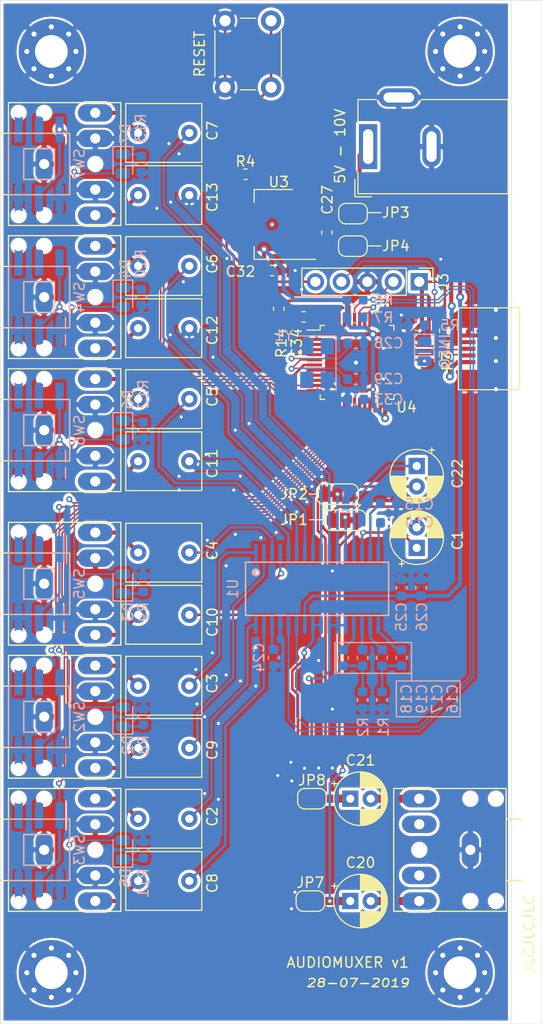
<source format=kicad_pcb>
(kicad_pcb (version 20171130) (host pcbnew "(5.1.0-rc1-16-gc0a86d734)")

  (general
    (thickness 1.6)
    (drawings 30)
    (tracks 808)
    (zones 0)
    (modules 84)
    (nets 100)
  )

  (page A4)
  (layers
    (0 F.Cu signal hide)
    (31 B.Cu signal hide)
    (32 B.Adhes user hide)
    (33 F.Adhes user hide)
    (34 B.Paste user hide)
    (35 F.Paste user hide)
    (36 B.SilkS user hide)
    (37 F.SilkS user)
    (38 B.Mask user hide)
    (39 F.Mask user hide)
    (40 Dwgs.User user hide)
    (41 Cmts.User user hide)
    (42 Eco1.User user hide)
    (43 Eco2.User user hide)
    (44 Edge.Cuts user)
    (45 Margin user hide)
    (46 B.CrtYd user hide)
    (47 F.CrtYd user)
    (48 B.Fab user hide)
    (49 F.Fab user hide)
  )

  (setup
    (last_trace_width 0.25)
    (user_trace_width 0.15)
    (user_trace_width 0.4)
    (user_trace_width 0.8)
    (trace_clearance 0.15)
    (zone_clearance 0.3)
    (zone_45_only no)
    (trace_min 0.15)
    (via_size 0.8)
    (via_drill 0.4)
    (via_min_size 0.3)
    (via_min_drill 0.3)
    (user_via 0.6 0.3)
    (uvia_size 0.3)
    (uvia_drill 0.1)
    (uvias_allowed no)
    (uvia_min_size 0.2)
    (uvia_min_drill 0.1)
    (edge_width 0.05)
    (segment_width 0.2)
    (pcb_text_width 0.3)
    (pcb_text_size 1.5 1.5)
    (mod_edge_width 0.12)
    (mod_text_size 1 1)
    (mod_text_width 0.15)
    (pad_size 1.524 1.524)
    (pad_drill 0.762)
    (pad_to_mask_clearance 0.051)
    (solder_mask_min_width 0.25)
    (aux_axis_origin 50 120)
    (grid_origin 50 120)
    (visible_elements FFFFFF7F)
    (pcbplotparams
      (layerselection 0x018fc_ffffffff)
      (usegerberextensions false)
      (usegerberattributes true)
      (usegerberadvancedattributes false)
      (creategerberjobfile false)
      (excludeedgelayer false)
      (linewidth 0.100000)
      (plotframeref false)
      (viasonmask false)
      (mode 1)
      (useauxorigin false)
      (hpglpennumber 1)
      (hpglpenspeed 20)
      (hpglpendiameter 15.000000)
      (psnegative false)
      (psa4output false)
      (plotreference true)
      (plotvalue true)
      (plotinvisibletext false)
      (padsonsilk false)
      (subtractmaskfromsilk false)
      (outputformat 1)
      (mirror false)
      (drillshape 0)
      (scaleselection 1)
      (outputdirectory "gerber/"))
  )

  (net 0 "")
  (net 1 "Net-(C2-Pad2)")
  (net 2 "Net-(C2-Pad1)")
  (net 3 "Net-(C3-Pad2)")
  (net 4 "Net-(C3-Pad1)")
  (net 5 "Net-(C4-Pad2)")
  (net 6 "Net-(C4-Pad1)")
  (net 7 "Net-(C5-Pad2)")
  (net 8 "Net-(C5-Pad1)")
  (net 9 "Net-(C6-Pad2)")
  (net 10 "Net-(C6-Pad1)")
  (net 11 "Net-(C7-Pad2)")
  (net 12 "Net-(C7-Pad1)")
  (net 13 "Net-(C8-Pad2)")
  (net 14 "Net-(C8-Pad1)")
  (net 15 "Net-(C9-Pad2)")
  (net 16 "Net-(C9-Pad1)")
  (net 17 "Net-(C10-Pad2)")
  (net 18 "Net-(C10-Pad1)")
  (net 19 "Net-(C11-Pad2)")
  (net 20 "Net-(C11-Pad1)")
  (net 21 "Net-(C12-Pad2)")
  (net 22 "Net-(C12-Pad1)")
  (net 23 "Net-(C13-Pad2)")
  (net 24 "Net-(C13-Pad1)")
  (net 25 GND)
  (net 26 "Net-(C14-Pad1)")
  (net 27 "Net-(C15-Pad1)")
  (net 28 "Net-(C16-Pad2)")
  (net 29 "Net-(C16-Pad1)")
  (net 30 "Net-(C17-Pad2)")
  (net 31 "Net-(C18-Pad2)")
  (net 32 "Net-(C18-Pad1)")
  (net 33 "Net-(C19-Pad2)")
  (net 34 "Net-(C20-Pad2)")
  (net 35 "Net-(C20-Pad1)")
  (net 36 "Net-(C21-Pad2)")
  (net 37 "Net-(C21-Pad1)")
  (net 38 "Net-(C24-Pad1)")
  (net 39 VCC)
  (net 40 "Net-(C28-Pad1)")
  (net 41 "Net-(C29-Pad1)")
  (net 42 +3V3)
  (net 43 "Net-(D1-Pad2)")
  (net 44 "Net-(D1-Pad1)")
  (net 45 "Net-(J1-Pad1)")
  (net 46 "Net-(J2-Pad4)")
  (net 47 USB_P)
  (net 48 USB_N)
  (net 49 "Net-(J2-Pad1)")
  (net 50 RST)
  (net 51 JTMS)
  (net 52 JTCK)
  (net 53 "Net-(JP1-Pad2)")
  (net 54 "Net-(JP2-Pad2)")
  (net 55 SDA)
  (net 56 SCL)
  (net 57 "Net-(U4-Pad46)")
  (net 58 "Net-(U4-Pad45)")
  (net 59 "Net-(U4-Pad41)")
  (net 60 "Net-(U4-Pad40)")
  (net 61 "Net-(U4-Pad39)")
  (net 62 "Net-(U4-Pad38)")
  (net 63 "Net-(U4-Pad28)")
  (net 64 "Net-(U4-Pad27)")
  (net 65 "Net-(U4-Pad26)")
  (net 66 "Net-(U4-Pad25)")
  (net 67 "Net-(U4-Pad22)")
  (net 68 "Net-(U4-Pad21)")
  (net 69 "Net-(U4-Pad10)")
  (net 70 "Net-(U4-Pad4)")
  (net 71 "Net-(U4-Pad3)")
  (net 72 "Net-(U4-Pad2)")
  (net 73 "Net-(C1-Pad2)")
  (net 74 "Net-(C1-Pad1)")
  (net 75 "Net-(C22-Pad2)")
  (net 76 "Net-(C22-Pad1)")
  (net 77 "Net-(J10-PadSN)")
  (net 78 "Net-(JP7-Pad1)")
  (net 79 "Net-(JP8-Pad1)")
  (net 80 "Net-(J10-PadTN)")
  (net 81 "Net-(D2-Pad2)")
  (net 82 "Net-(D2-Pad1)")
  (net 83 "Net-(D3-Pad2)")
  (net 84 "Net-(D3-Pad1)")
  (net 85 "Net-(D4-Pad2)")
  (net 86 "Net-(D4-Pad1)")
  (net 87 "Net-(D5-Pad2)")
  (net 88 "Net-(D5-Pad1)")
  (net 89 "Net-(D6-Pad2)")
  (net 90 "Net-(D6-Pad1)")
  (net 91 "Net-(D7-Pad2)")
  (net 92 "Net-(D7-Pad1)")
  (net 93 "Net-(SW2-Pad2)")
  (net 94 "Net-(SW3-Pad2)")
  (net 95 "Net-(SW4-Pad2)")
  (net 96 "Net-(SW5-Pad2)")
  (net 97 "Net-(SW6-Pad2)")
  (net 98 "Net-(SW7-Pad2)")
  (net 99 "Net-(R14-Pad1)")

  (net_class Default "This is the default net class."
    (clearance 0.15)
    (trace_width 0.25)
    (via_dia 0.8)
    (via_drill 0.4)
    (uvia_dia 0.3)
    (uvia_drill 0.1)
    (add_net +3V3)
    (add_net GND)
    (add_net JTCK)
    (add_net JTMS)
    (add_net "Net-(C1-Pad1)")
    (add_net "Net-(C1-Pad2)")
    (add_net "Net-(C10-Pad1)")
    (add_net "Net-(C10-Pad2)")
    (add_net "Net-(C11-Pad1)")
    (add_net "Net-(C11-Pad2)")
    (add_net "Net-(C12-Pad1)")
    (add_net "Net-(C12-Pad2)")
    (add_net "Net-(C13-Pad1)")
    (add_net "Net-(C13-Pad2)")
    (add_net "Net-(C14-Pad1)")
    (add_net "Net-(C15-Pad1)")
    (add_net "Net-(C16-Pad1)")
    (add_net "Net-(C16-Pad2)")
    (add_net "Net-(C17-Pad2)")
    (add_net "Net-(C18-Pad1)")
    (add_net "Net-(C18-Pad2)")
    (add_net "Net-(C19-Pad2)")
    (add_net "Net-(C2-Pad1)")
    (add_net "Net-(C2-Pad2)")
    (add_net "Net-(C20-Pad1)")
    (add_net "Net-(C20-Pad2)")
    (add_net "Net-(C21-Pad1)")
    (add_net "Net-(C21-Pad2)")
    (add_net "Net-(C22-Pad1)")
    (add_net "Net-(C22-Pad2)")
    (add_net "Net-(C24-Pad1)")
    (add_net "Net-(C28-Pad1)")
    (add_net "Net-(C29-Pad1)")
    (add_net "Net-(C3-Pad1)")
    (add_net "Net-(C3-Pad2)")
    (add_net "Net-(C4-Pad1)")
    (add_net "Net-(C4-Pad2)")
    (add_net "Net-(C5-Pad1)")
    (add_net "Net-(C5-Pad2)")
    (add_net "Net-(C6-Pad1)")
    (add_net "Net-(C6-Pad2)")
    (add_net "Net-(C7-Pad1)")
    (add_net "Net-(C7-Pad2)")
    (add_net "Net-(C8-Pad1)")
    (add_net "Net-(C8-Pad2)")
    (add_net "Net-(C9-Pad1)")
    (add_net "Net-(C9-Pad2)")
    (add_net "Net-(D1-Pad1)")
    (add_net "Net-(D1-Pad2)")
    (add_net "Net-(D2-Pad1)")
    (add_net "Net-(D2-Pad2)")
    (add_net "Net-(D3-Pad1)")
    (add_net "Net-(D3-Pad2)")
    (add_net "Net-(D4-Pad1)")
    (add_net "Net-(D4-Pad2)")
    (add_net "Net-(D5-Pad1)")
    (add_net "Net-(D5-Pad2)")
    (add_net "Net-(D6-Pad1)")
    (add_net "Net-(D6-Pad2)")
    (add_net "Net-(D7-Pad1)")
    (add_net "Net-(D7-Pad2)")
    (add_net "Net-(J1-Pad1)")
    (add_net "Net-(J10-PadSN)")
    (add_net "Net-(J10-PadTN)")
    (add_net "Net-(J2-Pad1)")
    (add_net "Net-(J2-Pad4)")
    (add_net "Net-(JP1-Pad2)")
    (add_net "Net-(JP2-Pad2)")
    (add_net "Net-(JP7-Pad1)")
    (add_net "Net-(JP8-Pad1)")
    (add_net "Net-(R14-Pad1)")
    (add_net "Net-(SW2-Pad2)")
    (add_net "Net-(SW3-Pad2)")
    (add_net "Net-(SW4-Pad2)")
    (add_net "Net-(SW5-Pad2)")
    (add_net "Net-(SW6-Pad2)")
    (add_net "Net-(SW7-Pad2)")
    (add_net "Net-(U4-Pad10)")
    (add_net "Net-(U4-Pad2)")
    (add_net "Net-(U4-Pad21)")
    (add_net "Net-(U4-Pad22)")
    (add_net "Net-(U4-Pad25)")
    (add_net "Net-(U4-Pad26)")
    (add_net "Net-(U4-Pad27)")
    (add_net "Net-(U4-Pad28)")
    (add_net "Net-(U4-Pad3)")
    (add_net "Net-(U4-Pad38)")
    (add_net "Net-(U4-Pad39)")
    (add_net "Net-(U4-Pad4)")
    (add_net "Net-(U4-Pad40)")
    (add_net "Net-(U4-Pad41)")
    (add_net "Net-(U4-Pad45)")
    (add_net "Net-(U4-Pad46)")
    (add_net RST)
    (add_net SCL)
    (add_net SDA)
    (add_net USB_N)
    (add_net USB_P)
    (add_net VCC)
  )

  (module audioMux:logo_copper (layer F.Cu) (tedit 5D3DE307) (tstamp 5D40DEC3)
    (at 70 115)
    (fp_text reference G*** (at 0 -4.5) (layer F.SilkS) hide
      (effects (font (size 1.524 1.524) (thickness 0.3)))
    )
    (fp_text value LOGO (at 0 -6) (layer F.SilkS) hide
      (effects (font (size 1.524 1.524) (thickness 0.3)))
    )
    (fp_poly (pts (xy 1.219733 -0.759661) (xy 1.357552 -0.708631) (xy 1.369298 -0.69567) (xy 1.489154 -0.623624)
      (xy 1.57976 -0.611004) (xy 1.742132 -0.527789) (xy 1.894081 -0.283734) (xy 2.031252 0.112777)
      (xy 2.09722 0.385346) (xy 2.174796 0.711745) (xy 2.256466 0.914345) (xy 2.375459 1.036157)
      (xy 2.565002 1.120191) (xy 2.696881 1.161562) (xy 2.92871 1.220718) (xy 3.059292 1.215233)
      (xy 3.145316 1.141539) (xy 3.151721 1.132932) (xy 3.290437 1.007926) (xy 3.392362 1.042136)
      (xy 3.441479 1.226725) (xy 3.443631 1.293996) (xy 3.434074 1.45165) (xy 3.386151 1.547158)
      (xy 3.270981 1.586817) (xy 3.059687 1.57692) (xy 2.723387 1.523762) (xy 2.541285 1.49067)
      (xy 2.218652 1.440809) (xy 2.021005 1.437785) (xy 1.910604 1.481599) (xy 1.900757 1.49067)
      (xy 1.755936 1.547358) (xy 1.495288 1.578356) (xy 1.170252 1.584349) (xy 0.832266 1.566021)
      (xy 0.53277 1.524058) (xy 0.346117 1.469983) (xy 0.042936 1.269468) (xy -0.178476 0.99069)
      (xy -0.279336 0.685271) (xy -0.281702 0.634403) (xy -0.266321 0.572638) (xy 0.056964 0.572638)
      (xy 0.104715 0.675989) (xy 0.22155 0.845065) (xy 0.240283 0.869213) (xy 0.50751 1.109898)
      (xy 0.839214 1.268587) (xy 1.185029 1.33242) (xy 1.494591 1.288536) (xy 1.620717 1.221686)
      (xy 1.698529 1.155115) (xy 1.732966 1.073383) (xy 1.723896 0.935286) (xy 1.671189 0.699622)
      (xy 1.618398 0.493611) (xy 1.463742 0.043701) (xy 1.273092 -0.265738) (xy 1.054649 -0.423312)
      (xy 0.944916 -0.44167) (xy 0.849579 -0.380848) (xy 0.686923 -0.225002) (xy 0.491909 -0.014066)
      (xy 0.299495 0.212027) (xy 0.144639 0.413342) (xy 0.0623 0.549948) (xy 0.056964 0.572638)
      (xy -0.266321 0.572638) (xy -0.211749 0.353501) (xy 0 0) (xy 0.356379 -0.430667)
      (xy 0.42526 -0.50517) (xy 0.644477 -0.695967) (xy 0.867251 -0.772829) (xy 0.99991 -0.780337)
      (xy 1.219733 -0.759661)) (layer F.Mask) (width 0.01))
    (fp_poly (pts (xy -0.703648 -2.049553) (xy -0.641291 -1.776681) (xy -0.636558 -1.721974) (xy -0.631378 -1.492685)
      (xy -0.685527 -1.365564) (xy -0.836463 -1.274865) (xy -0.909005 -1.243763) (xy -1.132948 -1.160524)
      (xy -1.312032 -1.13679) (xy -1.538403 -1.164216) (xy -1.619925 -1.179375) (xy -1.751035 -1.231237)
      (xy -1.795152 -1.353428) (xy -1.789259 -1.511895) (xy -1.752744 -1.698858) (xy -1.656028 -1.836263)
      (xy -1.458365 -1.972861) (xy -1.355701 -2.03065) (xy -1.044101 -2.169347) (xy -0.832334 -2.178045)
      (xy -0.703648 -2.049553)) (layer F.Mask) (width 0.01))
    (fp_poly (pts (xy -7.949238 -3.515883) (xy -7.870953 -3.399434) (xy -7.802776 -3.172376) (xy -7.7632 -2.989726)
      (xy -7.693914 -2.698058) (xy -7.591635 -2.328851) (xy -7.467215 -1.914968) (xy -7.331504 -1.489271)
      (xy -7.195355 -1.084622) (xy -7.069618 -0.733883) (xy -6.965145 -0.469915) (xy -6.892787 -0.325581)
      (xy -6.87837 -0.310139) (xy -6.826846 -0.294385) (xy -6.784828 -0.343573) (xy -6.738854 -0.489719)
      (xy -6.675465 -0.764835) (xy -6.66287 -0.82267) (xy -6.586797 -1.058886) (xy -6.474287 -1.168408)
      (xy -6.398869 -1.188392) (xy -6.252948 -1.174598) (xy -6.208942 -1.045923) (xy -6.208369 -1.014826)
      (xy -6.23941 -0.82446) (xy -6.287701 -0.73377) (xy -6.324766 -0.620908) (xy -6.364256 -0.376854)
      (xy -6.401025 -0.039582) (xy -6.425906 0.285805) (xy -6.449255 0.699795) (xy -6.455739 0.975494)
      (xy -6.442787 1.143341) (xy -6.407825 1.233774) (xy -6.348281 1.277231) (xy -6.341894 1.279777)
      (xy -6.223976 1.273972) (xy -6.119701 1.136434) (xy -6.076689 1.041854) (xy -5.995552 0.819104)
      (xy -5.955323 0.652665) (xy -5.954369 0.636316) (xy -5.899106 0.475332) (xy -5.869671 0.438831)
      (xy -5.816655 0.319056) (xy -5.753306 0.079042) (xy -5.691797 -0.233621) (xy -5.68125 -0.297769)
      (xy -5.62045 -0.635837) (xy -5.562721 -0.836323) (xy -5.495922 -0.930298) (xy -5.426532 -0.94967)
      (xy -5.357136 -0.933828) (xy -5.314144 -0.865924) (xy -5.292581 -0.715394) (xy -5.287472 -0.451673)
      (xy -5.292179 -0.12417) (xy -5.287698 0.337728) (xy -5.257447 0.730885) (xy -5.205264 1.007545)
      (xy -5.199824 1.024502) (xy -5.134663 1.277613) (xy -5.165634 1.399781) (xy -5.304681 1.406985)
      (xy -5.450963 1.360512) (xy -5.631529 1.30923) (xy -5.737684 1.35794) (xy -5.830906 1.512503)
      (xy -5.968582 1.695898) (xy -6.162819 1.757719) (xy -6.226253 1.759663) (xy -6.498142 1.698794)
      (xy -6.678979 1.585686) (xy -6.864169 1.411708) (xy -7.083715 1.786335) (xy -7.332981 2.119851)
      (xy -7.628156 2.323053) (xy -7.997013 2.405836) (xy -8.467329 2.378096) (xy -8.653521 2.345593)
      (xy -9.055281 2.230667) (xy -9.305224 2.068384) (xy -9.416792 1.848315) (xy -9.425702 1.746538)
      (xy -9.379634 1.486818) (xy -9.262684 1.227538) (xy -9.106735 1.02031) (xy -8.943668 0.916746)
      (xy -8.910797 0.912996) (xy -8.776788 0.964131) (xy -8.767842 1.120279) (xy -8.884026 1.385556)
      (xy -8.91921 1.446871) (xy -9.022668 1.640436) (xy -9.036804 1.751623) (xy -8.967006 1.838424)
      (xy -8.956411 1.847338) (xy -8.749262 1.940594) (xy -8.446658 1.992077) (xy -8.118002 1.998679)
      (xy -7.8327 1.957294) (xy -7.703703 1.903404) (xy -7.450383 1.637185) (xy -7.290066 1.235304)
      (xy -7.225599 0.705434) (xy -7.224369 0.610728) (xy -7.237668 0.318524) (xy -7.283326 0.009103)
      (xy -7.369983 -0.356968) (xy -7.506279 -0.81912) (xy -7.605369 -1.128049) (xy -7.741626 -1.553931)
      (xy -7.856331 -1.929547) (xy -7.939901 -2.222181) (xy -7.982753 -2.399115) (xy -7.986369 -2.428734)
      (xy -8.025683 -2.553333) (xy -8.156915 -2.606209) (xy -8.399999 -2.588543) (xy -8.77487 -2.501516)
      (xy -8.852627 -2.480052) (xy -9.207381 -2.381626) (xy -9.42851 -2.328643) (xy -9.545583 -2.321369)
      (xy -9.588171 -2.360073) (xy -9.585844 -2.44502) (xy -9.579758 -2.486625) (xy -9.530453 -2.598119)
      (xy -9.397501 -2.68865) (xy -9.146042 -2.778369) (xy -9.006592 -2.817964) (xy -8.610376 -2.955354)
      (xy -8.365084 -3.116374) (xy -8.252558 -3.315458) (xy -8.240369 -3.427075) (xy -8.192324 -3.547509)
      (xy -8.05689 -3.559059) (xy -7.949238 -3.515883)) (layer F.Mask) (width 0.01))
    (fp_poly (pts (xy 3.72216 -0.684573) (xy 3.89202 -0.598336) (xy 4.029231 -0.462837) (xy 4.210886 -0.224584)
      (xy 4.332895 -0.101374) (xy 4.439855 -0.074809) (xy 4.576364 -0.126486) (xy 4.693537 -0.188753)
      (xy 4.97943 -0.299971) (xy 5.275869 -0.355554) (xy 5.319471 -0.357004) (xy 5.631486 -0.357004)
      (xy 5.685389 0.214496) (xy 5.7479 0.709564) (xy 5.832511 1.055821) (xy 5.947856 1.273252)
      (xy 6.10257 1.381845) (xy 6.198287 1.401655) (xy 6.440599 1.363621) (xy 6.745413 1.235865)
      (xy 7.058041 1.050897) (xy 7.323796 0.841227) (xy 7.487991 0.639364) (xy 7.491084 0.633134)
      (xy 7.62262 0.44971) (xy 7.746563 0.411616) (xy 7.829743 0.517051) (xy 7.846298 0.652399)
      (xy 7.769635 0.888266) (xy 7.559517 1.142832) (xy 7.245749 1.389852) (xy 6.858137 1.603083)
      (xy 6.685673 1.674319) (xy 6.274189 1.804018) (xy 5.980555 1.837061) (xy 5.784615 1.774917)
      (xy 5.746564 1.74273) (xy 5.656121 1.571837) (xy 5.644964 1.493726) (xy 5.601839 1.338758)
      (xy 5.560298 1.293996) (xy 5.505346 1.183582) (xy 5.470258 0.970648) (xy 5.465614 0.886833)
      (xy 5.427027 0.432408) (xy 5.342053 0.137246) (xy 5.211671 0.002578) (xy 5.03686 0.029631)
      (xy 4.880721 0.153239) (xy 4.77921 0.277028) (xy 4.73454 0.419318) (xy 4.736468 0.63653)
      (xy 4.756829 0.835778) (xy 4.784387 1.114511) (xy 4.778801 1.264788) (xy 4.731624 1.325673)
      (xy 4.648622 1.33633) (xy 4.533619 1.291711) (xy 4.425646 1.138724) (xy 4.304513 0.848674)
      (xy 4.30346 0.84579) (xy 4.145362 0.485604) (xy 3.940592 0.111244) (xy 3.826449 -0.064106)
      (xy 3.667451 -0.304197) (xy 3.559288 -0.499015) (xy 3.528298 -0.589566) (xy 3.584815 -0.685724)
      (xy 3.72216 -0.684573)) (layer F.Mask) (width 0.01))
    (fp_poly (pts (xy -2.723339 -2.936089) (xy -2.541214 -2.787255) (xy -2.437475 -2.517031) (xy -2.400797 -2.107282)
      (xy -2.400389 -2.02917) (xy -2.414449 -1.665105) (xy -2.449188 -1.316901) (xy -2.493327 -1.07667)
      (xy -2.644538 -0.488224) (xy -2.742533 -0.042509) (xy -2.789861 0.277632) (xy -2.789069 0.489355)
      (xy -2.743647 0.608697) (xy -2.549151 0.726747) (xy -2.314701 0.717682) (xy -2.120059 0.594245)
      (xy -2.005347 0.391491) (xy -1.904273 0.080809) (xy -1.83303 -0.276413) (xy -1.807772 -0.589837)
      (xy -1.781882 -0.78784) (xy -1.692893 -0.861278) (xy -1.648467 -0.865004) (xy -1.567538 -0.843876)
      (xy -1.514196 -0.758374) (xy -1.478365 -0.575318) (xy -1.449971 -0.261528) (xy -1.445394 -0.19624)
      (xy -1.363375 0.403039) (xy -1.196451 0.923535) (xy -1.170496 0.982939) (xy -1.061396 1.256555)
      (xy -0.999578 1.474083) (xy -0.997566 1.584175) (xy -1.117611 1.673613) (xy -1.25685 1.605077)
      (xy -1.401186 1.386624) (xy -1.422454 1.341316) (xy -1.538503 1.125927) (xy -1.648652 0.98681)
      (xy -1.678772 0.967019) (xy -1.815515 0.970149) (xy -2.04394 1.023856) (xy -2.178592 1.067865)
      (xy -2.424061 1.148294) (xy -2.583718 1.164887) (xy -2.728909 1.116862) (xy -2.831789 1.060707)
      (xy -3.091015 0.912084) (xy -3.476279 1.251207) (xy -3.742997 1.455567) (xy -3.96606 1.570028)
      (xy -4.119255 1.585549) (xy -4.176369 1.493087) (xy -4.176369 1.492677) (xy -4.121653 1.387529)
      (xy -3.977232 1.200138) (xy -3.772691 0.968439) (xy -3.741885 0.935621) (xy -3.568666 0.751773)
      (xy -3.448001 0.603462) (xy -3.375403 0.457979) (xy -3.346385 0.282616) (xy -3.356463 0.044665)
      (xy -3.401148 -0.288581) (xy -3.475956 -0.749831) (xy -3.494906 -0.865004) (xy -3.570312 -1.575822)
      (xy -3.568851 -1.608447) (xy -3.264066 -1.608447) (xy -3.234192 -1.182184) (xy -3.16953 -0.893041)
      (xy -3.080809 -0.746893) (xy -2.978756 -0.749615) (xy -2.874099 -0.907082) (xy -2.777566 -1.225167)
      (xy -2.756007 -1.330224) (xy -2.679524 -1.801779) (xy -2.657928 -2.135473) (xy -2.691178 -2.353622)
      (xy -2.753969 -2.456737) (xy -2.927566 -2.559721) (xy -3.07331 -2.507934) (xy -3.183143 -2.314779)
      (xy -3.249006 -1.993657) (xy -3.264066 -1.608447) (xy -3.568851 -1.608447) (xy -3.543966 -2.163985)
      (xy -3.416649 -2.621837) (xy -3.297786 -2.847464) (xy -3.180316 -2.953384) (xy -3.015135 -2.981521)
      (xy -2.995175 -2.981671) (xy -2.723339 -2.936089)) (layer F.Mask) (width 0.01))
    (fp_poly (pts (xy -0.675946 -2.031216) (xy -0.613589 -1.758344) (xy -0.608856 -1.703637) (xy -0.603676 -1.474348)
      (xy -0.657825 -1.347227) (xy -0.808761 -1.256528) (xy -0.881303 -1.225426) (xy -1.105246 -1.142187)
      (xy -1.28433 -1.118453) (xy -1.510701 -1.145879) (xy -1.592223 -1.161038) (xy -1.723333 -1.2129)
      (xy -1.76745 -1.335091) (xy -1.761557 -1.493558) (xy -1.725042 -1.680521) (xy -1.628326 -1.817926)
      (xy -1.430663 -1.954524) (xy -1.327999 -2.012313) (xy -1.016399 -2.15101) (xy -0.804632 -2.159708)
      (xy -0.675946 -2.031216)) (layer F.Cu) (width 0.01))
    (fp_poly (pts (xy 1.247435 -0.741324) (xy 1.385254 -0.690294) (xy 1.397 -0.677333) (xy 1.516856 -0.605287)
      (xy 1.607462 -0.592667) (xy 1.769834 -0.509452) (xy 1.921783 -0.265397) (xy 2.058954 0.131114)
      (xy 2.124922 0.403683) (xy 2.202498 0.730082) (xy 2.284168 0.932682) (xy 2.403161 1.054494)
      (xy 2.592704 1.138528) (xy 2.724583 1.179899) (xy 2.956412 1.239055) (xy 3.086994 1.23357)
      (xy 3.173018 1.159876) (xy 3.179423 1.151269) (xy 3.318139 1.026263) (xy 3.420064 1.060473)
      (xy 3.469181 1.245062) (xy 3.471333 1.312333) (xy 3.461776 1.469987) (xy 3.413853 1.565495)
      (xy 3.298683 1.605154) (xy 3.087389 1.595257) (xy 2.751089 1.542099) (xy 2.568987 1.509007)
      (xy 2.246354 1.459146) (xy 2.048707 1.456122) (xy 1.938306 1.499936) (xy 1.928459 1.509007)
      (xy 1.783638 1.565695) (xy 1.52299 1.596693) (xy 1.197954 1.602686) (xy 0.859968 1.584358)
      (xy 0.560472 1.542395) (xy 0.373819 1.48832) (xy 0.070638 1.287805) (xy -0.150774 1.009027)
      (xy -0.251634 0.703608) (xy -0.254 0.65274) (xy -0.238619 0.590975) (xy 0.084666 0.590975)
      (xy 0.132417 0.694326) (xy 0.249252 0.863402) (xy 0.267985 0.88755) (xy 0.535212 1.128235)
      (xy 0.866916 1.286924) (xy 1.212731 1.350757) (xy 1.522293 1.306873) (xy 1.648419 1.240023)
      (xy 1.726231 1.173452) (xy 1.760668 1.09172) (xy 1.751598 0.953623) (xy 1.698891 0.717959)
      (xy 1.6461 0.511948) (xy 1.491444 0.062038) (xy 1.300794 -0.247401) (xy 1.082351 -0.404975)
      (xy 0.972618 -0.423333) (xy 0.877281 -0.362511) (xy 0.714625 -0.206665) (xy 0.519611 0.004271)
      (xy 0.327197 0.230364) (xy 0.172341 0.431679) (xy 0.090002 0.568285) (xy 0.084666 0.590975)
      (xy -0.238619 0.590975) (xy -0.184047 0.371838) (xy 0.027702 0.018337) (xy 0.384081 -0.41233)
      (xy 0.452962 -0.486833) (xy 0.672179 -0.67763) (xy 0.894953 -0.754492) (xy 1.027612 -0.762)
      (xy 1.247435 -0.741324)) (layer F.Cu) (width 0.01))
    (fp_poly (pts (xy -2.695637 -2.917752) (xy -2.513512 -2.768918) (xy -2.409773 -2.498694) (xy -2.373095 -2.088945)
      (xy -2.372687 -2.010833) (xy -2.386747 -1.646768) (xy -2.421486 -1.298564) (xy -2.465625 -1.058333)
      (xy -2.616836 -0.469887) (xy -2.714831 -0.024172) (xy -2.762159 0.295969) (xy -2.761367 0.507692)
      (xy -2.715945 0.627034) (xy -2.521449 0.745084) (xy -2.286999 0.736019) (xy -2.092357 0.612582)
      (xy -1.977645 0.409828) (xy -1.876571 0.099146) (xy -1.805328 -0.258076) (xy -1.78007 -0.5715)
      (xy -1.75418 -0.769503) (xy -1.665191 -0.842941) (xy -1.620765 -0.846667) (xy -1.539836 -0.825539)
      (xy -1.486494 -0.740037) (xy -1.450663 -0.556981) (xy -1.422269 -0.243191) (xy -1.417692 -0.177903)
      (xy -1.335673 0.421376) (xy -1.168749 0.941872) (xy -1.142794 1.001276) (xy -1.033694 1.274892)
      (xy -0.971876 1.49242) (xy -0.969864 1.602512) (xy -1.089909 1.69195) (xy -1.229148 1.623414)
      (xy -1.373484 1.404961) (xy -1.394752 1.359653) (xy -1.510801 1.144264) (xy -1.62095 1.005147)
      (xy -1.65107 0.985356) (xy -1.787813 0.988486) (xy -2.016238 1.042193) (xy -2.15089 1.086202)
      (xy -2.396359 1.166631) (xy -2.556016 1.183224) (xy -2.701207 1.135199) (xy -2.804087 1.079044)
      (xy -3.063313 0.930421) (xy -3.448577 1.269544) (xy -3.715295 1.473904) (xy -3.938358 1.588365)
      (xy -4.091553 1.603886) (xy -4.148667 1.511424) (xy -4.148667 1.511014) (xy -4.093951 1.405866)
      (xy -3.94953 1.218475) (xy -3.744989 0.986776) (xy -3.714183 0.953958) (xy -3.540964 0.77011)
      (xy -3.420299 0.621799) (xy -3.347701 0.476316) (xy -3.318683 0.300953) (xy -3.328761 0.063002)
      (xy -3.373446 -0.270244) (xy -3.448254 -0.731494) (xy -3.467204 -0.846667) (xy -3.54261 -1.557485)
      (xy -3.541149 -1.59011) (xy -3.236364 -1.59011) (xy -3.20649 -1.163847) (xy -3.141828 -0.874704)
      (xy -3.053107 -0.728556) (xy -2.951054 -0.731278) (xy -2.846397 -0.888745) (xy -2.749864 -1.20683)
      (xy -2.728305 -1.311887) (xy -2.651822 -1.783442) (xy -2.630226 -2.117136) (xy -2.663476 -2.335285)
      (xy -2.726267 -2.4384) (xy -2.899864 -2.541384) (xy -3.045608 -2.489597) (xy -3.155441 -2.296442)
      (xy -3.221304 -1.97532) (xy -3.236364 -1.59011) (xy -3.541149 -1.59011) (xy -3.516264 -2.145648)
      (xy -3.388947 -2.6035) (xy -3.270084 -2.829127) (xy -3.152614 -2.935047) (xy -2.987433 -2.963184)
      (xy -2.967473 -2.963334) (xy -2.695637 -2.917752)) (layer F.Cu) (width 0.01))
    (fp_poly (pts (xy 3.749862 -0.666236) (xy 3.919722 -0.579999) (xy 4.056933 -0.4445) (xy 4.238588 -0.206247)
      (xy 4.360597 -0.083037) (xy 4.467557 -0.056472) (xy 4.604066 -0.108149) (xy 4.721239 -0.170416)
      (xy 5.007132 -0.281634) (xy 5.303571 -0.337217) (xy 5.347173 -0.338667) (xy 5.659188 -0.338667)
      (xy 5.713091 0.232833) (xy 5.775602 0.727901) (xy 5.860213 1.074158) (xy 5.975558 1.291589)
      (xy 6.130272 1.400182) (xy 6.225989 1.419992) (xy 6.468301 1.381958) (xy 6.773115 1.254202)
      (xy 7.085743 1.069234) (xy 7.351498 0.859564) (xy 7.515693 0.657701) (xy 7.518786 0.651471)
      (xy 7.650322 0.468047) (xy 7.774265 0.429953) (xy 7.857445 0.535388) (xy 7.874 0.670736)
      (xy 7.797337 0.906603) (xy 7.587219 1.161169) (xy 7.273451 1.408189) (xy 6.885839 1.62142)
      (xy 6.713375 1.692656) (xy 6.301891 1.822355) (xy 6.008257 1.855398) (xy 5.812317 1.793254)
      (xy 5.774266 1.761067) (xy 5.683823 1.590174) (xy 5.672666 1.512063) (xy 5.629541 1.357095)
      (xy 5.588 1.312333) (xy 5.533048 1.201919) (xy 5.49796 0.988985) (xy 5.493316 0.90517)
      (xy 5.454729 0.450745) (xy 5.369755 0.155583) (xy 5.239373 0.020915) (xy 5.064562 0.047968)
      (xy 4.908423 0.171576) (xy 4.806912 0.295365) (xy 4.762242 0.437655) (xy 4.76417 0.654867)
      (xy 4.784531 0.854115) (xy 4.812089 1.132848) (xy 4.806503 1.283125) (xy 4.759326 1.34401)
      (xy 4.676324 1.354667) (xy 4.561321 1.310048) (xy 4.453348 1.157061) (xy 4.332215 0.867011)
      (xy 4.331162 0.864127) (xy 4.173064 0.503941) (xy 3.968294 0.129581) (xy 3.854151 -0.045769)
      (xy 3.695153 -0.28586) (xy 3.58699 -0.480678) (xy 3.556 -0.571229) (xy 3.612517 -0.667387)
      (xy 3.749862 -0.666236)) (layer F.Cu) (width 0.01))
    (fp_poly (pts (xy -7.921536 -3.497546) (xy -7.843251 -3.381097) (xy -7.775074 -3.154039) (xy -7.735498 -2.971389)
      (xy -7.666212 -2.679721) (xy -7.563933 -2.310514) (xy -7.439513 -1.896631) (xy -7.303802 -1.470934)
      (xy -7.167653 -1.066285) (xy -7.041916 -0.715546) (xy -6.937443 -0.451578) (xy -6.865085 -0.307244)
      (xy -6.850668 -0.291802) (xy -6.799144 -0.276048) (xy -6.757126 -0.325236) (xy -6.711152 -0.471382)
      (xy -6.647763 -0.746498) (xy -6.635168 -0.804333) (xy -6.559095 -1.040549) (xy -6.446585 -1.150071)
      (xy -6.371167 -1.170055) (xy -6.225246 -1.156261) (xy -6.18124 -1.027586) (xy -6.180667 -0.996489)
      (xy -6.211708 -0.806123) (xy -6.259999 -0.715433) (xy -6.297064 -0.602571) (xy -6.336554 -0.358517)
      (xy -6.373323 -0.021245) (xy -6.398204 0.304142) (xy -6.421553 0.718132) (xy -6.428037 0.993831)
      (xy -6.415085 1.161678) (xy -6.380123 1.252111) (xy -6.320579 1.295568) (xy -6.314192 1.298114)
      (xy -6.196274 1.292309) (xy -6.091999 1.154771) (xy -6.048987 1.060191) (xy -5.96785 0.837441)
      (xy -5.927621 0.671002) (xy -5.926667 0.654653) (xy -5.871404 0.493669) (xy -5.841969 0.457168)
      (xy -5.788953 0.337393) (xy -5.725604 0.097379) (xy -5.664095 -0.215284) (xy -5.653548 -0.279432)
      (xy -5.592748 -0.6175) (xy -5.535019 -0.817986) (xy -5.46822 -0.911961) (xy -5.39883 -0.931333)
      (xy -5.329434 -0.915491) (xy -5.286442 -0.847587) (xy -5.264879 -0.697057) (xy -5.25977 -0.433336)
      (xy -5.264477 -0.105833) (xy -5.259996 0.356065) (xy -5.229745 0.749222) (xy -5.177562 1.025882)
      (xy -5.172122 1.042839) (xy -5.106961 1.29595) (xy -5.137932 1.418118) (xy -5.276979 1.425322)
      (xy -5.423261 1.378849) (xy -5.603827 1.327567) (xy -5.709982 1.376277) (xy -5.803204 1.53084)
      (xy -5.94088 1.714235) (xy -6.135117 1.776056) (xy -6.198551 1.778) (xy -6.47044 1.717131)
      (xy -6.651277 1.604023) (xy -6.836467 1.430045) (xy -7.056013 1.804672) (xy -7.305279 2.138188)
      (xy -7.600454 2.34139) (xy -7.969311 2.424173) (xy -8.439627 2.396433) (xy -8.625819 2.36393)
      (xy -9.027579 2.249004) (xy -9.277522 2.086721) (xy -9.38909 1.866652) (xy -9.398 1.764875)
      (xy -9.351932 1.505155) (xy -9.234982 1.245875) (xy -9.079033 1.038647) (xy -8.915966 0.935083)
      (xy -8.883095 0.931333) (xy -8.749086 0.982468) (xy -8.74014 1.138616) (xy -8.856324 1.403893)
      (xy -8.891508 1.465208) (xy -8.994966 1.658773) (xy -9.009102 1.76996) (xy -8.939304 1.856761)
      (xy -8.928709 1.865675) (xy -8.72156 1.958931) (xy -8.418956 2.010414) (xy -8.0903 2.017016)
      (xy -7.804998 1.975631) (xy -7.676001 1.921741) (xy -7.422681 1.655522) (xy -7.262364 1.253641)
      (xy -7.197897 0.723771) (xy -7.196667 0.629065) (xy -7.209966 0.336861) (xy -7.255624 0.02744)
      (xy -7.342281 -0.338631) (xy -7.478577 -0.800783) (xy -7.577667 -1.109712) (xy -7.713924 -1.535594)
      (xy -7.828629 -1.91121) (xy -7.912199 -2.203844) (xy -7.955051 -2.380778) (xy -7.958667 -2.410397)
      (xy -7.997981 -2.534996) (xy -8.129213 -2.587872) (xy -8.372297 -2.570206) (xy -8.747168 -2.483179)
      (xy -8.824925 -2.461715) (xy -9.179679 -2.363289) (xy -9.400808 -2.310306) (xy -9.517881 -2.303032)
      (xy -9.560469 -2.341736) (xy -9.558142 -2.426683) (xy -9.552056 -2.468288) (xy -9.502751 -2.579782)
      (xy -9.369799 -2.670313) (xy -9.11834 -2.760032) (xy -8.97889 -2.799627) (xy -8.582674 -2.937017)
      (xy -8.337382 -3.098037) (xy -8.224856 -3.297121) (xy -8.212667 -3.408738) (xy -8.164622 -3.529172)
      (xy -8.029188 -3.540722) (xy -7.921536 -3.497546)) (layer F.Cu) (width 0.01))
    (fp_text user G*** (at 0 -4.5) (layer F.SilkS) hide
      (effects (font (size 1.524 1.524) (thickness 0.3)))
    )
  )

  (module Resistor_SMD:R_0603_1608Metric (layer F.Cu) (tedit 5B301BBD) (tstamp 5D40C983)
    (at 77.25 50.1475 270)
    (descr "Resistor SMD 0603 (1608 Metric), square (rectangular) end terminal, IPC_7351 nominal, (Body size source: http://www.tortai-tech.com/upload/download/2011102023233369053.pdf), generated with kicad-footprint-generator")
    (tags resistor)
    (path /5D4FBA63/5E3B11D0)
    (attr smd)
    (fp_text reference R14 (at 3.3525 -0.25 270) (layer F.SilkS)
      (effects (font (size 1 1) (thickness 0.15)))
    )
    (fp_text value 10k (at 0 1.43 270) (layer F.Fab)
      (effects (font (size 1 1) (thickness 0.15)))
    )
    (fp_text user %R (at 0 0 270) (layer F.Fab)
      (effects (font (size 0.4 0.4) (thickness 0.06)))
    )
    (fp_line (start 1.48 0.73) (end -1.48 0.73) (layer F.CrtYd) (width 0.05))
    (fp_line (start 1.48 -0.73) (end 1.48 0.73) (layer F.CrtYd) (width 0.05))
    (fp_line (start -1.48 -0.73) (end 1.48 -0.73) (layer F.CrtYd) (width 0.05))
    (fp_line (start -1.48 0.73) (end -1.48 -0.73) (layer F.CrtYd) (width 0.05))
    (fp_line (start -0.162779 0.51) (end 0.162779 0.51) (layer F.SilkS) (width 0.12))
    (fp_line (start -0.162779 -0.51) (end 0.162779 -0.51) (layer F.SilkS) (width 0.12))
    (fp_line (start 0.8 0.4) (end -0.8 0.4) (layer F.Fab) (width 0.1))
    (fp_line (start 0.8 -0.4) (end 0.8 0.4) (layer F.Fab) (width 0.1))
    (fp_line (start -0.8 -0.4) (end 0.8 -0.4) (layer F.Fab) (width 0.1))
    (fp_line (start -0.8 0.4) (end -0.8 -0.4) (layer F.Fab) (width 0.1))
    (pad 2 smd roundrect (at 0.7875 0 270) (size 0.875 0.95) (layers F.Cu F.Paste F.Mask) (roundrect_rratio 0.25)
      (net 25 GND))
    (pad 1 smd roundrect (at -0.7875 0 270) (size 0.875 0.95) (layers F.Cu F.Paste F.Mask) (roundrect_rratio 0.25)
      (net 99 "Net-(R14-Pad1)"))
    (model ${KISYS3DMOD}/Resistor_SMD.3dshapes/R_0603_1608Metric.wrl
      (at (xyz 0 0 0))
      (scale (xyz 1 1 1))
      (rotate (xyz 0 0 0))
    )
  )

  (module audioMux:XKB5858-Z-TP (layer B.Cu) (tedit 5D3DC2BC) (tstamp 5D3FB619)
    (at 53.8 36 90)
    (path /5D4FBA63/5DEAAA27)
    (fp_text reference SW7 (at 0 3.95 90) (layer B.SilkS)
      (effects (font (size 1 1) (thickness 0.15)) (justify mirror))
    )
    (fp_text value SW_Push_Dual (at 0 4 90) (layer B.Fab)
      (effects (font (size 1 1) (thickness 0.15)) (justify mirror))
    )
    (fp_line (start -1.5 -1.5) (end -1.5 1.5) (layer B.SilkS) (width 0.15))
    (fp_line (start 1.5 -1.5) (end -1.5 -1.5) (layer B.SilkS) (width 0.15))
    (fp_line (start 1.5 1.5) (end 1.5 -1.5) (layer B.SilkS) (width 0.15))
    (fp_line (start -1.5 1.5) (end 1.5 1.5) (layer B.SilkS) (width 0.15))
    (fp_line (start -3 -3) (end -3 3) (layer B.SilkS) (width 0.15))
    (fp_line (start 3 -3) (end -3 -3) (layer B.SilkS) (width 0.15))
    (fp_line (start 3 3) (end 3 -3) (layer B.SilkS) (width 0.15))
    (fp_line (start -3 3) (end 3 3) (layer B.SilkS) (width 0.15))
    (pad 6 smd rect (at 3.375 -2 90) (size 2.55 0.8) (layers B.Cu B.Paste B.Mask))
    (pad 5 smd rect (at 3.375 0 90) (size 2.55 0.8) (layers B.Cu B.Paste B.Mask))
    (pad 4 smd rect (at 3.375 2 90) (size 2.55 0.8) (layers B.Cu B.Paste B.Mask)
      (net 98 "Net-(SW7-Pad2)"))
    (pad 3 smd rect (at -3.375 -2 90) (size 2.55 0.8) (layers B.Cu B.Paste B.Mask)
      (net 25 GND))
    (pad 2 smd rect (at -3.375 0 90) (size 2.55 0.8) (layers B.Cu B.Paste B.Mask)
      (net 98 "Net-(SW7-Pad2)"))
    (pad 1 smd rect (at -3.375 2 90) (size 2.55 0.8) (layers B.Cu B.Paste B.Mask)
      (net 25 GND))
  )

  (module audioMux:XKB5858-Z-TP (layer B.Cu) (tedit 5D3DC2BC) (tstamp 5D3FB607)
    (at 53.8 62 90)
    (path /5D4FBA63/5DCF1EFE)
    (fp_text reference SW6 (at 0 3.95 90) (layer B.SilkS)
      (effects (font (size 1 1) (thickness 0.15)) (justify mirror))
    )
    (fp_text value SW_Push_Dual (at 0 4 90) (layer B.Fab)
      (effects (font (size 1 1) (thickness 0.15)) (justify mirror))
    )
    (fp_line (start -1.5 -1.5) (end -1.5 1.5) (layer B.SilkS) (width 0.15))
    (fp_line (start 1.5 -1.5) (end -1.5 -1.5) (layer B.SilkS) (width 0.15))
    (fp_line (start 1.5 1.5) (end 1.5 -1.5) (layer B.SilkS) (width 0.15))
    (fp_line (start -1.5 1.5) (end 1.5 1.5) (layer B.SilkS) (width 0.15))
    (fp_line (start -3 -3) (end -3 3) (layer B.SilkS) (width 0.15))
    (fp_line (start 3 -3) (end -3 -3) (layer B.SilkS) (width 0.15))
    (fp_line (start 3 3) (end 3 -3) (layer B.SilkS) (width 0.15))
    (fp_line (start -3 3) (end 3 3) (layer B.SilkS) (width 0.15))
    (pad 6 smd rect (at 3.375 -2 90) (size 2.55 0.8) (layers B.Cu B.Paste B.Mask))
    (pad 5 smd rect (at 3.375 0 90) (size 2.55 0.8) (layers B.Cu B.Paste B.Mask))
    (pad 4 smd rect (at 3.375 2 90) (size 2.55 0.8) (layers B.Cu B.Paste B.Mask)
      (net 97 "Net-(SW6-Pad2)"))
    (pad 3 smd rect (at -3.375 -2 90) (size 2.55 0.8) (layers B.Cu B.Paste B.Mask)
      (net 25 GND))
    (pad 2 smd rect (at -3.375 0 90) (size 2.55 0.8) (layers B.Cu B.Paste B.Mask)
      (net 97 "Net-(SW6-Pad2)"))
    (pad 1 smd rect (at -3.375 2 90) (size 2.55 0.8) (layers B.Cu B.Paste B.Mask)
      (net 25 GND))
  )

  (module audioMux:XKB5858-Z-TP (layer B.Cu) (tedit 5D3DC2BC) (tstamp 5D3FB5F5)
    (at 53.8 77 90)
    (path /5D4FBA63/5DCAC21D)
    (fp_text reference SW5 (at 0 3.95 90) (layer B.SilkS)
      (effects (font (size 1 1) (thickness 0.15)) (justify mirror))
    )
    (fp_text value SW_Push_Dual (at 0 4 90) (layer B.Fab)
      (effects (font (size 1 1) (thickness 0.15)) (justify mirror))
    )
    (fp_line (start -1.5 -1.5) (end -1.5 1.5) (layer B.SilkS) (width 0.15))
    (fp_line (start 1.5 -1.5) (end -1.5 -1.5) (layer B.SilkS) (width 0.15))
    (fp_line (start 1.5 1.5) (end 1.5 -1.5) (layer B.SilkS) (width 0.15))
    (fp_line (start -1.5 1.5) (end 1.5 1.5) (layer B.SilkS) (width 0.15))
    (fp_line (start -3 -3) (end -3 3) (layer B.SilkS) (width 0.15))
    (fp_line (start 3 -3) (end -3 -3) (layer B.SilkS) (width 0.15))
    (fp_line (start 3 3) (end 3 -3) (layer B.SilkS) (width 0.15))
    (fp_line (start -3 3) (end 3 3) (layer B.SilkS) (width 0.15))
    (pad 6 smd rect (at 3.375 -2 90) (size 2.55 0.8) (layers B.Cu B.Paste B.Mask))
    (pad 5 smd rect (at 3.375 0 90) (size 2.55 0.8) (layers B.Cu B.Paste B.Mask))
    (pad 4 smd rect (at 3.375 2 90) (size 2.55 0.8) (layers B.Cu B.Paste B.Mask)
      (net 96 "Net-(SW5-Pad2)"))
    (pad 3 smd rect (at -3.375 -2 90) (size 2.55 0.8) (layers B.Cu B.Paste B.Mask)
      (net 25 GND))
    (pad 2 smd rect (at -3.375 0 90) (size 2.55 0.8) (layers B.Cu B.Paste B.Mask)
      (net 96 "Net-(SW5-Pad2)"))
    (pad 1 smd rect (at -3.375 2 90) (size 2.55 0.8) (layers B.Cu B.Paste B.Mask)
      (net 25 GND))
  )

  (module audioMux:XKB5858-Z-TP (layer B.Cu) (tedit 5D3DC2BC) (tstamp 5D3FB5E3)
    (at 53.8 49 90)
    (path /5D4FBA63/5DD6E675)
    (fp_text reference SW4 (at 0 3.95 90) (layer B.SilkS)
      (effects (font (size 1 1) (thickness 0.15)) (justify mirror))
    )
    (fp_text value SW_Push_Dual (at 0 4 90) (layer B.Fab)
      (effects (font (size 1 1) (thickness 0.15)) (justify mirror))
    )
    (fp_line (start -1.5 -1.5) (end -1.5 1.5) (layer B.SilkS) (width 0.15))
    (fp_line (start 1.5 -1.5) (end -1.5 -1.5) (layer B.SilkS) (width 0.15))
    (fp_line (start 1.5 1.5) (end 1.5 -1.5) (layer B.SilkS) (width 0.15))
    (fp_line (start -1.5 1.5) (end 1.5 1.5) (layer B.SilkS) (width 0.15))
    (fp_line (start -3 -3) (end -3 3) (layer B.SilkS) (width 0.15))
    (fp_line (start 3 -3) (end -3 -3) (layer B.SilkS) (width 0.15))
    (fp_line (start 3 3) (end 3 -3) (layer B.SilkS) (width 0.15))
    (fp_line (start -3 3) (end 3 3) (layer B.SilkS) (width 0.15))
    (pad 6 smd rect (at 3.375 -2 90) (size 2.55 0.8) (layers B.Cu B.Paste B.Mask))
    (pad 5 smd rect (at 3.375 0 90) (size 2.55 0.8) (layers B.Cu B.Paste B.Mask))
    (pad 4 smd rect (at 3.375 2 90) (size 2.55 0.8) (layers B.Cu B.Paste B.Mask)
      (net 95 "Net-(SW4-Pad2)"))
    (pad 3 smd rect (at -3.375 -2 90) (size 2.55 0.8) (layers B.Cu B.Paste B.Mask)
      (net 25 GND))
    (pad 2 smd rect (at -3.375 0 90) (size 2.55 0.8) (layers B.Cu B.Paste B.Mask)
      (net 95 "Net-(SW4-Pad2)"))
    (pad 1 smd rect (at -3.375 2 90) (size 2.55 0.8) (layers B.Cu B.Paste B.Mask)
      (net 25 GND))
  )

  (module audioMux:XKB5858-Z-TP (layer B.Cu) (tedit 5D3DC2BC) (tstamp 5D3FB5D1)
    (at 53.8 103 90)
    (path /5D4FBA63/5DCCEEEE)
    (fp_text reference SW3 (at 0 3.95 90) (layer B.SilkS)
      (effects (font (size 1 1) (thickness 0.15)) (justify mirror))
    )
    (fp_text value SW_Push_Dual (at 0 4 90) (layer B.Fab)
      (effects (font (size 1 1) (thickness 0.15)) (justify mirror))
    )
    (fp_line (start -1.5 -1.5) (end -1.5 1.5) (layer B.SilkS) (width 0.15))
    (fp_line (start 1.5 -1.5) (end -1.5 -1.5) (layer B.SilkS) (width 0.15))
    (fp_line (start 1.5 1.5) (end 1.5 -1.5) (layer B.SilkS) (width 0.15))
    (fp_line (start -1.5 1.5) (end 1.5 1.5) (layer B.SilkS) (width 0.15))
    (fp_line (start -3 -3) (end -3 3) (layer B.SilkS) (width 0.15))
    (fp_line (start 3 -3) (end -3 -3) (layer B.SilkS) (width 0.15))
    (fp_line (start 3 3) (end 3 -3) (layer B.SilkS) (width 0.15))
    (fp_line (start -3 3) (end 3 3) (layer B.SilkS) (width 0.15))
    (pad 6 smd rect (at 3.375 -2 90) (size 2.55 0.8) (layers B.Cu B.Paste B.Mask))
    (pad 5 smd rect (at 3.375 0 90) (size 2.55 0.8) (layers B.Cu B.Paste B.Mask))
    (pad 4 smd rect (at 3.375 2 90) (size 2.55 0.8) (layers B.Cu B.Paste B.Mask)
      (net 94 "Net-(SW3-Pad2)"))
    (pad 3 smd rect (at -3.375 -2 90) (size 2.55 0.8) (layers B.Cu B.Paste B.Mask)
      (net 25 GND))
    (pad 2 smd rect (at -3.375 0 90) (size 2.55 0.8) (layers B.Cu B.Paste B.Mask)
      (net 94 "Net-(SW3-Pad2)"))
    (pad 1 smd rect (at -3.375 2 90) (size 2.55 0.8) (layers B.Cu B.Paste B.Mask)
      (net 25 GND))
  )

  (module audioMux:XKB5858-Z-TP (layer B.Cu) (tedit 5D3DC2BC) (tstamp 5D3FB5BF)
    (at 53.8 90 90)
    (path /5D4FBA63/5DAFB3C5)
    (fp_text reference SW2 (at 0 3.95 90) (layer B.SilkS)
      (effects (font (size 1 1) (thickness 0.15)) (justify mirror))
    )
    (fp_text value SW_Push_Dual (at 0 4 90) (layer B.Fab)
      (effects (font (size 1 1) (thickness 0.15)) (justify mirror))
    )
    (fp_line (start -1.5 -1.5) (end -1.5 1.5) (layer B.SilkS) (width 0.15))
    (fp_line (start 1.5 -1.5) (end -1.5 -1.5) (layer B.SilkS) (width 0.15))
    (fp_line (start 1.5 1.5) (end 1.5 -1.5) (layer B.SilkS) (width 0.15))
    (fp_line (start -1.5 1.5) (end 1.5 1.5) (layer B.SilkS) (width 0.15))
    (fp_line (start -3 -3) (end -3 3) (layer B.SilkS) (width 0.15))
    (fp_line (start 3 -3) (end -3 -3) (layer B.SilkS) (width 0.15))
    (fp_line (start 3 3) (end 3 -3) (layer B.SilkS) (width 0.15))
    (fp_line (start -3 3) (end 3 3) (layer B.SilkS) (width 0.15))
    (pad 6 smd rect (at 3.375 -2 90) (size 2.55 0.8) (layers B.Cu B.Paste B.Mask))
    (pad 5 smd rect (at 3.375 0 90) (size 2.55 0.8) (layers B.Cu B.Paste B.Mask))
    (pad 4 smd rect (at 3.375 2 90) (size 2.55 0.8) (layers B.Cu B.Paste B.Mask)
      (net 93 "Net-(SW2-Pad2)"))
    (pad 3 smd rect (at -3.375 -2 90) (size 2.55 0.8) (layers B.Cu B.Paste B.Mask)
      (net 25 GND))
    (pad 2 smd rect (at -3.375 0 90) (size 2.55 0.8) (layers B.Cu B.Paste B.Mask)
      (net 93 "Net-(SW2-Pad2)"))
    (pad 1 smd rect (at -3.375 2 90) (size 2.55 0.8) (layers B.Cu B.Paste B.Mask)
      (net 25 GND))
  )

  (module Resistor_SMD:R_0603_1608Metric (layer B.Cu) (tedit 5B301BBD) (tstamp 5D3FB571)
    (at 63.8 36.0125 270)
    (descr "Resistor SMD 0603 (1608 Metric), square (rectangular) end terminal, IPC_7351 nominal, (Body size source: http://www.tortai-tech.com/upload/download/2011102023233369053.pdf), generated with kicad-footprint-generator")
    (tags resistor)
    (path /5D4FBA63/5DEAAA35)
    (attr smd)
    (fp_text reference R13 (at -3.5125 0.05 270) (layer B.SilkS)
      (effects (font (size 1 1) (thickness 0.15)) (justify mirror))
    )
    (fp_text value 270 (at 0 -1.43 270) (layer B.Fab)
      (effects (font (size 1 1) (thickness 0.15)) (justify mirror))
    )
    (fp_text user %R (at 0 0 270) (layer B.Fab)
      (effects (font (size 0.4 0.4) (thickness 0.06)) (justify mirror))
    )
    (fp_line (start 1.48 -0.73) (end -1.48 -0.73) (layer B.CrtYd) (width 0.05))
    (fp_line (start 1.48 0.73) (end 1.48 -0.73) (layer B.CrtYd) (width 0.05))
    (fp_line (start -1.48 0.73) (end 1.48 0.73) (layer B.CrtYd) (width 0.05))
    (fp_line (start -1.48 -0.73) (end -1.48 0.73) (layer B.CrtYd) (width 0.05))
    (fp_line (start -0.162779 -0.51) (end 0.162779 -0.51) (layer B.SilkS) (width 0.12))
    (fp_line (start -0.162779 0.51) (end 0.162779 0.51) (layer B.SilkS) (width 0.12))
    (fp_line (start 0.8 -0.4) (end -0.8 -0.4) (layer B.Fab) (width 0.1))
    (fp_line (start 0.8 0.4) (end 0.8 -0.4) (layer B.Fab) (width 0.1))
    (fp_line (start -0.8 0.4) (end 0.8 0.4) (layer B.Fab) (width 0.1))
    (fp_line (start -0.8 -0.4) (end -0.8 0.4) (layer B.Fab) (width 0.1))
    (pad 2 smd roundrect (at 0.7875 0 270) (size 0.875 0.95) (layers B.Cu B.Paste B.Mask) (roundrect_rratio 0.25)
      (net 25 GND))
    (pad 1 smd roundrect (at -0.7875 0 270) (size 0.875 0.95) (layers B.Cu B.Paste B.Mask) (roundrect_rratio 0.25)
      (net 92 "Net-(D7-Pad1)"))
    (model ${KISYS3DMOD}/Resistor_SMD.3dshapes/R_0603_1608Metric.wrl
      (at (xyz 0 0 0))
      (scale (xyz 1 1 1))
      (rotate (xyz 0 0 0))
    )
  )

  (module Resistor_SMD:R_0603_1608Metric (layer B.Cu) (tedit 5B301BBD) (tstamp 5D3FB560)
    (at 64 62 270)
    (descr "Resistor SMD 0603 (1608 Metric), square (rectangular) end terminal, IPC_7351 nominal, (Body size source: http://www.tortai-tech.com/upload/download/2011102023233369053.pdf), generated with kicad-footprint-generator")
    (tags resistor)
    (path /5D4FBA63/5DCF1F0C)
    (attr smd)
    (fp_text reference R12 (at -3.5 0 270) (layer B.SilkS)
      (effects (font (size 1 1) (thickness 0.15)) (justify mirror))
    )
    (fp_text value 270 (at 0 -1.43 270) (layer B.Fab)
      (effects (font (size 1 1) (thickness 0.15)) (justify mirror))
    )
    (fp_text user %R (at 0 0 270) (layer B.Fab)
      (effects (font (size 0.4 0.4) (thickness 0.06)) (justify mirror))
    )
    (fp_line (start 1.48 -0.73) (end -1.48 -0.73) (layer B.CrtYd) (width 0.05))
    (fp_line (start 1.48 0.73) (end 1.48 -0.73) (layer B.CrtYd) (width 0.05))
    (fp_line (start -1.48 0.73) (end 1.48 0.73) (layer B.CrtYd) (width 0.05))
    (fp_line (start -1.48 -0.73) (end -1.48 0.73) (layer B.CrtYd) (width 0.05))
    (fp_line (start -0.162779 -0.51) (end 0.162779 -0.51) (layer B.SilkS) (width 0.12))
    (fp_line (start -0.162779 0.51) (end 0.162779 0.51) (layer B.SilkS) (width 0.12))
    (fp_line (start 0.8 -0.4) (end -0.8 -0.4) (layer B.Fab) (width 0.1))
    (fp_line (start 0.8 0.4) (end 0.8 -0.4) (layer B.Fab) (width 0.1))
    (fp_line (start -0.8 0.4) (end 0.8 0.4) (layer B.Fab) (width 0.1))
    (fp_line (start -0.8 -0.4) (end -0.8 0.4) (layer B.Fab) (width 0.1))
    (pad 2 smd roundrect (at 0.7875 0 270) (size 0.875 0.95) (layers B.Cu B.Paste B.Mask) (roundrect_rratio 0.25)
      (net 25 GND))
    (pad 1 smd roundrect (at -0.7875 0 270) (size 0.875 0.95) (layers B.Cu B.Paste B.Mask) (roundrect_rratio 0.25)
      (net 90 "Net-(D6-Pad1)"))
    (model ${KISYS3DMOD}/Resistor_SMD.3dshapes/R_0603_1608Metric.wrl
      (at (xyz 0 0 0))
      (scale (xyz 1 1 1))
      (rotate (xyz 0 0 0))
    )
  )

  (module Resistor_SMD:R_0603_1608Metric (layer B.Cu) (tedit 5B301BBD) (tstamp 5D401BAD)
    (at 64 103 90)
    (descr "Resistor SMD 0603 (1608 Metric), square (rectangular) end terminal, IPC_7351 nominal, (Body size source: http://www.tortai-tech.com/upload/download/2011102023233369053.pdf), generated with kicad-footprint-generator")
    (tags resistor)
    (path /5D4FBA63/5DCAC22B)
    (attr smd)
    (fp_text reference R11 (at -3.25 0 90) (layer B.SilkS)
      (effects (font (size 1 1) (thickness 0.15)) (justify mirror))
    )
    (fp_text value 270 (at 0 -1.43 90) (layer B.Fab)
      (effects (font (size 1 1) (thickness 0.15)) (justify mirror))
    )
    (fp_text user %R (at 0 0 90) (layer B.Fab)
      (effects (font (size 0.4 0.4) (thickness 0.06)) (justify mirror))
    )
    (fp_line (start 1.48 -0.73) (end -1.48 -0.73) (layer B.CrtYd) (width 0.05))
    (fp_line (start 1.48 0.73) (end 1.48 -0.73) (layer B.CrtYd) (width 0.05))
    (fp_line (start -1.48 0.73) (end 1.48 0.73) (layer B.CrtYd) (width 0.05))
    (fp_line (start -1.48 -0.73) (end -1.48 0.73) (layer B.CrtYd) (width 0.05))
    (fp_line (start -0.162779 -0.51) (end 0.162779 -0.51) (layer B.SilkS) (width 0.12))
    (fp_line (start -0.162779 0.51) (end 0.162779 0.51) (layer B.SilkS) (width 0.12))
    (fp_line (start 0.8 -0.4) (end -0.8 -0.4) (layer B.Fab) (width 0.1))
    (fp_line (start 0.8 0.4) (end 0.8 -0.4) (layer B.Fab) (width 0.1))
    (fp_line (start -0.8 0.4) (end 0.8 0.4) (layer B.Fab) (width 0.1))
    (fp_line (start -0.8 -0.4) (end -0.8 0.4) (layer B.Fab) (width 0.1))
    (pad 2 smd roundrect (at 0.7875 0 90) (size 0.875 0.95) (layers B.Cu B.Paste B.Mask) (roundrect_rratio 0.25)
      (net 25 GND))
    (pad 1 smd roundrect (at -0.7875 0 90) (size 0.875 0.95) (layers B.Cu B.Paste B.Mask) (roundrect_rratio 0.25)
      (net 88 "Net-(D5-Pad1)"))
    (model ${KISYS3DMOD}/Resistor_SMD.3dshapes/R_0603_1608Metric.wrl
      (at (xyz 0 0 0))
      (scale (xyz 1 1 1))
      (rotate (xyz 0 0 0))
    )
  )

  (module Resistor_SMD:R_0603_1608Metric (layer B.Cu) (tedit 5B301BBD) (tstamp 5D3FB53E)
    (at 63.8 49.0125 270)
    (descr "Resistor SMD 0603 (1608 Metric), square (rectangular) end terminal, IPC_7351 nominal, (Body size source: http://www.tortai-tech.com/upload/download/2011102023233369053.pdf), generated with kicad-footprint-generator")
    (tags resistor)
    (path /5D4FBA63/5DD6E683)
    (attr smd)
    (fp_text reference R10 (at -3.2625 0.05 270) (layer B.SilkS)
      (effects (font (size 1 1) (thickness 0.15)) (justify mirror))
    )
    (fp_text value 270 (at 0 -1.43 270) (layer B.Fab)
      (effects (font (size 1 1) (thickness 0.15)) (justify mirror))
    )
    (fp_text user %R (at 0 0 270) (layer B.Fab)
      (effects (font (size 0.4 0.4) (thickness 0.06)) (justify mirror))
    )
    (fp_line (start 1.48 -0.73) (end -1.48 -0.73) (layer B.CrtYd) (width 0.05))
    (fp_line (start 1.48 0.73) (end 1.48 -0.73) (layer B.CrtYd) (width 0.05))
    (fp_line (start -1.48 0.73) (end 1.48 0.73) (layer B.CrtYd) (width 0.05))
    (fp_line (start -1.48 -0.73) (end -1.48 0.73) (layer B.CrtYd) (width 0.05))
    (fp_line (start -0.162779 -0.51) (end 0.162779 -0.51) (layer B.SilkS) (width 0.12))
    (fp_line (start -0.162779 0.51) (end 0.162779 0.51) (layer B.SilkS) (width 0.12))
    (fp_line (start 0.8 -0.4) (end -0.8 -0.4) (layer B.Fab) (width 0.1))
    (fp_line (start 0.8 0.4) (end 0.8 -0.4) (layer B.Fab) (width 0.1))
    (fp_line (start -0.8 0.4) (end 0.8 0.4) (layer B.Fab) (width 0.1))
    (fp_line (start -0.8 -0.4) (end -0.8 0.4) (layer B.Fab) (width 0.1))
    (pad 2 smd roundrect (at 0.7875 0 270) (size 0.875 0.95) (layers B.Cu B.Paste B.Mask) (roundrect_rratio 0.25)
      (net 25 GND))
    (pad 1 smd roundrect (at -0.7875 0 270) (size 0.875 0.95) (layers B.Cu B.Paste B.Mask) (roundrect_rratio 0.25)
      (net 86 "Net-(D4-Pad1)"))
    (model ${KISYS3DMOD}/Resistor_SMD.3dshapes/R_0603_1608Metric.wrl
      (at (xyz 0 0 0))
      (scale (xyz 1 1 1))
      (rotate (xyz 0 0 0))
    )
  )

  (module Resistor_SMD:R_0603_1608Metric (layer B.Cu) (tedit 5B301BBD) (tstamp 5D401402)
    (at 64 77 90)
    (descr "Resistor SMD 0603 (1608 Metric), square (rectangular) end terminal, IPC_7351 nominal, (Body size source: http://www.tortai-tech.com/upload/download/2011102023233369053.pdf), generated with kicad-footprint-generator")
    (tags resistor)
    (path /5D4FBA63/5DCCEEFC)
    (attr smd)
    (fp_text reference R9 (at -2.75 0 90) (layer B.SilkS)
      (effects (font (size 1 1) (thickness 0.15)) (justify mirror))
    )
    (fp_text value 270 (at 0 -1.43 90) (layer B.Fab)
      (effects (font (size 1 1) (thickness 0.15)) (justify mirror))
    )
    (fp_text user %R (at 0 0 90) (layer B.Fab)
      (effects (font (size 0.4 0.4) (thickness 0.06)) (justify mirror))
    )
    (fp_line (start 1.48 -0.73) (end -1.48 -0.73) (layer B.CrtYd) (width 0.05))
    (fp_line (start 1.48 0.73) (end 1.48 -0.73) (layer B.CrtYd) (width 0.05))
    (fp_line (start -1.48 0.73) (end 1.48 0.73) (layer B.CrtYd) (width 0.05))
    (fp_line (start -1.48 -0.73) (end -1.48 0.73) (layer B.CrtYd) (width 0.05))
    (fp_line (start -0.162779 -0.51) (end 0.162779 -0.51) (layer B.SilkS) (width 0.12))
    (fp_line (start -0.162779 0.51) (end 0.162779 0.51) (layer B.SilkS) (width 0.12))
    (fp_line (start 0.8 -0.4) (end -0.8 -0.4) (layer B.Fab) (width 0.1))
    (fp_line (start 0.8 0.4) (end 0.8 -0.4) (layer B.Fab) (width 0.1))
    (fp_line (start -0.8 0.4) (end 0.8 0.4) (layer B.Fab) (width 0.1))
    (fp_line (start -0.8 -0.4) (end -0.8 0.4) (layer B.Fab) (width 0.1))
    (pad 2 smd roundrect (at 0.7875 0 90) (size 0.875 0.95) (layers B.Cu B.Paste B.Mask) (roundrect_rratio 0.25)
      (net 25 GND))
    (pad 1 smd roundrect (at -0.7875 0 90) (size 0.875 0.95) (layers B.Cu B.Paste B.Mask) (roundrect_rratio 0.25)
      (net 84 "Net-(D3-Pad1)"))
    (model ${KISYS3DMOD}/Resistor_SMD.3dshapes/R_0603_1608Metric.wrl
      (at (xyz 0 0 0))
      (scale (xyz 1 1 1))
      (rotate (xyz 0 0 0))
    )
  )

  (module Resistor_SMD:R_0603_1608Metric (layer B.Cu) (tedit 5B301BBD) (tstamp 5D400CA3)
    (at 64 90 90)
    (descr "Resistor SMD 0603 (1608 Metric), square (rectangular) end terminal, IPC_7351 nominal, (Body size source: http://www.tortai-tech.com/upload/download/2011102023233369053.pdf), generated with kicad-footprint-generator")
    (tags resistor)
    (path /5D4FBA63/5DC04939)
    (attr smd)
    (fp_text reference R8 (at -2.75 0 90) (layer B.SilkS)
      (effects (font (size 1 1) (thickness 0.15)) (justify mirror))
    )
    (fp_text value 270 (at 0 -1.43 90) (layer B.Fab)
      (effects (font (size 1 1) (thickness 0.15)) (justify mirror))
    )
    (fp_text user %R (at 0 0 90) (layer B.Fab)
      (effects (font (size 0.4 0.4) (thickness 0.06)) (justify mirror))
    )
    (fp_line (start 1.48 -0.73) (end -1.48 -0.73) (layer B.CrtYd) (width 0.05))
    (fp_line (start 1.48 0.73) (end 1.48 -0.73) (layer B.CrtYd) (width 0.05))
    (fp_line (start -1.48 0.73) (end 1.48 0.73) (layer B.CrtYd) (width 0.05))
    (fp_line (start -1.48 -0.73) (end -1.48 0.73) (layer B.CrtYd) (width 0.05))
    (fp_line (start -0.162779 -0.51) (end 0.162779 -0.51) (layer B.SilkS) (width 0.12))
    (fp_line (start -0.162779 0.51) (end 0.162779 0.51) (layer B.SilkS) (width 0.12))
    (fp_line (start 0.8 -0.4) (end -0.8 -0.4) (layer B.Fab) (width 0.1))
    (fp_line (start 0.8 0.4) (end 0.8 -0.4) (layer B.Fab) (width 0.1))
    (fp_line (start -0.8 0.4) (end 0.8 0.4) (layer B.Fab) (width 0.1))
    (fp_line (start -0.8 -0.4) (end -0.8 0.4) (layer B.Fab) (width 0.1))
    (pad 2 smd roundrect (at 0.7875 0 90) (size 0.875 0.95) (layers B.Cu B.Paste B.Mask) (roundrect_rratio 0.25)
      (net 25 GND))
    (pad 1 smd roundrect (at -0.7875 0 90) (size 0.875 0.95) (layers B.Cu B.Paste B.Mask) (roundrect_rratio 0.25)
      (net 82 "Net-(D2-Pad1)"))
    (model ${KISYS3DMOD}/Resistor_SMD.3dshapes/R_0603_1608Metric.wrl
      (at (xyz 0 0 0))
      (scale (xyz 1 1 1))
      (rotate (xyz 0 0 0))
    )
  )

  (module LED_SMD:LED_0805_2012Metric (layer B.Cu) (tedit 5B36C52C) (tstamp 5D3FEE0E)
    (at 62 35.98 270)
    (descr "LED SMD 0805 (2012 Metric), square (rectangular) end terminal, IPC_7351 nominal, (Body size source: https://docs.google.com/spreadsheets/d/1BsfQQcO9C6DZCsRaXUlFlo91Tg2WpOkGARC1WS5S8t0/edit?usp=sharing), generated with kicad-footprint-generator")
    (tags diode)
    (path /5D4FBA63/5DEAAA3B)
    (attr smd)
    (fp_text reference D7 (at -2.98 -0.25 270) (layer B.SilkS)
      (effects (font (size 1 1) (thickness 0.15)) (justify mirror))
    )
    (fp_text value LED (at 0 -1.65 270) (layer B.Fab)
      (effects (font (size 1 1) (thickness 0.15)) (justify mirror))
    )
    (fp_text user %R (at 0 0 270) (layer B.Fab)
      (effects (font (size 0.5 0.5) (thickness 0.08)) (justify mirror))
    )
    (fp_line (start 1.68 -0.95) (end -1.68 -0.95) (layer B.CrtYd) (width 0.05))
    (fp_line (start 1.68 0.95) (end 1.68 -0.95) (layer B.CrtYd) (width 0.05))
    (fp_line (start -1.68 0.95) (end 1.68 0.95) (layer B.CrtYd) (width 0.05))
    (fp_line (start -1.68 -0.95) (end -1.68 0.95) (layer B.CrtYd) (width 0.05))
    (fp_line (start -1.685 -0.96) (end 1 -0.96) (layer B.SilkS) (width 0.12))
    (fp_line (start -1.685 0.96) (end -1.685 -0.96) (layer B.SilkS) (width 0.12))
    (fp_line (start 1 0.96) (end -1.685 0.96) (layer B.SilkS) (width 0.12))
    (fp_line (start 1 -0.6) (end 1 0.6) (layer B.Fab) (width 0.1))
    (fp_line (start -1 -0.6) (end 1 -0.6) (layer B.Fab) (width 0.1))
    (fp_line (start -1 0.3) (end -1 -0.6) (layer B.Fab) (width 0.1))
    (fp_line (start -0.7 0.6) (end -1 0.3) (layer B.Fab) (width 0.1))
    (fp_line (start 1 0.6) (end -0.7 0.6) (layer B.Fab) (width 0.1))
    (pad 2 smd roundrect (at 0.9375 0 270) (size 0.975 1.4) (layers B.Cu B.Paste B.Mask) (roundrect_rratio 0.25)
      (net 91 "Net-(D7-Pad2)"))
    (pad 1 smd roundrect (at -0.9375 0 270) (size 0.975 1.4) (layers B.Cu B.Paste B.Mask) (roundrect_rratio 0.25)
      (net 92 "Net-(D7-Pad1)"))
    (model ${KISYS3DMOD}/LED_SMD.3dshapes/LED_0805_2012Metric.wrl
      (at (xyz 0 0 0))
      (scale (xyz 1 1 1))
      (rotate (xyz 0 0 0))
    )
  )

  (module LED_SMD:LED_0805_2012Metric (layer B.Cu) (tedit 5B36C52C) (tstamp 5D3FB0F0)
    (at 62 61.98 270)
    (descr "LED SMD 0805 (2012 Metric), square (rectangular) end terminal, IPC_7351 nominal, (Body size source: https://docs.google.com/spreadsheets/d/1BsfQQcO9C6DZCsRaXUlFlo91Tg2WpOkGARC1WS5S8t0/edit?usp=sharing), generated with kicad-footprint-generator")
    (tags diode)
    (path /5D4FBA63/5DCF1F12)
    (attr smd)
    (fp_text reference D6 (at -2.98 -0.5 90) (layer B.SilkS)
      (effects (font (size 1 1) (thickness 0.15)) (justify mirror))
    )
    (fp_text value LED (at 0 -1.65 270) (layer B.Fab)
      (effects (font (size 1 1) (thickness 0.15)) (justify mirror))
    )
    (fp_text user %R (at 0 0 270) (layer B.Fab)
      (effects (font (size 0.5 0.5) (thickness 0.08)) (justify mirror))
    )
    (fp_line (start 1.68 -0.95) (end -1.68 -0.95) (layer B.CrtYd) (width 0.05))
    (fp_line (start 1.68 0.95) (end 1.68 -0.95) (layer B.CrtYd) (width 0.05))
    (fp_line (start -1.68 0.95) (end 1.68 0.95) (layer B.CrtYd) (width 0.05))
    (fp_line (start -1.68 -0.95) (end -1.68 0.95) (layer B.CrtYd) (width 0.05))
    (fp_line (start -1.685 -0.96) (end 1 -0.96) (layer B.SilkS) (width 0.12))
    (fp_line (start -1.685 0.96) (end -1.685 -0.96) (layer B.SilkS) (width 0.12))
    (fp_line (start 1 0.96) (end -1.685 0.96) (layer B.SilkS) (width 0.12))
    (fp_line (start 1 -0.6) (end 1 0.6) (layer B.Fab) (width 0.1))
    (fp_line (start -1 -0.6) (end 1 -0.6) (layer B.Fab) (width 0.1))
    (fp_line (start -1 0.3) (end -1 -0.6) (layer B.Fab) (width 0.1))
    (fp_line (start -0.7 0.6) (end -1 0.3) (layer B.Fab) (width 0.1))
    (fp_line (start 1 0.6) (end -0.7 0.6) (layer B.Fab) (width 0.1))
    (pad 2 smd roundrect (at 0.9375 0 270) (size 0.975 1.4) (layers B.Cu B.Paste B.Mask) (roundrect_rratio 0.25)
      (net 89 "Net-(D6-Pad2)"))
    (pad 1 smd roundrect (at -0.9375 0 270) (size 0.975 1.4) (layers B.Cu B.Paste B.Mask) (roundrect_rratio 0.25)
      (net 90 "Net-(D6-Pad1)"))
    (model ${KISYS3DMOD}/LED_SMD.3dshapes/LED_0805_2012Metric.wrl
      (at (xyz 0 0 0))
      (scale (xyz 1 1 1))
      (rotate (xyz 0 0 0))
    )
  )

  (module LED_SMD:LED_0805_2012Metric (layer B.Cu) (tedit 5B36C52C) (tstamp 5D401A1F)
    (at 62 103 90)
    (descr "LED SMD 0805 (2012 Metric), square (rectangular) end terminal, IPC_7351 nominal, (Body size source: https://docs.google.com/spreadsheets/d/1BsfQQcO9C6DZCsRaXUlFlo91Tg2WpOkGARC1WS5S8t0/edit?usp=sharing), generated with kicad-footprint-generator")
    (tags diode)
    (path /5D4FBA63/5DCAC231)
    (attr smd)
    (fp_text reference D5 (at -2.75 0.25 90) (layer B.SilkS)
      (effects (font (size 1 1) (thickness 0.15)) (justify mirror))
    )
    (fp_text value LED (at 0 -1.65 90) (layer B.Fab)
      (effects (font (size 1 1) (thickness 0.15)) (justify mirror))
    )
    (fp_text user %R (at 0 0 90) (layer B.Fab)
      (effects (font (size 0.5 0.5) (thickness 0.08)) (justify mirror))
    )
    (fp_line (start 1.68 -0.95) (end -1.68 -0.95) (layer B.CrtYd) (width 0.05))
    (fp_line (start 1.68 0.95) (end 1.68 -0.95) (layer B.CrtYd) (width 0.05))
    (fp_line (start -1.68 0.95) (end 1.68 0.95) (layer B.CrtYd) (width 0.05))
    (fp_line (start -1.68 -0.95) (end -1.68 0.95) (layer B.CrtYd) (width 0.05))
    (fp_line (start -1.685 -0.96) (end 1 -0.96) (layer B.SilkS) (width 0.12))
    (fp_line (start -1.685 0.96) (end -1.685 -0.96) (layer B.SilkS) (width 0.12))
    (fp_line (start 1 0.96) (end -1.685 0.96) (layer B.SilkS) (width 0.12))
    (fp_line (start 1 -0.6) (end 1 0.6) (layer B.Fab) (width 0.1))
    (fp_line (start -1 -0.6) (end 1 -0.6) (layer B.Fab) (width 0.1))
    (fp_line (start -1 0.3) (end -1 -0.6) (layer B.Fab) (width 0.1))
    (fp_line (start -0.7 0.6) (end -1 0.3) (layer B.Fab) (width 0.1))
    (fp_line (start 1 0.6) (end -0.7 0.6) (layer B.Fab) (width 0.1))
    (pad 2 smd roundrect (at 0.9375 0 90) (size 0.975 1.4) (layers B.Cu B.Paste B.Mask) (roundrect_rratio 0.25)
      (net 87 "Net-(D5-Pad2)"))
    (pad 1 smd roundrect (at -0.9375 0 90) (size 0.975 1.4) (layers B.Cu B.Paste B.Mask) (roundrect_rratio 0.25)
      (net 88 "Net-(D5-Pad1)"))
    (model ${KISYS3DMOD}/LED_SMD.3dshapes/LED_0805_2012Metric.wrl
      (at (xyz 0 0 0))
      (scale (xyz 1 1 1))
      (rotate (xyz 0 0 0))
    )
  )

  (module LED_SMD:LED_0805_2012Metric (layer B.Cu) (tedit 5B36C52C) (tstamp 5D3FB0CA)
    (at 62 49.02 270)
    (descr "LED SMD 0805 (2012 Metric), square (rectangular) end terminal, IPC_7351 nominal, (Body size source: https://docs.google.com/spreadsheets/d/1BsfQQcO9C6DZCsRaXUlFlo91Tg2WpOkGARC1WS5S8t0/edit?usp=sharing), generated with kicad-footprint-generator")
    (tags diode)
    (path /5D4FBA63/5DD6E689)
    (attr smd)
    (fp_text reference D4 (at -2.77 -0.25 270) (layer B.SilkS)
      (effects (font (size 1 1) (thickness 0.15)) (justify mirror))
    )
    (fp_text value LED (at 0 -1.65 270) (layer B.Fab)
      (effects (font (size 1 1) (thickness 0.15)) (justify mirror))
    )
    (fp_text user %R (at 0 0 270) (layer B.Fab)
      (effects (font (size 0.5 0.5) (thickness 0.08)) (justify mirror))
    )
    (fp_line (start 1.68 -0.95) (end -1.68 -0.95) (layer B.CrtYd) (width 0.05))
    (fp_line (start 1.68 0.95) (end 1.68 -0.95) (layer B.CrtYd) (width 0.05))
    (fp_line (start -1.68 0.95) (end 1.68 0.95) (layer B.CrtYd) (width 0.05))
    (fp_line (start -1.68 -0.95) (end -1.68 0.95) (layer B.CrtYd) (width 0.05))
    (fp_line (start -1.685 -0.96) (end 1 -0.96) (layer B.SilkS) (width 0.12))
    (fp_line (start -1.685 0.96) (end -1.685 -0.96) (layer B.SilkS) (width 0.12))
    (fp_line (start 1 0.96) (end -1.685 0.96) (layer B.SilkS) (width 0.12))
    (fp_line (start 1 -0.6) (end 1 0.6) (layer B.Fab) (width 0.1))
    (fp_line (start -1 -0.6) (end 1 -0.6) (layer B.Fab) (width 0.1))
    (fp_line (start -1 0.3) (end -1 -0.6) (layer B.Fab) (width 0.1))
    (fp_line (start -0.7 0.6) (end -1 0.3) (layer B.Fab) (width 0.1))
    (fp_line (start 1 0.6) (end -0.7 0.6) (layer B.Fab) (width 0.1))
    (pad 2 smd roundrect (at 0.9375 0 270) (size 0.975 1.4) (layers B.Cu B.Paste B.Mask) (roundrect_rratio 0.25)
      (net 85 "Net-(D4-Pad2)"))
    (pad 1 smd roundrect (at -0.9375 0 270) (size 0.975 1.4) (layers B.Cu B.Paste B.Mask) (roundrect_rratio 0.25)
      (net 86 "Net-(D4-Pad1)"))
    (model ${KISYS3DMOD}/LED_SMD.3dshapes/LED_0805_2012Metric.wrl
      (at (xyz 0 0 0))
      (scale (xyz 1 1 1))
      (rotate (xyz 0 0 0))
    )
  )

  (module LED_SMD:LED_0805_2012Metric (layer B.Cu) (tedit 5B36C52C) (tstamp 5D401374)
    (at 62 77 90)
    (descr "LED SMD 0805 (2012 Metric), square (rectangular) end terminal, IPC_7351 nominal, (Body size source: https://docs.google.com/spreadsheets/d/1BsfQQcO9C6DZCsRaXUlFlo91Tg2WpOkGARC1WS5S8t0/edit?usp=sharing), generated with kicad-footprint-generator")
    (tags diode)
    (path /5D4FBA63/5DCCEF02)
    (attr smd)
    (fp_text reference D3 (at -2.75 0.5 90) (layer B.SilkS)
      (effects (font (size 1 1) (thickness 0.15)) (justify mirror))
    )
    (fp_text value LED (at 0 -1.65 90) (layer B.Fab)
      (effects (font (size 1 1) (thickness 0.15)) (justify mirror))
    )
    (fp_text user %R (at 0 0 90) (layer B.Fab)
      (effects (font (size 0.5 0.5) (thickness 0.08)) (justify mirror))
    )
    (fp_line (start 1.68 -0.95) (end -1.68 -0.95) (layer B.CrtYd) (width 0.05))
    (fp_line (start 1.68 0.95) (end 1.68 -0.95) (layer B.CrtYd) (width 0.05))
    (fp_line (start -1.68 0.95) (end 1.68 0.95) (layer B.CrtYd) (width 0.05))
    (fp_line (start -1.68 -0.95) (end -1.68 0.95) (layer B.CrtYd) (width 0.05))
    (fp_line (start -1.685 -0.96) (end 1 -0.96) (layer B.SilkS) (width 0.12))
    (fp_line (start -1.685 0.96) (end -1.685 -0.96) (layer B.SilkS) (width 0.12))
    (fp_line (start 1 0.96) (end -1.685 0.96) (layer B.SilkS) (width 0.12))
    (fp_line (start 1 -0.6) (end 1 0.6) (layer B.Fab) (width 0.1))
    (fp_line (start -1 -0.6) (end 1 -0.6) (layer B.Fab) (width 0.1))
    (fp_line (start -1 0.3) (end -1 -0.6) (layer B.Fab) (width 0.1))
    (fp_line (start -0.7 0.6) (end -1 0.3) (layer B.Fab) (width 0.1))
    (fp_line (start 1 0.6) (end -0.7 0.6) (layer B.Fab) (width 0.1))
    (pad 2 smd roundrect (at 0.9375 0 90) (size 0.975 1.4) (layers B.Cu B.Paste B.Mask) (roundrect_rratio 0.25)
      (net 83 "Net-(D3-Pad2)"))
    (pad 1 smd roundrect (at -0.9375 0 90) (size 0.975 1.4) (layers B.Cu B.Paste B.Mask) (roundrect_rratio 0.25)
      (net 84 "Net-(D3-Pad1)"))
    (model ${KISYS3DMOD}/LED_SMD.3dshapes/LED_0805_2012Metric.wrl
      (at (xyz 0 0 0))
      (scale (xyz 1 1 1))
      (rotate (xyz 0 0 0))
    )
  )

  (module LED_SMD:LED_0805_2012Metric (layer B.Cu) (tedit 5B36C52C) (tstamp 5D3FB0A4)
    (at 62 90 90)
    (descr "LED SMD 0805 (2012 Metric), square (rectangular) end terminal, IPC_7351 nominal, (Body size source: https://docs.google.com/spreadsheets/d/1BsfQQcO9C6DZCsRaXUlFlo91Tg2WpOkGARC1WS5S8t0/edit?usp=sharing), generated with kicad-footprint-generator")
    (tags diode)
    (path /5D4FBA63/5DC03674)
    (attr smd)
    (fp_text reference D2 (at -2.75 0.5 90) (layer B.SilkS)
      (effects (font (size 1 1) (thickness 0.15)) (justify mirror))
    )
    (fp_text value LED (at 0 -1.65 90) (layer B.Fab)
      (effects (font (size 1 1) (thickness 0.15)) (justify mirror))
    )
    (fp_text user %R (at 0 0 90) (layer B.Fab)
      (effects (font (size 0.5 0.5) (thickness 0.08)) (justify mirror))
    )
    (fp_line (start 1.68 -0.95) (end -1.68 -0.95) (layer B.CrtYd) (width 0.05))
    (fp_line (start 1.68 0.95) (end 1.68 -0.95) (layer B.CrtYd) (width 0.05))
    (fp_line (start -1.68 0.95) (end 1.68 0.95) (layer B.CrtYd) (width 0.05))
    (fp_line (start -1.68 -0.95) (end -1.68 0.95) (layer B.CrtYd) (width 0.05))
    (fp_line (start -1.685 -0.96) (end 1 -0.96) (layer B.SilkS) (width 0.12))
    (fp_line (start -1.685 0.96) (end -1.685 -0.96) (layer B.SilkS) (width 0.12))
    (fp_line (start 1 0.96) (end -1.685 0.96) (layer B.SilkS) (width 0.12))
    (fp_line (start 1 -0.6) (end 1 0.6) (layer B.Fab) (width 0.1))
    (fp_line (start -1 -0.6) (end 1 -0.6) (layer B.Fab) (width 0.1))
    (fp_line (start -1 0.3) (end -1 -0.6) (layer B.Fab) (width 0.1))
    (fp_line (start -0.7 0.6) (end -1 0.3) (layer B.Fab) (width 0.1))
    (fp_line (start 1 0.6) (end -0.7 0.6) (layer B.Fab) (width 0.1))
    (pad 2 smd roundrect (at 0.9375 0 90) (size 0.975 1.4) (layers B.Cu B.Paste B.Mask) (roundrect_rratio 0.25)
      (net 81 "Net-(D2-Pad2)"))
    (pad 1 smd roundrect (at -0.9375 0 90) (size 0.975 1.4) (layers B.Cu B.Paste B.Mask) (roundrect_rratio 0.25)
      (net 82 "Net-(D2-Pad1)"))
    (model ${KISYS3DMOD}/LED_SMD.3dshapes/LED_0805_2012Metric.wrl
      (at (xyz 0 0 0))
      (scale (xyz 1 1 1))
      (rotate (xyz 0 0 0))
    )
  )

  (module audioMux:Klinke-JC128 locked (layer F.Cu) (tedit 5D3DD417) (tstamp 5D3CF3C8)
    (at 50.8 36)
    (path /5D880569)
    (attr virtual)
    (fp_text reference J9 (at 12.4 3.6 90) (layer F.SilkS) hide
      (effects (font (size 1.27 1.27) (thickness 0.15)))
    )
    (fp_text value AudioJack2_Ground_Switch (at 2 7.2) (layer F.SilkS) hide
      (effects (font (size 1.27 1.27) (thickness 0.15)))
    )
    (fp_line (start 0 2.99974) (end -1.5 2.99974) (layer F.SilkS) (width 0.127))
    (fp_line (start 0 -5.99948) (end 10.9982 -5.99948) (layer F.SilkS) (width 0.127))
    (fp_line (start -1.5 -3) (end 0 -2.99974) (layer F.SilkS) (width 0.127))
    (fp_line (start 0 5.99948) (end 0 -5.99948) (layer F.SilkS) (width 0.127))
    (fp_line (start 10.9982 -5.99948) (end 10.9982 5.99948) (layer F.SilkS) (width 0.127))
    (fp_line (start 10.9982 5.99948) (end 0 5.99948) (layer F.SilkS) (width 0.127))
    (fp_circle (center 8.49884 0) (end 8.49884 -0.49784) (layer Dwgs.User) (width 0.127))
    (fp_circle (center 0.99822 -4.99872) (end 0.99822 -5.49656) (layer Dwgs.User) (width 0.127))
    (fp_circle (center 0.99822 4.99872) (end 0.99822 4.50088) (layer Dwgs.User) (width 0.127))
    (fp_circle (center 3.49758 4.99872) (end 3.49758 4.50088) (layer Dwgs.User) (width 0.127))
    (fp_circle (center 3.49758 -4.99872) (end 3.49758 -5.49656) (layer Dwgs.User) (width 0.127))
    (fp_line (start -1.79832 -1.79832) (end -2.99974 -1.79832) (layer Dwgs.User) (width 0.127))
    (fp_line (start -1.79832 1.79832) (end -1.79832 -1.79832) (layer Dwgs.User) (width 0.127))
    (fp_line (start -2.99974 1.79832) (end -1.79832 1.79832) (layer Dwgs.User) (width 0.127))
    (fp_line (start -2.99974 -2.99974) (end 0 -2.99974) (layer Dwgs.User) (width 0.127))
    (fp_line (start -2.99974 2.99974) (end -2.99974 -2.99974) (layer Dwgs.User) (width 0.127))
    (fp_line (start 0 2.99974) (end -2.99974 2.99974) (layer Dwgs.User) (width 0.127))
    (fp_line (start 10.9982 5.99948) (end 0 5.99948) (layer Dwgs.User) (width 0.127))
    (fp_line (start 10.9982 -5.99948) (end 10.9982 5.99948) (layer Dwgs.User) (width 0.127))
    (fp_line (start 0 -5.99948) (end 10.9982 -5.99948) (layer Dwgs.User) (width 0.127))
    (fp_line (start 0 5.99948) (end 0 -5.99948) (layer Dwgs.User) (width 0.127))
    (pad "" np_thru_hole circle (at 8.49884 0) (size 1 1) (drill 1) (layers *.Cu *.Mask))
    (pad "" np_thru_hole circle (at 0.99822 4.99872) (size 1 1) (drill 1) (layers *.Cu *.Mask))
    (pad "" np_thru_hole circle (at 3.49758 4.99872) (size 1 1) (drill 1) (layers *.Cu *.Mask))
    (pad "" np_thru_hole circle (at 3.49758 -4.99872) (size 1 1) (drill 1) (layers *.Cu *.Mask))
    (pad "" np_thru_hole circle (at 0.99822 -4.99872) (size 1 1) (drill 1) (layers *.Cu *.Mask))
    (pad S thru_hole oval (at 8.49884 -4.99872 90) (size 1.69926 3.39852) (drill 0.99822) (layers *.Cu *.Paste *.Mask)
      (net 11 "Net-(C7-Pad2)"))
    (pad SN thru_hole oval (at 8.49884 -2.49936 90) (size 1.69926 3.39852) (drill 0.99822) (layers *.Cu *.Paste *.Mask)
      (net 25 GND))
    (pad TN thru_hole oval (at 8.49884 2.49936 90) (size 1.69926 3.39852) (drill 0.99822) (layers *.Cu *.Paste *.Mask)
      (net 25 GND))
    (pad T thru_hole oval (at 8.49884 4.99872 90) (size 1.69926 3.39852) (drill 0.99822) (layers *.Cu *.Paste *.Mask)
      (net 23 "Net-(C13-Pad2)"))
    (pad G thru_hole oval (at 3.49758 0 180) (size 1.69926 3.39852) (drill 0.99822) (layers *.Cu *.Paste *.Mask)
      (net 25 GND))
  )

  (module audioMux:BarrelJack_LCSC_C194407 (layer F.Cu) (tedit 5D3DA754) (tstamp 5D3E299B)
    (at 86 34.3 90)
    (descr "barrel jack lcsc")
    (tags "connector barrel jack")
    (path /5D4FBA63/5D5AF27B)
    (fp_text reference J1 (at 0 -2.5 90) (layer F.SilkS) hide
      (effects (font (size 1 1) (thickness 0.15)))
    )
    (fp_text value Barrel_Jack_Switch (at 0 15.5 90) (layer F.Fab)
      (effects (font (size 1 1) (thickness 0.15)))
    )
    (fp_line (start 5 14.1) (end 5 5.5) (layer F.CrtYd) (width 0.05))
    (fp_line (start 4.6 5.2) (end 4.6 13.7) (layer F.SilkS) (width 0.12))
    (fp_line (start -4.5 0.1) (end -3.5 -0.9) (layer F.Fab) (width 0.1))
    (fp_line (start 4.5 -0.9) (end -3.5 -0.9) (layer F.Fab) (width 0.1))
    (fp_line (start 4.5 -0.9) (end 4.5 13.6) (layer F.Fab) (width 0.1))
    (fp_line (start 4.5 13.6) (end -4.5 13.6) (layer F.Fab) (width 0.1))
    (fp_line (start -4.5 13.6) (end -4.5 0.1) (layer F.Fab) (width 0.1))
    (fp_text user %R (at 0 7.5 90) (layer F.Fab)
      (effects (font (size 1 1) (thickness 0.15)))
    )
    (fp_line (start 4.6 13.7) (end -4.6 13.7) (layer F.SilkS) (width 0.12))
    (fp_line (start -4.6 13.7) (end -4.6 -1) (layer F.SilkS) (width 0.12))
    (fp_line (start 2.5 -1) (end 4.6 -1) (layer F.SilkS) (width 0.12))
    (fp_line (start 4.6 -1) (end 4.6 0.8) (layer F.SilkS) (width 0.12))
    (fp_line (start -3.2 -1.3) (end -4.9 -1.3) (layer F.SilkS) (width 0.12))
    (fp_line (start -4.9 -1.3) (end -4.9 0.3) (layer F.SilkS) (width 0.12))
    (fp_line (start 5 -1.4) (end -5 -1.4) (layer F.CrtYd) (width 0.05))
    (fp_line (start -5 -1.4) (end -5 14.1) (layer F.CrtYd) (width 0.05))
    (fp_line (start -5 14.1) (end 5 14.1) (layer F.CrtYd) (width 0.05))
    (fp_line (start 5 0.5) (end 5 -1.4) (layer F.CrtYd) (width 0.05))
    (fp_line (start 6.2 0.5) (end 6.2 5.5) (layer F.CrtYd) (width 0.05))
    (fp_line (start 6.2 5.5) (end 5 5.5) (layer F.CrtYd) (width 0.05))
    (fp_line (start 6.2 0.5) (end 5 0.5) (layer F.CrtYd) (width 0.05))
    (fp_line (start -4.6 -1) (end -2.5 -1) (layer F.SilkS) (width 0.12))
    (pad 3 thru_hole oval (at 4.8 3 180) (size 4 1.8) (drill oval 3 1) (layers *.Cu *.Mask)
      (net 25 GND))
    (pad 2 thru_hole oval (at 0 6.2 90) (size 4 1.8) (drill oval 3 1) (layers *.Cu *.Mask)
      (net 25 GND))
    (pad 1 thru_hole rect (at 0 0 90) (size 4.4 1.8) (drill oval 3.4 1) (layers *.Cu *.Mask)
      (net 45 "Net-(J1-Pad1)"))
    (model ${KISYS3DMOD}/Connector_BarrelJack.3dshapes/BarrelJack_Wuerth_6941xx301002.wrl
      (at (xyz 0 0 0))
      (scale (xyz 1 1 1))
      (rotate (xyz 0 0 0))
    )
  )

  (module Crystal:Crystal_SMD_5032-4Pin_5.0x3.2mm (layer B.Cu) (tedit 5A0FD1B2) (tstamp 5D3F7A2D)
    (at 81 55.45 270)
    (descr "SMD Crystal SERIES SMD2520/4 http://www.icbase.com/File/PDF/HKC/HKC00061008.pdf, 5.0x3.2mm^2 package")
    (tags "SMD SMT crystal")
    (path /5D4FBA63/5DAD6FE0)
    (attr smd)
    (fp_text reference Y1 (at -2.7 3.25) (layer B.SilkS)
      (effects (font (size 1 1) (thickness 0.15)) (justify mirror))
    )
    (fp_text value 8Mhz (at 0 -2.8 270) (layer B.Fab)
      (effects (font (size 1 1) (thickness 0.15)) (justify mirror))
    )
    (fp_line (start 2.8 1.9) (end -2.8 1.9) (layer B.CrtYd) (width 0.05))
    (fp_line (start 2.8 -1.9) (end 2.8 1.9) (layer B.CrtYd) (width 0.05))
    (fp_line (start -2.8 -1.9) (end 2.8 -1.9) (layer B.CrtYd) (width 0.05))
    (fp_line (start -2.8 1.9) (end -2.8 -1.9) (layer B.CrtYd) (width 0.05))
    (fp_line (start -2.65 -1.85) (end 2.65 -1.85) (layer B.SilkS) (width 0.12))
    (fp_line (start -2.65 1.85) (end -2.65 -1.85) (layer B.SilkS) (width 0.12))
    (fp_line (start -2.5 -0.6) (end -1.5 -1.6) (layer B.Fab) (width 0.1))
    (fp_line (start -2.5 1.4) (end -2.3 1.6) (layer B.Fab) (width 0.1))
    (fp_line (start -2.5 -1.4) (end -2.5 1.4) (layer B.Fab) (width 0.1))
    (fp_line (start -2.3 -1.6) (end -2.5 -1.4) (layer B.Fab) (width 0.1))
    (fp_line (start 2.3 -1.6) (end -2.3 -1.6) (layer B.Fab) (width 0.1))
    (fp_line (start 2.5 -1.4) (end 2.3 -1.6) (layer B.Fab) (width 0.1))
    (fp_line (start 2.5 1.4) (end 2.5 -1.4) (layer B.Fab) (width 0.1))
    (fp_line (start 2.3 1.6) (end 2.5 1.4) (layer B.Fab) (width 0.1))
    (fp_line (start -2.3 1.6) (end 2.3 1.6) (layer B.Fab) (width 0.1))
    (fp_text user %R (at 0 0 270) (layer B.Fab)
      (effects (font (size 1 1) (thickness 0.15)) (justify mirror))
    )
    (pad 4 smd rect (at -1.65 1 270) (size 1.6 1.3) (layers B.Cu B.Paste B.Mask)
      (net 25 GND))
    (pad 3 smd rect (at 1.65 1 270) (size 1.6 1.3) (layers B.Cu B.Paste B.Mask)
      (net 41 "Net-(C29-Pad1)"))
    (pad 2 smd rect (at 1.65 -1 270) (size 1.6 1.3) (layers B.Cu B.Paste B.Mask)
      (net 25 GND))
    (pad 1 smd rect (at -1.65 -1 270) (size 1.6 1.3) (layers B.Cu B.Paste B.Mask)
      (net 40 "Net-(C28-Pad1)"))
    (model ${KISYS3DMOD}/Crystal.3dshapes/Crystal_SMD_5032-4Pin_5.0x3.2mm.wrl
      (at (xyz 0 0 0))
      (scale (xyz 1 1 1))
      (rotate (xyz 0 0 0))
    )
  )

  (module Capacitor_THT:CP_Radial_D5.0mm_P2.00mm (layer F.Cu) (tedit 5AE50EF0) (tstamp 5D3EA037)
    (at 84.25 98)
    (descr "CP, Radial series, Radial, pin pitch=2.00mm, , diameter=5mm, Electrolytic Capacitor")
    (tags "CP Radial series Radial pin pitch 2.00mm  diameter 5mm Electrolytic Capacitor")
    (path /5D4A36B8)
    (fp_text reference C21 (at 1 -3.75) (layer F.SilkS)
      (effects (font (size 1 1) (thickness 0.15)))
    )
    (fp_text value 4u7 (at 1 3.75) (layer F.Fab)
      (effects (font (size 1 1) (thickness 0.15)))
    )
    (fp_text user %R (at 1 0) (layer F.Fab)
      (effects (font (size 1 1) (thickness 0.15)))
    )
    (fp_line (start -1.554775 -1.725) (end -1.554775 -1.225) (layer F.SilkS) (width 0.12))
    (fp_line (start -1.804775 -1.475) (end -1.304775 -1.475) (layer F.SilkS) (width 0.12))
    (fp_line (start 3.601 -0.284) (end 3.601 0.284) (layer F.SilkS) (width 0.12))
    (fp_line (start 3.561 -0.518) (end 3.561 0.518) (layer F.SilkS) (width 0.12))
    (fp_line (start 3.521 -0.677) (end 3.521 0.677) (layer F.SilkS) (width 0.12))
    (fp_line (start 3.481 -0.805) (end 3.481 0.805) (layer F.SilkS) (width 0.12))
    (fp_line (start 3.441 -0.915) (end 3.441 0.915) (layer F.SilkS) (width 0.12))
    (fp_line (start 3.401 -1.011) (end 3.401 1.011) (layer F.SilkS) (width 0.12))
    (fp_line (start 3.361 -1.098) (end 3.361 1.098) (layer F.SilkS) (width 0.12))
    (fp_line (start 3.321 -1.178) (end 3.321 1.178) (layer F.SilkS) (width 0.12))
    (fp_line (start 3.281 -1.251) (end 3.281 1.251) (layer F.SilkS) (width 0.12))
    (fp_line (start 3.241 -1.319) (end 3.241 1.319) (layer F.SilkS) (width 0.12))
    (fp_line (start 3.201 -1.383) (end 3.201 1.383) (layer F.SilkS) (width 0.12))
    (fp_line (start 3.161 -1.443) (end 3.161 1.443) (layer F.SilkS) (width 0.12))
    (fp_line (start 3.121 -1.5) (end 3.121 1.5) (layer F.SilkS) (width 0.12))
    (fp_line (start 3.081 -1.554) (end 3.081 1.554) (layer F.SilkS) (width 0.12))
    (fp_line (start 3.041 -1.605) (end 3.041 1.605) (layer F.SilkS) (width 0.12))
    (fp_line (start 3.001 1.04) (end 3.001 1.653) (layer F.SilkS) (width 0.12))
    (fp_line (start 3.001 -1.653) (end 3.001 -1.04) (layer F.SilkS) (width 0.12))
    (fp_line (start 2.961 1.04) (end 2.961 1.699) (layer F.SilkS) (width 0.12))
    (fp_line (start 2.961 -1.699) (end 2.961 -1.04) (layer F.SilkS) (width 0.12))
    (fp_line (start 2.921 1.04) (end 2.921 1.743) (layer F.SilkS) (width 0.12))
    (fp_line (start 2.921 -1.743) (end 2.921 -1.04) (layer F.SilkS) (width 0.12))
    (fp_line (start 2.881 1.04) (end 2.881 1.785) (layer F.SilkS) (width 0.12))
    (fp_line (start 2.881 -1.785) (end 2.881 -1.04) (layer F.SilkS) (width 0.12))
    (fp_line (start 2.841 1.04) (end 2.841 1.826) (layer F.SilkS) (width 0.12))
    (fp_line (start 2.841 -1.826) (end 2.841 -1.04) (layer F.SilkS) (width 0.12))
    (fp_line (start 2.801 1.04) (end 2.801 1.864) (layer F.SilkS) (width 0.12))
    (fp_line (start 2.801 -1.864) (end 2.801 -1.04) (layer F.SilkS) (width 0.12))
    (fp_line (start 2.761 1.04) (end 2.761 1.901) (layer F.SilkS) (width 0.12))
    (fp_line (start 2.761 -1.901) (end 2.761 -1.04) (layer F.SilkS) (width 0.12))
    (fp_line (start 2.721 1.04) (end 2.721 1.937) (layer F.SilkS) (width 0.12))
    (fp_line (start 2.721 -1.937) (end 2.721 -1.04) (layer F.SilkS) (width 0.12))
    (fp_line (start 2.681 1.04) (end 2.681 1.971) (layer F.SilkS) (width 0.12))
    (fp_line (start 2.681 -1.971) (end 2.681 -1.04) (layer F.SilkS) (width 0.12))
    (fp_line (start 2.641 1.04) (end 2.641 2.004) (layer F.SilkS) (width 0.12))
    (fp_line (start 2.641 -2.004) (end 2.641 -1.04) (layer F.SilkS) (width 0.12))
    (fp_line (start 2.601 1.04) (end 2.601 2.035) (layer F.SilkS) (width 0.12))
    (fp_line (start 2.601 -2.035) (end 2.601 -1.04) (layer F.SilkS) (width 0.12))
    (fp_line (start 2.561 1.04) (end 2.561 2.065) (layer F.SilkS) (width 0.12))
    (fp_line (start 2.561 -2.065) (end 2.561 -1.04) (layer F.SilkS) (width 0.12))
    (fp_line (start 2.521 1.04) (end 2.521 2.095) (layer F.SilkS) (width 0.12))
    (fp_line (start 2.521 -2.095) (end 2.521 -1.04) (layer F.SilkS) (width 0.12))
    (fp_line (start 2.481 1.04) (end 2.481 2.122) (layer F.SilkS) (width 0.12))
    (fp_line (start 2.481 -2.122) (end 2.481 -1.04) (layer F.SilkS) (width 0.12))
    (fp_line (start 2.441 1.04) (end 2.441 2.149) (layer F.SilkS) (width 0.12))
    (fp_line (start 2.441 -2.149) (end 2.441 -1.04) (layer F.SilkS) (width 0.12))
    (fp_line (start 2.401 1.04) (end 2.401 2.175) (layer F.SilkS) (width 0.12))
    (fp_line (start 2.401 -2.175) (end 2.401 -1.04) (layer F.SilkS) (width 0.12))
    (fp_line (start 2.361 1.04) (end 2.361 2.2) (layer F.SilkS) (width 0.12))
    (fp_line (start 2.361 -2.2) (end 2.361 -1.04) (layer F.SilkS) (width 0.12))
    (fp_line (start 2.321 1.04) (end 2.321 2.224) (layer F.SilkS) (width 0.12))
    (fp_line (start 2.321 -2.224) (end 2.321 -1.04) (layer F.SilkS) (width 0.12))
    (fp_line (start 2.281 1.04) (end 2.281 2.247) (layer F.SilkS) (width 0.12))
    (fp_line (start 2.281 -2.247) (end 2.281 -1.04) (layer F.SilkS) (width 0.12))
    (fp_line (start 2.241 1.04) (end 2.241 2.268) (layer F.SilkS) (width 0.12))
    (fp_line (start 2.241 -2.268) (end 2.241 -1.04) (layer F.SilkS) (width 0.12))
    (fp_line (start 2.201 1.04) (end 2.201 2.29) (layer F.SilkS) (width 0.12))
    (fp_line (start 2.201 -2.29) (end 2.201 -1.04) (layer F.SilkS) (width 0.12))
    (fp_line (start 2.161 1.04) (end 2.161 2.31) (layer F.SilkS) (width 0.12))
    (fp_line (start 2.161 -2.31) (end 2.161 -1.04) (layer F.SilkS) (width 0.12))
    (fp_line (start 2.121 1.04) (end 2.121 2.329) (layer F.SilkS) (width 0.12))
    (fp_line (start 2.121 -2.329) (end 2.121 -1.04) (layer F.SilkS) (width 0.12))
    (fp_line (start 2.081 1.04) (end 2.081 2.348) (layer F.SilkS) (width 0.12))
    (fp_line (start 2.081 -2.348) (end 2.081 -1.04) (layer F.SilkS) (width 0.12))
    (fp_line (start 2.041 1.04) (end 2.041 2.365) (layer F.SilkS) (width 0.12))
    (fp_line (start 2.041 -2.365) (end 2.041 -1.04) (layer F.SilkS) (width 0.12))
    (fp_line (start 2.001 1.04) (end 2.001 2.382) (layer F.SilkS) (width 0.12))
    (fp_line (start 2.001 -2.382) (end 2.001 -1.04) (layer F.SilkS) (width 0.12))
    (fp_line (start 1.961 1.04) (end 1.961 2.398) (layer F.SilkS) (width 0.12))
    (fp_line (start 1.961 -2.398) (end 1.961 -1.04) (layer F.SilkS) (width 0.12))
    (fp_line (start 1.921 1.04) (end 1.921 2.414) (layer F.SilkS) (width 0.12))
    (fp_line (start 1.921 -2.414) (end 1.921 -1.04) (layer F.SilkS) (width 0.12))
    (fp_line (start 1.881 1.04) (end 1.881 2.428) (layer F.SilkS) (width 0.12))
    (fp_line (start 1.881 -2.428) (end 1.881 -1.04) (layer F.SilkS) (width 0.12))
    (fp_line (start 1.841 1.04) (end 1.841 2.442) (layer F.SilkS) (width 0.12))
    (fp_line (start 1.841 -2.442) (end 1.841 -1.04) (layer F.SilkS) (width 0.12))
    (fp_line (start 1.801 1.04) (end 1.801 2.455) (layer F.SilkS) (width 0.12))
    (fp_line (start 1.801 -2.455) (end 1.801 -1.04) (layer F.SilkS) (width 0.12))
    (fp_line (start 1.761 1.04) (end 1.761 2.468) (layer F.SilkS) (width 0.12))
    (fp_line (start 1.761 -2.468) (end 1.761 -1.04) (layer F.SilkS) (width 0.12))
    (fp_line (start 1.721 1.04) (end 1.721 2.48) (layer F.SilkS) (width 0.12))
    (fp_line (start 1.721 -2.48) (end 1.721 -1.04) (layer F.SilkS) (width 0.12))
    (fp_line (start 1.68 1.04) (end 1.68 2.491) (layer F.SilkS) (width 0.12))
    (fp_line (start 1.68 -2.491) (end 1.68 -1.04) (layer F.SilkS) (width 0.12))
    (fp_line (start 1.64 1.04) (end 1.64 2.501) (layer F.SilkS) (width 0.12))
    (fp_line (start 1.64 -2.501) (end 1.64 -1.04) (layer F.SilkS) (width 0.12))
    (fp_line (start 1.6 1.04) (end 1.6 2.511) (layer F.SilkS) (width 0.12))
    (fp_line (start 1.6 -2.511) (end 1.6 -1.04) (layer F.SilkS) (width 0.12))
    (fp_line (start 1.56 1.04) (end 1.56 2.52) (layer F.SilkS) (width 0.12))
    (fp_line (start 1.56 -2.52) (end 1.56 -1.04) (layer F.SilkS) (width 0.12))
    (fp_line (start 1.52 1.04) (end 1.52 2.528) (layer F.SilkS) (width 0.12))
    (fp_line (start 1.52 -2.528) (end 1.52 -1.04) (layer F.SilkS) (width 0.12))
    (fp_line (start 1.48 1.04) (end 1.48 2.536) (layer F.SilkS) (width 0.12))
    (fp_line (start 1.48 -2.536) (end 1.48 -1.04) (layer F.SilkS) (width 0.12))
    (fp_line (start 1.44 1.04) (end 1.44 2.543) (layer F.SilkS) (width 0.12))
    (fp_line (start 1.44 -2.543) (end 1.44 -1.04) (layer F.SilkS) (width 0.12))
    (fp_line (start 1.4 1.04) (end 1.4 2.55) (layer F.SilkS) (width 0.12))
    (fp_line (start 1.4 -2.55) (end 1.4 -1.04) (layer F.SilkS) (width 0.12))
    (fp_line (start 1.36 1.04) (end 1.36 2.556) (layer F.SilkS) (width 0.12))
    (fp_line (start 1.36 -2.556) (end 1.36 -1.04) (layer F.SilkS) (width 0.12))
    (fp_line (start 1.32 1.04) (end 1.32 2.561) (layer F.SilkS) (width 0.12))
    (fp_line (start 1.32 -2.561) (end 1.32 -1.04) (layer F.SilkS) (width 0.12))
    (fp_line (start 1.28 1.04) (end 1.28 2.565) (layer F.SilkS) (width 0.12))
    (fp_line (start 1.28 -2.565) (end 1.28 -1.04) (layer F.SilkS) (width 0.12))
    (fp_line (start 1.24 1.04) (end 1.24 2.569) (layer F.SilkS) (width 0.12))
    (fp_line (start 1.24 -2.569) (end 1.24 -1.04) (layer F.SilkS) (width 0.12))
    (fp_line (start 1.2 1.04) (end 1.2 2.573) (layer F.SilkS) (width 0.12))
    (fp_line (start 1.2 -2.573) (end 1.2 -1.04) (layer F.SilkS) (width 0.12))
    (fp_line (start 1.16 1.04) (end 1.16 2.576) (layer F.SilkS) (width 0.12))
    (fp_line (start 1.16 -2.576) (end 1.16 -1.04) (layer F.SilkS) (width 0.12))
    (fp_line (start 1.12 1.04) (end 1.12 2.578) (layer F.SilkS) (width 0.12))
    (fp_line (start 1.12 -2.578) (end 1.12 -1.04) (layer F.SilkS) (width 0.12))
    (fp_line (start 1.08 1.04) (end 1.08 2.579) (layer F.SilkS) (width 0.12))
    (fp_line (start 1.08 -2.579) (end 1.08 -1.04) (layer F.SilkS) (width 0.12))
    (fp_line (start 1.04 -2.58) (end 1.04 -1.04) (layer F.SilkS) (width 0.12))
    (fp_line (start 1.04 1.04) (end 1.04 2.58) (layer F.SilkS) (width 0.12))
    (fp_line (start 1 -2.58) (end 1 -1.04) (layer F.SilkS) (width 0.12))
    (fp_line (start 1 1.04) (end 1 2.58) (layer F.SilkS) (width 0.12))
    (fp_line (start -0.883605 -1.3375) (end -0.883605 -0.8375) (layer F.Fab) (width 0.1))
    (fp_line (start -1.133605 -1.0875) (end -0.633605 -1.0875) (layer F.Fab) (width 0.1))
    (fp_circle (center 1 0) (end 3.75 0) (layer F.CrtYd) (width 0.05))
    (fp_circle (center 1 0) (end 3.62 0) (layer F.SilkS) (width 0.12))
    (fp_circle (center 1 0) (end 3.5 0) (layer F.Fab) (width 0.1))
    (pad 2 thru_hole circle (at 2 0) (size 1.6 1.6) (drill 0.8) (layers *.Cu *.Mask)
      (net 36 "Net-(C21-Pad2)"))
    (pad 1 thru_hole rect (at 0 0) (size 1.6 1.6) (drill 0.8) (layers *.Cu *.Mask)
      (net 37 "Net-(C21-Pad1)"))
    (model ${KISYS3DMOD}/Capacitor_THT.3dshapes/CP_Radial_D5.0mm_P2.00mm.wrl
      (at (xyz 0 0 0))
      (scale (xyz 1 1 1))
      (rotate (xyz 0 0 0))
    )
  )

  (module Capacitor_THT:CP_Radial_D5.0mm_P2.00mm (layer F.Cu) (tedit 5AE50EF0) (tstamp 5D3F00A7)
    (at 84.25 108)
    (descr "CP, Radial series, Radial, pin pitch=2.00mm, , diameter=5mm, Electrolytic Capacitor")
    (tags "CP Radial series Radial pin pitch 2.00mm  diameter 5mm Electrolytic Capacitor")
    (path /5D4A2F22)
    (fp_text reference C20 (at 1 -3.75) (layer F.SilkS)
      (effects (font (size 1 1) (thickness 0.15)))
    )
    (fp_text value 4u7 (at 1 3.75) (layer F.Fab)
      (effects (font (size 1 1) (thickness 0.15)))
    )
    (fp_text user %R (at 1 0) (layer F.Fab)
      (effects (font (size 1 1) (thickness 0.15)))
    )
    (fp_line (start -1.554775 -1.725) (end -1.554775 -1.225) (layer F.SilkS) (width 0.12))
    (fp_line (start -1.804775 -1.475) (end -1.304775 -1.475) (layer F.SilkS) (width 0.12))
    (fp_line (start 3.601 -0.284) (end 3.601 0.284) (layer F.SilkS) (width 0.12))
    (fp_line (start 3.561 -0.518) (end 3.561 0.518) (layer F.SilkS) (width 0.12))
    (fp_line (start 3.521 -0.677) (end 3.521 0.677) (layer F.SilkS) (width 0.12))
    (fp_line (start 3.481 -0.805) (end 3.481 0.805) (layer F.SilkS) (width 0.12))
    (fp_line (start 3.441 -0.915) (end 3.441 0.915) (layer F.SilkS) (width 0.12))
    (fp_line (start 3.401 -1.011) (end 3.401 1.011) (layer F.SilkS) (width 0.12))
    (fp_line (start 3.361 -1.098) (end 3.361 1.098) (layer F.SilkS) (width 0.12))
    (fp_line (start 3.321 -1.178) (end 3.321 1.178) (layer F.SilkS) (width 0.12))
    (fp_line (start 3.281 -1.251) (end 3.281 1.251) (layer F.SilkS) (width 0.12))
    (fp_line (start 3.241 -1.319) (end 3.241 1.319) (layer F.SilkS) (width 0.12))
    (fp_line (start 3.201 -1.383) (end 3.201 1.383) (layer F.SilkS) (width 0.12))
    (fp_line (start 3.161 -1.443) (end 3.161 1.443) (layer F.SilkS) (width 0.12))
    (fp_line (start 3.121 -1.5) (end 3.121 1.5) (layer F.SilkS) (width 0.12))
    (fp_line (start 3.081 -1.554) (end 3.081 1.554) (layer F.SilkS) (width 0.12))
    (fp_line (start 3.041 -1.605) (end 3.041 1.605) (layer F.SilkS) (width 0.12))
    (fp_line (start 3.001 1.04) (end 3.001 1.653) (layer F.SilkS) (width 0.12))
    (fp_line (start 3.001 -1.653) (end 3.001 -1.04) (layer F.SilkS) (width 0.12))
    (fp_line (start 2.961 1.04) (end 2.961 1.699) (layer F.SilkS) (width 0.12))
    (fp_line (start 2.961 -1.699) (end 2.961 -1.04) (layer F.SilkS) (width 0.12))
    (fp_line (start 2.921 1.04) (end 2.921 1.743) (layer F.SilkS) (width 0.12))
    (fp_line (start 2.921 -1.743) (end 2.921 -1.04) (layer F.SilkS) (width 0.12))
    (fp_line (start 2.881 1.04) (end 2.881 1.785) (layer F.SilkS) (width 0.12))
    (fp_line (start 2.881 -1.785) (end 2.881 -1.04) (layer F.SilkS) (width 0.12))
    (fp_line (start 2.841 1.04) (end 2.841 1.826) (layer F.SilkS) (width 0.12))
    (fp_line (start 2.841 -1.826) (end 2.841 -1.04) (layer F.SilkS) (width 0.12))
    (fp_line (start 2.801 1.04) (end 2.801 1.864) (layer F.SilkS) (width 0.12))
    (fp_line (start 2.801 -1.864) (end 2.801 -1.04) (layer F.SilkS) (width 0.12))
    (fp_line (start 2.761 1.04) (end 2.761 1.901) (layer F.SilkS) (width 0.12))
    (fp_line (start 2.761 -1.901) (end 2.761 -1.04) (layer F.SilkS) (width 0.12))
    (fp_line (start 2.721 1.04) (end 2.721 1.937) (layer F.SilkS) (width 0.12))
    (fp_line (start 2.721 -1.937) (end 2.721 -1.04) (layer F.SilkS) (width 0.12))
    (fp_line (start 2.681 1.04) (end 2.681 1.971) (layer F.SilkS) (width 0.12))
    (fp_line (start 2.681 -1.971) (end 2.681 -1.04) (layer F.SilkS) (width 0.12))
    (fp_line (start 2.641 1.04) (end 2.641 2.004) (layer F.SilkS) (width 0.12))
    (fp_line (start 2.641 -2.004) (end 2.641 -1.04) (layer F.SilkS) (width 0.12))
    (fp_line (start 2.601 1.04) (end 2.601 2.035) (layer F.SilkS) (width 0.12))
    (fp_line (start 2.601 -2.035) (end 2.601 -1.04) (layer F.SilkS) (width 0.12))
    (fp_line (start 2.561 1.04) (end 2.561 2.065) (layer F.SilkS) (width 0.12))
    (fp_line (start 2.561 -2.065) (end 2.561 -1.04) (layer F.SilkS) (width 0.12))
    (fp_line (start 2.521 1.04) (end 2.521 2.095) (layer F.SilkS) (width 0.12))
    (fp_line (start 2.521 -2.095) (end 2.521 -1.04) (layer F.SilkS) (width 0.12))
    (fp_line (start 2.481 1.04) (end 2.481 2.122) (layer F.SilkS) (width 0.12))
    (fp_line (start 2.481 -2.122) (end 2.481 -1.04) (layer F.SilkS) (width 0.12))
    (fp_line (start 2.441 1.04) (end 2.441 2.149) (layer F.SilkS) (width 0.12))
    (fp_line (start 2.441 -2.149) (end 2.441 -1.04) (layer F.SilkS) (width 0.12))
    (fp_line (start 2.401 1.04) (end 2.401 2.175) (layer F.SilkS) (width 0.12))
    (fp_line (start 2.401 -2.175) (end 2.401 -1.04) (layer F.SilkS) (width 0.12))
    (fp_line (start 2.361 1.04) (end 2.361 2.2) (layer F.SilkS) (width 0.12))
    (fp_line (start 2.361 -2.2) (end 2.361 -1.04) (layer F.SilkS) (width 0.12))
    (fp_line (start 2.321 1.04) (end 2.321 2.224) (layer F.SilkS) (width 0.12))
    (fp_line (start 2.321 -2.224) (end 2.321 -1.04) (layer F.SilkS) (width 0.12))
    (fp_line (start 2.281 1.04) (end 2.281 2.247) (layer F.SilkS) (width 0.12))
    (fp_line (start 2.281 -2.247) (end 2.281 -1.04) (layer F.SilkS) (width 0.12))
    (fp_line (start 2.241 1.04) (end 2.241 2.268) (layer F.SilkS) (width 0.12))
    (fp_line (start 2.241 -2.268) (end 2.241 -1.04) (layer F.SilkS) (width 0.12))
    (fp_line (start 2.201 1.04) (end 2.201 2.29) (layer F.SilkS) (width 0.12))
    (fp_line (start 2.201 -2.29) (end 2.201 -1.04) (layer F.SilkS) (width 0.12))
    (fp_line (start 2.161 1.04) (end 2.161 2.31) (layer F.SilkS) (width 0.12))
    (fp_line (start 2.161 -2.31) (end 2.161 -1.04) (layer F.SilkS) (width 0.12))
    (fp_line (start 2.121 1.04) (end 2.121 2.329) (layer F.SilkS) (width 0.12))
    (fp_line (start 2.121 -2.329) (end 2.121 -1.04) (layer F.SilkS) (width 0.12))
    (fp_line (start 2.081 1.04) (end 2.081 2.348) (layer F.SilkS) (width 0.12))
    (fp_line (start 2.081 -2.348) (end 2.081 -1.04) (layer F.SilkS) (width 0.12))
    (fp_line (start 2.041 1.04) (end 2.041 2.365) (layer F.SilkS) (width 0.12))
    (fp_line (start 2.041 -2.365) (end 2.041 -1.04) (layer F.SilkS) (width 0.12))
    (fp_line (start 2.001 1.04) (end 2.001 2.382) (layer F.SilkS) (width 0.12))
    (fp_line (start 2.001 -2.382) (end 2.001 -1.04) (layer F.SilkS) (width 0.12))
    (fp_line (start 1.961 1.04) (end 1.961 2.398) (layer F.SilkS) (width 0.12))
    (fp_line (start 1.961 -2.398) (end 1.961 -1.04) (layer F.SilkS) (width 0.12))
    (fp_line (start 1.921 1.04) (end 1.921 2.414) (layer F.SilkS) (width 0.12))
    (fp_line (start 1.921 -2.414) (end 1.921 -1.04) (layer F.SilkS) (width 0.12))
    (fp_line (start 1.881 1.04) (end 1.881 2.428) (layer F.SilkS) (width 0.12))
    (fp_line (start 1.881 -2.428) (end 1.881 -1.04) (layer F.SilkS) (width 0.12))
    (fp_line (start 1.841 1.04) (end 1.841 2.442) (layer F.SilkS) (width 0.12))
    (fp_line (start 1.841 -2.442) (end 1.841 -1.04) (layer F.SilkS) (width 0.12))
    (fp_line (start 1.801 1.04) (end 1.801 2.455) (layer F.SilkS) (width 0.12))
    (fp_line (start 1.801 -2.455) (end 1.801 -1.04) (layer F.SilkS) (width 0.12))
    (fp_line (start 1.761 1.04) (end 1.761 2.468) (layer F.SilkS) (width 0.12))
    (fp_line (start 1.761 -2.468) (end 1.761 -1.04) (layer F.SilkS) (width 0.12))
    (fp_line (start 1.721 1.04) (end 1.721 2.48) (layer F.SilkS) (width 0.12))
    (fp_line (start 1.721 -2.48) (end 1.721 -1.04) (layer F.SilkS) (width 0.12))
    (fp_line (start 1.68 1.04) (end 1.68 2.491) (layer F.SilkS) (width 0.12))
    (fp_line (start 1.68 -2.491) (end 1.68 -1.04) (layer F.SilkS) (width 0.12))
    (fp_line (start 1.64 1.04) (end 1.64 2.501) (layer F.SilkS) (width 0.12))
    (fp_line (start 1.64 -2.501) (end 1.64 -1.04) (layer F.SilkS) (width 0.12))
    (fp_line (start 1.6 1.04) (end 1.6 2.511) (layer F.SilkS) (width 0.12))
    (fp_line (start 1.6 -2.511) (end 1.6 -1.04) (layer F.SilkS) (width 0.12))
    (fp_line (start 1.56 1.04) (end 1.56 2.52) (layer F.SilkS) (width 0.12))
    (fp_line (start 1.56 -2.52) (end 1.56 -1.04) (layer F.SilkS) (width 0.12))
    (fp_line (start 1.52 1.04) (end 1.52 2.528) (layer F.SilkS) (width 0.12))
    (fp_line (start 1.52 -2.528) (end 1.52 -1.04) (layer F.SilkS) (width 0.12))
    (fp_line (start 1.48 1.04) (end 1.48 2.536) (layer F.SilkS) (width 0.12))
    (fp_line (start 1.48 -2.536) (end 1.48 -1.04) (layer F.SilkS) (width 0.12))
    (fp_line (start 1.44 1.04) (end 1.44 2.543) (layer F.SilkS) (width 0.12))
    (fp_line (start 1.44 -2.543) (end 1.44 -1.04) (layer F.SilkS) (width 0.12))
    (fp_line (start 1.4 1.04) (end 1.4 2.55) (layer F.SilkS) (width 0.12))
    (fp_line (start 1.4 -2.55) (end 1.4 -1.04) (layer F.SilkS) (width 0.12))
    (fp_line (start 1.36 1.04) (end 1.36 2.556) (layer F.SilkS) (width 0.12))
    (fp_line (start 1.36 -2.556) (end 1.36 -1.04) (layer F.SilkS) (width 0.12))
    (fp_line (start 1.32 1.04) (end 1.32 2.561) (layer F.SilkS) (width 0.12))
    (fp_line (start 1.32 -2.561) (end 1.32 -1.04) (layer F.SilkS) (width 0.12))
    (fp_line (start 1.28 1.04) (end 1.28 2.565) (layer F.SilkS) (width 0.12))
    (fp_line (start 1.28 -2.565) (end 1.28 -1.04) (layer F.SilkS) (width 0.12))
    (fp_line (start 1.24 1.04) (end 1.24 2.569) (layer F.SilkS) (width 0.12))
    (fp_line (start 1.24 -2.569) (end 1.24 -1.04) (layer F.SilkS) (width 0.12))
    (fp_line (start 1.2 1.04) (end 1.2 2.573) (layer F.SilkS) (width 0.12))
    (fp_line (start 1.2 -2.573) (end 1.2 -1.04) (layer F.SilkS) (width 0.12))
    (fp_line (start 1.16 1.04) (end 1.16 2.576) (layer F.SilkS) (width 0.12))
    (fp_line (start 1.16 -2.576) (end 1.16 -1.04) (layer F.SilkS) (width 0.12))
    (fp_line (start 1.12 1.04) (end 1.12 2.578) (layer F.SilkS) (width 0.12))
    (fp_line (start 1.12 -2.578) (end 1.12 -1.04) (layer F.SilkS) (width 0.12))
    (fp_line (start 1.08 1.04) (end 1.08 2.579) (layer F.SilkS) (width 0.12))
    (fp_line (start 1.08 -2.579) (end 1.08 -1.04) (layer F.SilkS) (width 0.12))
    (fp_line (start 1.04 -2.58) (end 1.04 -1.04) (layer F.SilkS) (width 0.12))
    (fp_line (start 1.04 1.04) (end 1.04 2.58) (layer F.SilkS) (width 0.12))
    (fp_line (start 1 -2.58) (end 1 -1.04) (layer F.SilkS) (width 0.12))
    (fp_line (start 1 1.04) (end 1 2.58) (layer F.SilkS) (width 0.12))
    (fp_line (start -0.883605 -1.3375) (end -0.883605 -0.8375) (layer F.Fab) (width 0.1))
    (fp_line (start -1.133605 -1.0875) (end -0.633605 -1.0875) (layer F.Fab) (width 0.1))
    (fp_circle (center 1 0) (end 3.75 0) (layer F.CrtYd) (width 0.05))
    (fp_circle (center 1 0) (end 3.62 0) (layer F.SilkS) (width 0.12))
    (fp_circle (center 1 0) (end 3.5 0) (layer F.Fab) (width 0.1))
    (pad 2 thru_hole circle (at 2 0) (size 1.6 1.6) (drill 0.8) (layers *.Cu *.Mask)
      (net 34 "Net-(C20-Pad2)"))
    (pad 1 thru_hole rect (at 0 0) (size 1.6 1.6) (drill 0.8) (layers *.Cu *.Mask)
      (net 35 "Net-(C20-Pad1)"))
    (model ${KISYS3DMOD}/Capacitor_THT.3dshapes/CP_Radial_D5.0mm_P2.00mm.wrl
      (at (xyz 0 0 0))
      (scale (xyz 1 1 1))
      (rotate (xyz 0 0 0))
    )
  )

  (module Capacitor_THT:CP_Radial_D5.0mm_P2.00mm (layer F.Cu) (tedit 5AE50EF0) (tstamp 5D3D5EDA)
    (at 90.75 65.5 270)
    (descr "CP, Radial series, Radial, pin pitch=2.00mm, , diameter=5mm, Electrolytic Capacitor")
    (tags "CP Radial series Radial pin pitch 2.00mm  diameter 5mm Electrolytic Capacitor")
    (path /5D9E789E)
    (fp_text reference C22 (at 0.75 -4 270) (layer F.SilkS)
      (effects (font (size 1 1) (thickness 0.15)))
    )
    (fp_text value 2u2 (at 1 3.75 270) (layer F.Fab)
      (effects (font (size 1 1) (thickness 0.15)))
    )
    (fp_text user %R (at 1 0 270) (layer F.Fab)
      (effects (font (size 1 1) (thickness 0.15)))
    )
    (fp_line (start -1.554775 -1.725) (end -1.554775 -1.225) (layer F.SilkS) (width 0.12))
    (fp_line (start -1.804775 -1.475) (end -1.304775 -1.475) (layer F.SilkS) (width 0.12))
    (fp_line (start 3.601 -0.284) (end 3.601 0.284) (layer F.SilkS) (width 0.12))
    (fp_line (start 3.561 -0.518) (end 3.561 0.518) (layer F.SilkS) (width 0.12))
    (fp_line (start 3.521 -0.677) (end 3.521 0.677) (layer F.SilkS) (width 0.12))
    (fp_line (start 3.481 -0.805) (end 3.481 0.805) (layer F.SilkS) (width 0.12))
    (fp_line (start 3.441 -0.915) (end 3.441 0.915) (layer F.SilkS) (width 0.12))
    (fp_line (start 3.401 -1.011) (end 3.401 1.011) (layer F.SilkS) (width 0.12))
    (fp_line (start 3.361 -1.098) (end 3.361 1.098) (layer F.SilkS) (width 0.12))
    (fp_line (start 3.321 -1.178) (end 3.321 1.178) (layer F.SilkS) (width 0.12))
    (fp_line (start 3.281 -1.251) (end 3.281 1.251) (layer F.SilkS) (width 0.12))
    (fp_line (start 3.241 -1.319) (end 3.241 1.319) (layer F.SilkS) (width 0.12))
    (fp_line (start 3.201 -1.383) (end 3.201 1.383) (layer F.SilkS) (width 0.12))
    (fp_line (start 3.161 -1.443) (end 3.161 1.443) (layer F.SilkS) (width 0.12))
    (fp_line (start 3.121 -1.5) (end 3.121 1.5) (layer F.SilkS) (width 0.12))
    (fp_line (start 3.081 -1.554) (end 3.081 1.554) (layer F.SilkS) (width 0.12))
    (fp_line (start 3.041 -1.605) (end 3.041 1.605) (layer F.SilkS) (width 0.12))
    (fp_line (start 3.001 1.04) (end 3.001 1.653) (layer F.SilkS) (width 0.12))
    (fp_line (start 3.001 -1.653) (end 3.001 -1.04) (layer F.SilkS) (width 0.12))
    (fp_line (start 2.961 1.04) (end 2.961 1.699) (layer F.SilkS) (width 0.12))
    (fp_line (start 2.961 -1.699) (end 2.961 -1.04) (layer F.SilkS) (width 0.12))
    (fp_line (start 2.921 1.04) (end 2.921 1.743) (layer F.SilkS) (width 0.12))
    (fp_line (start 2.921 -1.743) (end 2.921 -1.04) (layer F.SilkS) (width 0.12))
    (fp_line (start 2.881 1.04) (end 2.881 1.785) (layer F.SilkS) (width 0.12))
    (fp_line (start 2.881 -1.785) (end 2.881 -1.04) (layer F.SilkS) (width 0.12))
    (fp_line (start 2.841 1.04) (end 2.841 1.826) (layer F.SilkS) (width 0.12))
    (fp_line (start 2.841 -1.826) (end 2.841 -1.04) (layer F.SilkS) (width 0.12))
    (fp_line (start 2.801 1.04) (end 2.801 1.864) (layer F.SilkS) (width 0.12))
    (fp_line (start 2.801 -1.864) (end 2.801 -1.04) (layer F.SilkS) (width 0.12))
    (fp_line (start 2.761 1.04) (end 2.761 1.901) (layer F.SilkS) (width 0.12))
    (fp_line (start 2.761 -1.901) (end 2.761 -1.04) (layer F.SilkS) (width 0.12))
    (fp_line (start 2.721 1.04) (end 2.721 1.937) (layer F.SilkS) (width 0.12))
    (fp_line (start 2.721 -1.937) (end 2.721 -1.04) (layer F.SilkS) (width 0.12))
    (fp_line (start 2.681 1.04) (end 2.681 1.971) (layer F.SilkS) (width 0.12))
    (fp_line (start 2.681 -1.971) (end 2.681 -1.04) (layer F.SilkS) (width 0.12))
    (fp_line (start 2.641 1.04) (end 2.641 2.004) (layer F.SilkS) (width 0.12))
    (fp_line (start 2.641 -2.004) (end 2.641 -1.04) (layer F.SilkS) (width 0.12))
    (fp_line (start 2.601 1.04) (end 2.601 2.035) (layer F.SilkS) (width 0.12))
    (fp_line (start 2.601 -2.035) (end 2.601 -1.04) (layer F.SilkS) (width 0.12))
    (fp_line (start 2.561 1.04) (end 2.561 2.065) (layer F.SilkS) (width 0.12))
    (fp_line (start 2.561 -2.065) (end 2.561 -1.04) (layer F.SilkS) (width 0.12))
    (fp_line (start 2.521 1.04) (end 2.521 2.095) (layer F.SilkS) (width 0.12))
    (fp_line (start 2.521 -2.095) (end 2.521 -1.04) (layer F.SilkS) (width 0.12))
    (fp_line (start 2.481 1.04) (end 2.481 2.122) (layer F.SilkS) (width 0.12))
    (fp_line (start 2.481 -2.122) (end 2.481 -1.04) (layer F.SilkS) (width 0.12))
    (fp_line (start 2.441 1.04) (end 2.441 2.149) (layer F.SilkS) (width 0.12))
    (fp_line (start 2.441 -2.149) (end 2.441 -1.04) (layer F.SilkS) (width 0.12))
    (fp_line (start 2.401 1.04) (end 2.401 2.175) (layer F.SilkS) (width 0.12))
    (fp_line (start 2.401 -2.175) (end 2.401 -1.04) (layer F.SilkS) (width 0.12))
    (fp_line (start 2.361 1.04) (end 2.361 2.2) (layer F.SilkS) (width 0.12))
    (fp_line (start 2.361 -2.2) (end 2.361 -1.04) (layer F.SilkS) (width 0.12))
    (fp_line (start 2.321 1.04) (end 2.321 2.224) (layer F.SilkS) (width 0.12))
    (fp_line (start 2.321 -2.224) (end 2.321 -1.04) (layer F.SilkS) (width 0.12))
    (fp_line (start 2.281 1.04) (end 2.281 2.247) (layer F.SilkS) (width 0.12))
    (fp_line (start 2.281 -2.247) (end 2.281 -1.04) (layer F.SilkS) (width 0.12))
    (fp_line (start 2.241 1.04) (end 2.241 2.268) (layer F.SilkS) (width 0.12))
    (fp_line (start 2.241 -2.268) (end 2.241 -1.04) (layer F.SilkS) (width 0.12))
    (fp_line (start 2.201 1.04) (end 2.201 2.29) (layer F.SilkS) (width 0.12))
    (fp_line (start 2.201 -2.29) (end 2.201 -1.04) (layer F.SilkS) (width 0.12))
    (fp_line (start 2.161 1.04) (end 2.161 2.31) (layer F.SilkS) (width 0.12))
    (fp_line (start 2.161 -2.31) (end 2.161 -1.04) (layer F.SilkS) (width 0.12))
    (fp_line (start 2.121 1.04) (end 2.121 2.329) (layer F.SilkS) (width 0.12))
    (fp_line (start 2.121 -2.329) (end 2.121 -1.04) (layer F.SilkS) (width 0.12))
    (fp_line (start 2.081 1.04) (end 2.081 2.348) (layer F.SilkS) (width 0.12))
    (fp_line (start 2.081 -2.348) (end 2.081 -1.04) (layer F.SilkS) (width 0.12))
    (fp_line (start 2.041 1.04) (end 2.041 2.365) (layer F.SilkS) (width 0.12))
    (fp_line (start 2.041 -2.365) (end 2.041 -1.04) (layer F.SilkS) (width 0.12))
    (fp_line (start 2.001 1.04) (end 2.001 2.382) (layer F.SilkS) (width 0.12))
    (fp_line (start 2.001 -2.382) (end 2.001 -1.04) (layer F.SilkS) (width 0.12))
    (fp_line (start 1.961 1.04) (end 1.961 2.398) (layer F.SilkS) (width 0.12))
    (fp_line (start 1.961 -2.398) (end 1.961 -1.04) (layer F.SilkS) (width 0.12))
    (fp_line (start 1.921 1.04) (end 1.921 2.414) (layer F.SilkS) (width 0.12))
    (fp_line (start 1.921 -2.414) (end 1.921 -1.04) (layer F.SilkS) (width 0.12))
    (fp_line (start 1.881 1.04) (end 1.881 2.428) (layer F.SilkS) (width 0.12))
    (fp_line (start 1.881 -2.428) (end 1.881 -1.04) (layer F.SilkS) (width 0.12))
    (fp_line (start 1.841 1.04) (end 1.841 2.442) (layer F.SilkS) (width 0.12))
    (fp_line (start 1.841 -2.442) (end 1.841 -1.04) (layer F.SilkS) (width 0.12))
    (fp_line (start 1.801 1.04) (end 1.801 2.455) (layer F.SilkS) (width 0.12))
    (fp_line (start 1.801 -2.455) (end 1.801 -1.04) (layer F.SilkS) (width 0.12))
    (fp_line (start 1.761 1.04) (end 1.761 2.468) (layer F.SilkS) (width 0.12))
    (fp_line (start 1.761 -2.468) (end 1.761 -1.04) (layer F.SilkS) (width 0.12))
    (fp_line (start 1.721 1.04) (end 1.721 2.48) (layer F.SilkS) (width 0.12))
    (fp_line (start 1.721 -2.48) (end 1.721 -1.04) (layer F.SilkS) (width 0.12))
    (fp_line (start 1.68 1.04) (end 1.68 2.491) (layer F.SilkS) (width 0.12))
    (fp_line (start 1.68 -2.491) (end 1.68 -1.04) (layer F.SilkS) (width 0.12))
    (fp_line (start 1.64 1.04) (end 1.64 2.501) (layer F.SilkS) (width 0.12))
    (fp_line (start 1.64 -2.501) (end 1.64 -1.04) (layer F.SilkS) (width 0.12))
    (fp_line (start 1.6 1.04) (end 1.6 2.511) (layer F.SilkS) (width 0.12))
    (fp_line (start 1.6 -2.511) (end 1.6 -1.04) (layer F.SilkS) (width 0.12))
    (fp_line (start 1.56 1.04) (end 1.56 2.52) (layer F.SilkS) (width 0.12))
    (fp_line (start 1.56 -2.52) (end 1.56 -1.04) (layer F.SilkS) (width 0.12))
    (fp_line (start 1.52 1.04) (end 1.52 2.528) (layer F.SilkS) (width 0.12))
    (fp_line (start 1.52 -2.528) (end 1.52 -1.04) (layer F.SilkS) (width 0.12))
    (fp_line (start 1.48 1.04) (end 1.48 2.536) (layer F.SilkS) (width 0.12))
    (fp_line (start 1.48 -2.536) (end 1.48 -1.04) (layer F.SilkS) (width 0.12))
    (fp_line (start 1.44 1.04) (end 1.44 2.543) (layer F.SilkS) (width 0.12))
    (fp_line (start 1.44 -2.543) (end 1.44 -1.04) (layer F.SilkS) (width 0.12))
    (fp_line (start 1.4 1.04) (end 1.4 2.55) (layer F.SilkS) (width 0.12))
    (fp_line (start 1.4 -2.55) (end 1.4 -1.04) (layer F.SilkS) (width 0.12))
    (fp_line (start 1.36 1.04) (end 1.36 2.556) (layer F.SilkS) (width 0.12))
    (fp_line (start 1.36 -2.556) (end 1.36 -1.04) (layer F.SilkS) (width 0.12))
    (fp_line (start 1.32 1.04) (end 1.32 2.561) (layer F.SilkS) (width 0.12))
    (fp_line (start 1.32 -2.561) (end 1.32 -1.04) (layer F.SilkS) (width 0.12))
    (fp_line (start 1.28 1.04) (end 1.28 2.565) (layer F.SilkS) (width 0.12))
    (fp_line (start 1.28 -2.565) (end 1.28 -1.04) (layer F.SilkS) (width 0.12))
    (fp_line (start 1.24 1.04) (end 1.24 2.569) (layer F.SilkS) (width 0.12))
    (fp_line (start 1.24 -2.569) (end 1.24 -1.04) (layer F.SilkS) (width 0.12))
    (fp_line (start 1.2 1.04) (end 1.2 2.573) (layer F.SilkS) (width 0.12))
    (fp_line (start 1.2 -2.573) (end 1.2 -1.04) (layer F.SilkS) (width 0.12))
    (fp_line (start 1.16 1.04) (end 1.16 2.576) (layer F.SilkS) (width 0.12))
    (fp_line (start 1.16 -2.576) (end 1.16 -1.04) (layer F.SilkS) (width 0.12))
    (fp_line (start 1.12 1.04) (end 1.12 2.578) (layer F.SilkS) (width 0.12))
    (fp_line (start 1.12 -2.578) (end 1.12 -1.04) (layer F.SilkS) (width 0.12))
    (fp_line (start 1.08 1.04) (end 1.08 2.579) (layer F.SilkS) (width 0.12))
    (fp_line (start 1.08 -2.579) (end 1.08 -1.04) (layer F.SilkS) (width 0.12))
    (fp_line (start 1.04 -2.58) (end 1.04 -1.04) (layer F.SilkS) (width 0.12))
    (fp_line (start 1.04 1.04) (end 1.04 2.58) (layer F.SilkS) (width 0.12))
    (fp_line (start 1 -2.58) (end 1 -1.04) (layer F.SilkS) (width 0.12))
    (fp_line (start 1 1.04) (end 1 2.58) (layer F.SilkS) (width 0.12))
    (fp_line (start -0.883605 -1.3375) (end -0.883605 -0.8375) (layer F.Fab) (width 0.1))
    (fp_line (start -1.133605 -1.0875) (end -0.633605 -1.0875) (layer F.Fab) (width 0.1))
    (fp_circle (center 1 0) (end 3.75 0) (layer F.CrtYd) (width 0.05))
    (fp_circle (center 1 0) (end 3.62 0) (layer F.SilkS) (width 0.12))
    (fp_circle (center 1 0) (end 3.5 0) (layer F.Fab) (width 0.1))
    (pad 2 thru_hole circle (at 2 0 270) (size 1.6 1.6) (drill 0.8) (layers *.Cu *.Mask)
      (net 75 "Net-(C22-Pad2)"))
    (pad 1 thru_hole rect (at 0 0 270) (size 1.6 1.6) (drill 0.8) (layers *.Cu *.Mask)
      (net 76 "Net-(C22-Pad1)"))
    (model ${KISYS3DMOD}/Capacitor_THT.3dshapes/CP_Radial_D5.0mm_P2.00mm.wrl
      (at (xyz 0 0 0))
      (scale (xyz 1 1 1))
      (rotate (xyz 0 0 0))
    )
  )

  (module Capacitor_THT:CP_Radial_D5.0mm_P2.00mm (layer F.Cu) (tedit 5AE50EF0) (tstamp 5D3ED853)
    (at 90.75 73.5 90)
    (descr "CP, Radial series, Radial, pin pitch=2.00mm, , diameter=5mm, Electrolytic Capacitor")
    (tags "CP Radial series Radial pin pitch 2.00mm  diameter 5mm Electrolytic Capacitor")
    (path /5D9E94C4)
    (fp_text reference C1 (at 0.75 4 90) (layer F.SilkS)
      (effects (font (size 1 1) (thickness 0.15)))
    )
    (fp_text value 2u2 (at 1 3.75 90) (layer F.Fab)
      (effects (font (size 1 1) (thickness 0.15)))
    )
    (fp_text user %R (at 1 0 90) (layer F.Fab)
      (effects (font (size 1 1) (thickness 0.15)))
    )
    (fp_line (start -1.554775 -1.725) (end -1.554775 -1.225) (layer F.SilkS) (width 0.12))
    (fp_line (start -1.804775 -1.475) (end -1.304775 -1.475) (layer F.SilkS) (width 0.12))
    (fp_line (start 3.601 -0.284) (end 3.601 0.284) (layer F.SilkS) (width 0.12))
    (fp_line (start 3.561 -0.518) (end 3.561 0.518) (layer F.SilkS) (width 0.12))
    (fp_line (start 3.521 -0.677) (end 3.521 0.677) (layer F.SilkS) (width 0.12))
    (fp_line (start 3.481 -0.805) (end 3.481 0.805) (layer F.SilkS) (width 0.12))
    (fp_line (start 3.441 -0.915) (end 3.441 0.915) (layer F.SilkS) (width 0.12))
    (fp_line (start 3.401 -1.011) (end 3.401 1.011) (layer F.SilkS) (width 0.12))
    (fp_line (start 3.361 -1.098) (end 3.361 1.098) (layer F.SilkS) (width 0.12))
    (fp_line (start 3.321 -1.178) (end 3.321 1.178) (layer F.SilkS) (width 0.12))
    (fp_line (start 3.281 -1.251) (end 3.281 1.251) (layer F.SilkS) (width 0.12))
    (fp_line (start 3.241 -1.319) (end 3.241 1.319) (layer F.SilkS) (width 0.12))
    (fp_line (start 3.201 -1.383) (end 3.201 1.383) (layer F.SilkS) (width 0.12))
    (fp_line (start 3.161 -1.443) (end 3.161 1.443) (layer F.SilkS) (width 0.12))
    (fp_line (start 3.121 -1.5) (end 3.121 1.5) (layer F.SilkS) (width 0.12))
    (fp_line (start 3.081 -1.554) (end 3.081 1.554) (layer F.SilkS) (width 0.12))
    (fp_line (start 3.041 -1.605) (end 3.041 1.605) (layer F.SilkS) (width 0.12))
    (fp_line (start 3.001 1.04) (end 3.001 1.653) (layer F.SilkS) (width 0.12))
    (fp_line (start 3.001 -1.653) (end 3.001 -1.04) (layer F.SilkS) (width 0.12))
    (fp_line (start 2.961 1.04) (end 2.961 1.699) (layer F.SilkS) (width 0.12))
    (fp_line (start 2.961 -1.699) (end 2.961 -1.04) (layer F.SilkS) (width 0.12))
    (fp_line (start 2.921 1.04) (end 2.921 1.743) (layer F.SilkS) (width 0.12))
    (fp_line (start 2.921 -1.743) (end 2.921 -1.04) (layer F.SilkS) (width 0.12))
    (fp_line (start 2.881 1.04) (end 2.881 1.785) (layer F.SilkS) (width 0.12))
    (fp_line (start 2.881 -1.785) (end 2.881 -1.04) (layer F.SilkS) (width 0.12))
    (fp_line (start 2.841 1.04) (end 2.841 1.826) (layer F.SilkS) (width 0.12))
    (fp_line (start 2.841 -1.826) (end 2.841 -1.04) (layer F.SilkS) (width 0.12))
    (fp_line (start 2.801 1.04) (end 2.801 1.864) (layer F.SilkS) (width 0.12))
    (fp_line (start 2.801 -1.864) (end 2.801 -1.04) (layer F.SilkS) (width 0.12))
    (fp_line (start 2.761 1.04) (end 2.761 1.901) (layer F.SilkS) (width 0.12))
    (fp_line (start 2.761 -1.901) (end 2.761 -1.04) (layer F.SilkS) (width 0.12))
    (fp_line (start 2.721 1.04) (end 2.721 1.937) (layer F.SilkS) (width 0.12))
    (fp_line (start 2.721 -1.937) (end 2.721 -1.04) (layer F.SilkS) (width 0.12))
    (fp_line (start 2.681 1.04) (end 2.681 1.971) (layer F.SilkS) (width 0.12))
    (fp_line (start 2.681 -1.971) (end 2.681 -1.04) (layer F.SilkS) (width 0.12))
    (fp_line (start 2.641 1.04) (end 2.641 2.004) (layer F.SilkS) (width 0.12))
    (fp_line (start 2.641 -2.004) (end 2.641 -1.04) (layer F.SilkS) (width 0.12))
    (fp_line (start 2.601 1.04) (end 2.601 2.035) (layer F.SilkS) (width 0.12))
    (fp_line (start 2.601 -2.035) (end 2.601 -1.04) (layer F.SilkS) (width 0.12))
    (fp_line (start 2.561 1.04) (end 2.561 2.065) (layer F.SilkS) (width 0.12))
    (fp_line (start 2.561 -2.065) (end 2.561 -1.04) (layer F.SilkS) (width 0.12))
    (fp_line (start 2.521 1.04) (end 2.521 2.095) (layer F.SilkS) (width 0.12))
    (fp_line (start 2.521 -2.095) (end 2.521 -1.04) (layer F.SilkS) (width 0.12))
    (fp_line (start 2.481 1.04) (end 2.481 2.122) (layer F.SilkS) (width 0.12))
    (fp_line (start 2.481 -2.122) (end 2.481 -1.04) (layer F.SilkS) (width 0.12))
    (fp_line (start 2.441 1.04) (end 2.441 2.149) (layer F.SilkS) (width 0.12))
    (fp_line (start 2.441 -2.149) (end 2.441 -1.04) (layer F.SilkS) (width 0.12))
    (fp_line (start 2.401 1.04) (end 2.401 2.175) (layer F.SilkS) (width 0.12))
    (fp_line (start 2.401 -2.175) (end 2.401 -1.04) (layer F.SilkS) (width 0.12))
    (fp_line (start 2.361 1.04) (end 2.361 2.2) (layer F.SilkS) (width 0.12))
    (fp_line (start 2.361 -2.2) (end 2.361 -1.04) (layer F.SilkS) (width 0.12))
    (fp_line (start 2.321 1.04) (end 2.321 2.224) (layer F.SilkS) (width 0.12))
    (fp_line (start 2.321 -2.224) (end 2.321 -1.04) (layer F.SilkS) (width 0.12))
    (fp_line (start 2.281 1.04) (end 2.281 2.247) (layer F.SilkS) (width 0.12))
    (fp_line (start 2.281 -2.247) (end 2.281 -1.04) (layer F.SilkS) (width 0.12))
    (fp_line (start 2.241 1.04) (end 2.241 2.268) (layer F.SilkS) (width 0.12))
    (fp_line (start 2.241 -2.268) (end 2.241 -1.04) (layer F.SilkS) (width 0.12))
    (fp_line (start 2.201 1.04) (end 2.201 2.29) (layer F.SilkS) (width 0.12))
    (fp_line (start 2.201 -2.29) (end 2.201 -1.04) (layer F.SilkS) (width 0.12))
    (fp_line (start 2.161 1.04) (end 2.161 2.31) (layer F.SilkS) (width 0.12))
    (fp_line (start 2.161 -2.31) (end 2.161 -1.04) (layer F.SilkS) (width 0.12))
    (fp_line (start 2.121 1.04) (end 2.121 2.329) (layer F.SilkS) (width 0.12))
    (fp_line (start 2.121 -2.329) (end 2.121 -1.04) (layer F.SilkS) (width 0.12))
    (fp_line (start 2.081 1.04) (end 2.081 2.348) (layer F.SilkS) (width 0.12))
    (fp_line (start 2.081 -2.348) (end 2.081 -1.04) (layer F.SilkS) (width 0.12))
    (fp_line (start 2.041 1.04) (end 2.041 2.365) (layer F.SilkS) (width 0.12))
    (fp_line (start 2.041 -2.365) (end 2.041 -1.04) (layer F.SilkS) (width 0.12))
    (fp_line (start 2.001 1.04) (end 2.001 2.382) (layer F.SilkS) (width 0.12))
    (fp_line (start 2.001 -2.382) (end 2.001 -1.04) (layer F.SilkS) (width 0.12))
    (fp_line (start 1.961 1.04) (end 1.961 2.398) (layer F.SilkS) (width 0.12))
    (fp_line (start 1.961 -2.398) (end 1.961 -1.04) (layer F.SilkS) (width 0.12))
    (fp_line (start 1.921 1.04) (end 1.921 2.414) (layer F.SilkS) (width 0.12))
    (fp_line (start 1.921 -2.414) (end 1.921 -1.04) (layer F.SilkS) (width 0.12))
    (fp_line (start 1.881 1.04) (end 1.881 2.428) (layer F.SilkS) (width 0.12))
    (fp_line (start 1.881 -2.428) (end 1.881 -1.04) (layer F.SilkS) (width 0.12))
    (fp_line (start 1.841 1.04) (end 1.841 2.442) (layer F.SilkS) (width 0.12))
    (fp_line (start 1.841 -2.442) (end 1.841 -1.04) (layer F.SilkS) (width 0.12))
    (fp_line (start 1.801 1.04) (end 1.801 2.455) (layer F.SilkS) (width 0.12))
    (fp_line (start 1.801 -2.455) (end 1.801 -1.04) (layer F.SilkS) (width 0.12))
    (fp_line (start 1.761 1.04) (end 1.761 2.468) (layer F.SilkS) (width 0.12))
    (fp_line (start 1.761 -2.468) (end 1.761 -1.04) (layer F.SilkS) (width 0.12))
    (fp_line (start 1.721 1.04) (end 1.721 2.48) (layer F.SilkS) (width 0.12))
    (fp_line (start 1.721 -2.48) (end 1.721 -1.04) (layer F.SilkS) (width 0.12))
    (fp_line (start 1.68 1.04) (end 1.68 2.491) (layer F.SilkS) (width 0.12))
    (fp_line (start 1.68 -2.491) (end 1.68 -1.04) (layer F.SilkS) (width 0.12))
    (fp_line (start 1.64 1.04) (end 1.64 2.501) (layer F.SilkS) (width 0.12))
    (fp_line (start 1.64 -2.501) (end 1.64 -1.04) (layer F.SilkS) (width 0.12))
    (fp_line (start 1.6 1.04) (end 1.6 2.511) (layer F.SilkS) (width 0.12))
    (fp_line (start 1.6 -2.511) (end 1.6 -1.04) (layer F.SilkS) (width 0.12))
    (fp_line (start 1.56 1.04) (end 1.56 2.52) (layer F.SilkS) (width 0.12))
    (fp_line (start 1.56 -2.52) (end 1.56 -1.04) (layer F.SilkS) (width 0.12))
    (fp_line (start 1.52 1.04) (end 1.52 2.528) (layer F.SilkS) (width 0.12))
    (fp_line (start 1.52 -2.528) (end 1.52 -1.04) (layer F.SilkS) (width 0.12))
    (fp_line (start 1.48 1.04) (end 1.48 2.536) (layer F.SilkS) (width 0.12))
    (fp_line (start 1.48 -2.536) (end 1.48 -1.04) (layer F.SilkS) (width 0.12))
    (fp_line (start 1.44 1.04) (end 1.44 2.543) (layer F.SilkS) (width 0.12))
    (fp_line (start 1.44 -2.543) (end 1.44 -1.04) (layer F.SilkS) (width 0.12))
    (fp_line (start 1.4 1.04) (end 1.4 2.55) (layer F.SilkS) (width 0.12))
    (fp_line (start 1.4 -2.55) (end 1.4 -1.04) (layer F.SilkS) (width 0.12))
    (fp_line (start 1.36 1.04) (end 1.36 2.556) (layer F.SilkS) (width 0.12))
    (fp_line (start 1.36 -2.556) (end 1.36 -1.04) (layer F.SilkS) (width 0.12))
    (fp_line (start 1.32 1.04) (end 1.32 2.561) (layer F.SilkS) (width 0.12))
    (fp_line (start 1.32 -2.561) (end 1.32 -1.04) (layer F.SilkS) (width 0.12))
    (fp_line (start 1.28 1.04) (end 1.28 2.565) (layer F.SilkS) (width 0.12))
    (fp_line (start 1.28 -2.565) (end 1.28 -1.04) (layer F.SilkS) (width 0.12))
    (fp_line (start 1.24 1.04) (end 1.24 2.569) (layer F.SilkS) (width 0.12))
    (fp_line (start 1.24 -2.569) (end 1.24 -1.04) (layer F.SilkS) (width 0.12))
    (fp_line (start 1.2 1.04) (end 1.2 2.573) (layer F.SilkS) (width 0.12))
    (fp_line (start 1.2 -2.573) (end 1.2 -1.04) (layer F.SilkS) (width 0.12))
    (fp_line (start 1.16 1.04) (end 1.16 2.576) (layer F.SilkS) (width 0.12))
    (fp_line (start 1.16 -2.576) (end 1.16 -1.04) (layer F.SilkS) (width 0.12))
    (fp_line (start 1.12 1.04) (end 1.12 2.578) (layer F.SilkS) (width 0.12))
    (fp_line (start 1.12 -2.578) (end 1.12 -1.04) (layer F.SilkS) (width 0.12))
    (fp_line (start 1.08 1.04) (end 1.08 2.579) (layer F.SilkS) (width 0.12))
    (fp_line (start 1.08 -2.579) (end 1.08 -1.04) (layer F.SilkS) (width 0.12))
    (fp_line (start 1.04 -2.58) (end 1.04 -1.04) (layer F.SilkS) (width 0.12))
    (fp_line (start 1.04 1.04) (end 1.04 2.58) (layer F.SilkS) (width 0.12))
    (fp_line (start 1 -2.58) (end 1 -1.04) (layer F.SilkS) (width 0.12))
    (fp_line (start 1 1.04) (end 1 2.58) (layer F.SilkS) (width 0.12))
    (fp_line (start -0.883605 -1.3375) (end -0.883605 -0.8375) (layer F.Fab) (width 0.1))
    (fp_line (start -1.133605 -1.0875) (end -0.633605 -1.0875) (layer F.Fab) (width 0.1))
    (fp_circle (center 1 0) (end 3.75 0) (layer F.CrtYd) (width 0.05))
    (fp_circle (center 1 0) (end 3.62 0) (layer F.SilkS) (width 0.12))
    (fp_circle (center 1 0) (end 3.5 0) (layer F.Fab) (width 0.1))
    (pad 2 thru_hole circle (at 2 0 90) (size 1.6 1.6) (drill 0.8) (layers *.Cu *.Mask)
      (net 73 "Net-(C1-Pad2)"))
    (pad 1 thru_hole rect (at 0 0 90) (size 1.6 1.6) (drill 0.8) (layers *.Cu *.Mask)
      (net 74 "Net-(C1-Pad1)"))
    (model ${KISYS3DMOD}/Capacitor_THT.3dshapes/CP_Radial_D5.0mm_P2.00mm.wrl
      (at (xyz 0 0 0))
      (scale (xyz 1 1 1))
      (rotate (xyz 0 0 0))
    )
  )

  (module Capacitor_THT:C_Rect_L7.2mm_W5.5mm_P5.00mm_FKS2_FKP2_MKS2_MKP2 (layer F.Cu) (tedit 5AE50EF0) (tstamp 5D4083CB)
    (at 68.5 39.03798 180)
    (descr "C, Rect series, Radial, pin pitch=5.00mm, , length*width=7.2*5.5mm^2, Capacitor, http://www.wima.com/EN/WIMA_FKS_2.pdf")
    (tags "C Rect series Radial pin pitch 5.00mm  length 7.2mm width 5.5mm Capacitor")
    (path /5D40CEE0)
    (fp_text reference C13 (at -2.25 -0.21202 270) (layer F.SilkS)
      (effects (font (size 1 1) (thickness 0.15)))
    )
    (fp_text value 1u (at 2.5 4 180) (layer F.Fab)
      (effects (font (size 1 1) (thickness 0.15)))
    )
    (fp_text user %R (at 2.5 0 180) (layer F.Fab)
      (effects (font (size 1 1) (thickness 0.15)))
    )
    (fp_line (start 6.35 -3) (end -1.35 -3) (layer F.CrtYd) (width 0.05))
    (fp_line (start 6.35 3) (end 6.35 -3) (layer F.CrtYd) (width 0.05))
    (fp_line (start -1.35 3) (end 6.35 3) (layer F.CrtYd) (width 0.05))
    (fp_line (start -1.35 -3) (end -1.35 3) (layer F.CrtYd) (width 0.05))
    (fp_line (start 6.22 -2.87) (end 6.22 2.87) (layer F.SilkS) (width 0.12))
    (fp_line (start -1.22 -2.87) (end -1.22 2.87) (layer F.SilkS) (width 0.12))
    (fp_line (start -1.22 2.87) (end 6.22 2.87) (layer F.SilkS) (width 0.12))
    (fp_line (start -1.22 -2.87) (end 6.22 -2.87) (layer F.SilkS) (width 0.12))
    (fp_line (start 6.1 -2.75) (end -1.1 -2.75) (layer F.Fab) (width 0.1))
    (fp_line (start 6.1 2.75) (end 6.1 -2.75) (layer F.Fab) (width 0.1))
    (fp_line (start -1.1 2.75) (end 6.1 2.75) (layer F.Fab) (width 0.1))
    (fp_line (start -1.1 -2.75) (end -1.1 2.75) (layer F.Fab) (width 0.1))
    (pad 2 thru_hole circle (at 5 0 180) (size 1.6 1.6) (drill 0.8) (layers *.Cu *.Mask)
      (net 23 "Net-(C13-Pad2)"))
    (pad 1 thru_hole circle (at 0 0 180) (size 1.6 1.6) (drill 0.8) (layers *.Cu *.Mask)
      (net 24 "Net-(C13-Pad1)"))
    (model ${KISYS3DMOD}/Capacitor_THT.3dshapes/C_Rect_L7.2mm_W5.5mm_P5.00mm_FKS2_FKP2_MKS2_MKP2.wrl
      (at (xyz 0 0 0))
      (scale (xyz 1 1 1))
      (rotate (xyz 0 0 0))
    )
  )

  (module Capacitor_THT:C_Rect_L7.2mm_W5.5mm_P5.00mm_FKS2_FKP2_MKS2_MKP2 (layer F.Cu) (tedit 5AE50EF0) (tstamp 5D3D1EE1)
    (at 68.5 52.03798 180)
    (descr "C, Rect series, Radial, pin pitch=5.00mm, , length*width=7.2*5.5mm^2, Capacitor, http://www.wima.com/EN/WIMA_FKS_2.pdf")
    (tags "C Rect series Radial pin pitch 5.00mm  length 7.2mm width 5.5mm Capacitor")
    (path /5D40C33A)
    (fp_text reference C12 (at -2.25 -0.21202 270) (layer F.SilkS)
      (effects (font (size 1 1) (thickness 0.15)))
    )
    (fp_text value 1u (at 2.5 4 180) (layer F.Fab)
      (effects (font (size 1 1) (thickness 0.15)))
    )
    (fp_text user %R (at 2.5 0 180) (layer F.Fab)
      (effects (font (size 1 1) (thickness 0.15)))
    )
    (fp_line (start 6.35 -3) (end -1.35 -3) (layer F.CrtYd) (width 0.05))
    (fp_line (start 6.35 3) (end 6.35 -3) (layer F.CrtYd) (width 0.05))
    (fp_line (start -1.35 3) (end 6.35 3) (layer F.CrtYd) (width 0.05))
    (fp_line (start -1.35 -3) (end -1.35 3) (layer F.CrtYd) (width 0.05))
    (fp_line (start 6.22 -2.87) (end 6.22 2.87) (layer F.SilkS) (width 0.12))
    (fp_line (start -1.22 -2.87) (end -1.22 2.87) (layer F.SilkS) (width 0.12))
    (fp_line (start -1.22 2.87) (end 6.22 2.87) (layer F.SilkS) (width 0.12))
    (fp_line (start -1.22 -2.87) (end 6.22 -2.87) (layer F.SilkS) (width 0.12))
    (fp_line (start 6.1 -2.75) (end -1.1 -2.75) (layer F.Fab) (width 0.1))
    (fp_line (start 6.1 2.75) (end 6.1 -2.75) (layer F.Fab) (width 0.1))
    (fp_line (start -1.1 2.75) (end 6.1 2.75) (layer F.Fab) (width 0.1))
    (fp_line (start -1.1 -2.75) (end -1.1 2.75) (layer F.Fab) (width 0.1))
    (pad 2 thru_hole circle (at 5 0 180) (size 1.6 1.6) (drill 0.8) (layers *.Cu *.Mask)
      (net 21 "Net-(C12-Pad2)"))
    (pad 1 thru_hole circle (at 0 0 180) (size 1.6 1.6) (drill 0.8) (layers *.Cu *.Mask)
      (net 22 "Net-(C12-Pad1)"))
    (model ${KISYS3DMOD}/Capacitor_THT.3dshapes/C_Rect_L7.2mm_W5.5mm_P5.00mm_FKS2_FKP2_MKS2_MKP2.wrl
      (at (xyz 0 0 0))
      (scale (xyz 1 1 1))
      (rotate (xyz 0 0 0))
    )
  )

  (module Capacitor_THT:C_Rect_L7.2mm_W5.5mm_P5.00mm_FKS2_FKP2_MKS2_MKP2 (layer F.Cu) (tedit 5AE50EF0) (tstamp 5D3CEC8C)
    (at 68.5 65.03798 180)
    (descr "C, Rect series, Radial, pin pitch=5.00mm, , length*width=7.2*5.5mm^2, Capacitor, http://www.wima.com/EN/WIMA_FKS_2.pdf")
    (tags "C Rect series Radial pin pitch 5.00mm  length 7.2mm width 5.5mm Capacitor")
    (path /5D40B988)
    (fp_text reference C11 (at -2.25 -0.21202 270) (layer F.SilkS)
      (effects (font (size 1 1) (thickness 0.15)))
    )
    (fp_text value 1u (at 2.5 4 180) (layer F.Fab)
      (effects (font (size 1 1) (thickness 0.15)))
    )
    (fp_text user %R (at 2.5 0 180) (layer F.Fab)
      (effects (font (size 1 1) (thickness 0.15)))
    )
    (fp_line (start 6.35 -3) (end -1.35 -3) (layer F.CrtYd) (width 0.05))
    (fp_line (start 6.35 3) (end 6.35 -3) (layer F.CrtYd) (width 0.05))
    (fp_line (start -1.35 3) (end 6.35 3) (layer F.CrtYd) (width 0.05))
    (fp_line (start -1.35 -3) (end -1.35 3) (layer F.CrtYd) (width 0.05))
    (fp_line (start 6.22 -2.87) (end 6.22 2.87) (layer F.SilkS) (width 0.12))
    (fp_line (start -1.22 -2.87) (end -1.22 2.87) (layer F.SilkS) (width 0.12))
    (fp_line (start -1.22 2.87) (end 6.22 2.87) (layer F.SilkS) (width 0.12))
    (fp_line (start -1.22 -2.87) (end 6.22 -2.87) (layer F.SilkS) (width 0.12))
    (fp_line (start 6.1 -2.75) (end -1.1 -2.75) (layer F.Fab) (width 0.1))
    (fp_line (start 6.1 2.75) (end 6.1 -2.75) (layer F.Fab) (width 0.1))
    (fp_line (start -1.1 2.75) (end 6.1 2.75) (layer F.Fab) (width 0.1))
    (fp_line (start -1.1 -2.75) (end -1.1 2.75) (layer F.Fab) (width 0.1))
    (pad 2 thru_hole circle (at 5 0 180) (size 1.6 1.6) (drill 0.8) (layers *.Cu *.Mask)
      (net 19 "Net-(C11-Pad2)"))
    (pad 1 thru_hole circle (at 0 0 180) (size 1.6 1.6) (drill 0.8) (layers *.Cu *.Mask)
      (net 20 "Net-(C11-Pad1)"))
    (model ${KISYS3DMOD}/Capacitor_THT.3dshapes/C_Rect_L7.2mm_W5.5mm_P5.00mm_FKS2_FKP2_MKS2_MKP2.wrl
      (at (xyz 0 0 0))
      (scale (xyz 1 1 1))
      (rotate (xyz 0 0 0))
    )
  )

  (module Capacitor_THT:C_Rect_L7.2mm_W5.5mm_P5.00mm_FKS2_FKP2_MKS2_MKP2 (layer F.Cu) (tedit 5AE50EF0) (tstamp 5D3CE9C8)
    (at 68.5 80.03798 180)
    (descr "C, Rect series, Radial, pin pitch=5.00mm, , length*width=7.2*5.5mm^2, Capacitor, http://www.wima.com/EN/WIMA_FKS_2.pdf")
    (tags "C Rect series Radial pin pitch 5.00mm  length 7.2mm width 5.5mm Capacitor")
    (path /5D40AB22)
    (fp_text reference C10 (at -2.25 -0.71202 270) (layer F.SilkS)
      (effects (font (size 1 1) (thickness 0.15)))
    )
    (fp_text value 1u (at 2.5 4 180) (layer F.Fab)
      (effects (font (size 1 1) (thickness 0.15)))
    )
    (fp_text user %R (at 2.5 0 180) (layer F.Fab)
      (effects (font (size 1 1) (thickness 0.15)))
    )
    (fp_line (start 6.35 -3) (end -1.35 -3) (layer F.CrtYd) (width 0.05))
    (fp_line (start 6.35 3) (end 6.35 -3) (layer F.CrtYd) (width 0.05))
    (fp_line (start -1.35 3) (end 6.35 3) (layer F.CrtYd) (width 0.05))
    (fp_line (start -1.35 -3) (end -1.35 3) (layer F.CrtYd) (width 0.05))
    (fp_line (start 6.22 -2.87) (end 6.22 2.87) (layer F.SilkS) (width 0.12))
    (fp_line (start -1.22 -2.87) (end -1.22 2.87) (layer F.SilkS) (width 0.12))
    (fp_line (start -1.22 2.87) (end 6.22 2.87) (layer F.SilkS) (width 0.12))
    (fp_line (start -1.22 -2.87) (end 6.22 -2.87) (layer F.SilkS) (width 0.12))
    (fp_line (start 6.1 -2.75) (end -1.1 -2.75) (layer F.Fab) (width 0.1))
    (fp_line (start 6.1 2.75) (end 6.1 -2.75) (layer F.Fab) (width 0.1))
    (fp_line (start -1.1 2.75) (end 6.1 2.75) (layer F.Fab) (width 0.1))
    (fp_line (start -1.1 -2.75) (end -1.1 2.75) (layer F.Fab) (width 0.1))
    (pad 2 thru_hole circle (at 5 0 180) (size 1.6 1.6) (drill 0.8) (layers *.Cu *.Mask)
      (net 17 "Net-(C10-Pad2)"))
    (pad 1 thru_hole circle (at 0 0 180) (size 1.6 1.6) (drill 0.8) (layers *.Cu *.Mask)
      (net 18 "Net-(C10-Pad1)"))
    (model ${KISYS3DMOD}/Capacitor_THT.3dshapes/C_Rect_L7.2mm_W5.5mm_P5.00mm_FKS2_FKP2_MKS2_MKP2.wrl
      (at (xyz 0 0 0))
      (scale (xyz 1 1 1))
      (rotate (xyz 0 0 0))
    )
  )

  (module Capacitor_THT:C_Rect_L7.2mm_W5.5mm_P5.00mm_FKS2_FKP2_MKS2_MKP2 (layer F.Cu) (tedit 5AE50EF0) (tstamp 5D3CEB90)
    (at 68.5 93.03798 180)
    (descr "C, Rect series, Radial, pin pitch=5.00mm, , length*width=7.2*5.5mm^2, Capacitor, http://www.wima.com/EN/WIMA_FKS_2.pdf")
    (tags "C Rect series Radial pin pitch 5.00mm  length 7.2mm width 5.5mm Capacitor")
    (path /5D40A6E1)
    (fp_text reference C9 (at -2.25 -0.21202 270) (layer F.SilkS)
      (effects (font (size 1 1) (thickness 0.15)))
    )
    (fp_text value 1u (at 2.5 4 180) (layer F.Fab)
      (effects (font (size 1 1) (thickness 0.15)))
    )
    (fp_text user %R (at 2.5 0 180) (layer F.Fab)
      (effects (font (size 1 1) (thickness 0.15)))
    )
    (fp_line (start 6.35 -3) (end -1.35 -3) (layer F.CrtYd) (width 0.05))
    (fp_line (start 6.35 3) (end 6.35 -3) (layer F.CrtYd) (width 0.05))
    (fp_line (start -1.35 3) (end 6.35 3) (layer F.CrtYd) (width 0.05))
    (fp_line (start -1.35 -3) (end -1.35 3) (layer F.CrtYd) (width 0.05))
    (fp_line (start 6.22 -2.87) (end 6.22 2.87) (layer F.SilkS) (width 0.12))
    (fp_line (start -1.22 -2.87) (end -1.22 2.87) (layer F.SilkS) (width 0.12))
    (fp_line (start -1.22 2.87) (end 6.22 2.87) (layer F.SilkS) (width 0.12))
    (fp_line (start -1.22 -2.87) (end 6.22 -2.87) (layer F.SilkS) (width 0.12))
    (fp_line (start 6.1 -2.75) (end -1.1 -2.75) (layer F.Fab) (width 0.1))
    (fp_line (start 6.1 2.75) (end 6.1 -2.75) (layer F.Fab) (width 0.1))
    (fp_line (start -1.1 2.75) (end 6.1 2.75) (layer F.Fab) (width 0.1))
    (fp_line (start -1.1 -2.75) (end -1.1 2.75) (layer F.Fab) (width 0.1))
    (pad 2 thru_hole circle (at 5 0 180) (size 1.6 1.6) (drill 0.8) (layers *.Cu *.Mask)
      (net 15 "Net-(C9-Pad2)"))
    (pad 1 thru_hole circle (at 0 0 180) (size 1.6 1.6) (drill 0.8) (layers *.Cu *.Mask)
      (net 16 "Net-(C9-Pad1)"))
    (model ${KISYS3DMOD}/Capacitor_THT.3dshapes/C_Rect_L7.2mm_W5.5mm_P5.00mm_FKS2_FKP2_MKS2_MKP2.wrl
      (at (xyz 0 0 0))
      (scale (xyz 1 1 1))
      (rotate (xyz 0 0 0))
    )
  )

  (module Capacitor_THT:C_Rect_L7.2mm_W5.5mm_P5.00mm_FKS2_FKP2_MKS2_MKP2 (layer F.Cu) (tedit 5AE50EF0) (tstamp 5D3E24BC)
    (at 68.5 106.03798 180)
    (descr "C, Rect series, Radial, pin pitch=5.00mm, , length*width=7.2*5.5mm^2, Capacitor, http://www.wima.com/EN/WIMA_FKS_2.pdf")
    (tags "C Rect series Radial pin pitch 5.00mm  length 7.2mm width 5.5mm Capacitor")
    (path /5D4088EB)
    (fp_text reference C8 (at -2.25 -0.21202 270) (layer F.SilkS)
      (effects (font (size 1 1) (thickness 0.15)))
    )
    (fp_text value 1u (at 2.5 4 180) (layer F.Fab)
      (effects (font (size 1 1) (thickness 0.15)))
    )
    (fp_text user %R (at 2.5 0 180) (layer F.Fab)
      (effects (font (size 1 1) (thickness 0.15)))
    )
    (fp_line (start 6.35 -3) (end -1.35 -3) (layer F.CrtYd) (width 0.05))
    (fp_line (start 6.35 3) (end 6.35 -3) (layer F.CrtYd) (width 0.05))
    (fp_line (start -1.35 3) (end 6.35 3) (layer F.CrtYd) (width 0.05))
    (fp_line (start -1.35 -3) (end -1.35 3) (layer F.CrtYd) (width 0.05))
    (fp_line (start 6.22 -2.87) (end 6.22 2.87) (layer F.SilkS) (width 0.12))
    (fp_line (start -1.22 -2.87) (end -1.22 2.87) (layer F.SilkS) (width 0.12))
    (fp_line (start -1.22 2.87) (end 6.22 2.87) (layer F.SilkS) (width 0.12))
    (fp_line (start -1.22 -2.87) (end 6.22 -2.87) (layer F.SilkS) (width 0.12))
    (fp_line (start 6.1 -2.75) (end -1.1 -2.75) (layer F.Fab) (width 0.1))
    (fp_line (start 6.1 2.75) (end 6.1 -2.75) (layer F.Fab) (width 0.1))
    (fp_line (start -1.1 2.75) (end 6.1 2.75) (layer F.Fab) (width 0.1))
    (fp_line (start -1.1 -2.75) (end -1.1 2.75) (layer F.Fab) (width 0.1))
    (pad 2 thru_hole circle (at 5 0 180) (size 1.6 1.6) (drill 0.8) (layers *.Cu *.Mask)
      (net 13 "Net-(C8-Pad2)"))
    (pad 1 thru_hole circle (at 0 0 180) (size 1.6 1.6) (drill 0.8) (layers *.Cu *.Mask)
      (net 14 "Net-(C8-Pad1)"))
    (model ${KISYS3DMOD}/Capacitor_THT.3dshapes/C_Rect_L7.2mm_W5.5mm_P5.00mm_FKS2_FKP2_MKS2_MKP2.wrl
      (at (xyz 0 0 0))
      (scale (xyz 1 1 1))
      (rotate (xyz 0 0 0))
    )
  )

  (module Capacitor_THT:C_Rect_L7.2mm_W5.5mm_P5.00mm_FKS2_FKP2_MKS2_MKP2 (layer F.Cu) (tedit 5AE50EF0) (tstamp 5D3CDB29)
    (at 68.5 32.96202 180)
    (descr "C, Rect series, Radial, pin pitch=5.00mm, , length*width=7.2*5.5mm^2, Capacitor, http://www.wima.com/EN/WIMA_FKS_2.pdf")
    (tags "C Rect series Radial pin pitch 5.00mm  length 7.2mm width 5.5mm Capacitor")
    (path /5D40D1C3)
    (fp_text reference C7 (at -2.25 0.21202 270) (layer F.SilkS)
      (effects (font (size 1 1) (thickness 0.15)))
    )
    (fp_text value 1u (at 2.5 4 180) (layer F.Fab)
      (effects (font (size 1 1) (thickness 0.15)))
    )
    (fp_text user %R (at 2.5 0 180) (layer F.Fab)
      (effects (font (size 1 1) (thickness 0.15)))
    )
    (fp_line (start 6.35 -3) (end -1.35 -3) (layer F.CrtYd) (width 0.05))
    (fp_line (start 6.35 3) (end 6.35 -3) (layer F.CrtYd) (width 0.05))
    (fp_line (start -1.35 3) (end 6.35 3) (layer F.CrtYd) (width 0.05))
    (fp_line (start -1.35 -3) (end -1.35 3) (layer F.CrtYd) (width 0.05))
    (fp_line (start 6.22 -2.87) (end 6.22 2.87) (layer F.SilkS) (width 0.12))
    (fp_line (start -1.22 -2.87) (end -1.22 2.87) (layer F.SilkS) (width 0.12))
    (fp_line (start -1.22 2.87) (end 6.22 2.87) (layer F.SilkS) (width 0.12))
    (fp_line (start -1.22 -2.87) (end 6.22 -2.87) (layer F.SilkS) (width 0.12))
    (fp_line (start 6.1 -2.75) (end -1.1 -2.75) (layer F.Fab) (width 0.1))
    (fp_line (start 6.1 2.75) (end 6.1 -2.75) (layer F.Fab) (width 0.1))
    (fp_line (start -1.1 2.75) (end 6.1 2.75) (layer F.Fab) (width 0.1))
    (fp_line (start -1.1 -2.75) (end -1.1 2.75) (layer F.Fab) (width 0.1))
    (pad 2 thru_hole circle (at 5 0 180) (size 1.6 1.6) (drill 0.8) (layers *.Cu *.Mask)
      (net 11 "Net-(C7-Pad2)"))
    (pad 1 thru_hole circle (at 0 0 180) (size 1.6 1.6) (drill 0.8) (layers *.Cu *.Mask)
      (net 12 "Net-(C7-Pad1)"))
    (model ${KISYS3DMOD}/Capacitor_THT.3dshapes/C_Rect_L7.2mm_W5.5mm_P5.00mm_FKS2_FKP2_MKS2_MKP2.wrl
      (at (xyz 0 0 0))
      (scale (xyz 1 1 1))
      (rotate (xyz 0 0 0))
    )
  )

  (module Capacitor_THT:C_Rect_L7.2mm_W5.5mm_P5.00mm_FKS2_FKP2_MKS2_MKP2 (layer F.Cu) (tedit 5AE50EF0) (tstamp 5D3D2026)
    (at 68.5 45.96202 180)
    (descr "C, Rect series, Radial, pin pitch=5.00mm, , length*width=7.2*5.5mm^2, Capacitor, http://www.wima.com/EN/WIMA_FKS_2.pdf")
    (tags "C Rect series Radial pin pitch 5.00mm  length 7.2mm width 5.5mm Capacitor")
    (path /5D40C596)
    (fp_text reference C6 (at -2.25 0.21202 270) (layer F.SilkS)
      (effects (font (size 1 1) (thickness 0.15)))
    )
    (fp_text value 1u (at 2.5 4 180) (layer F.Fab)
      (effects (font (size 1 1) (thickness 0.15)))
    )
    (fp_text user %R (at 2.5 0 180) (layer F.Fab)
      (effects (font (size 1 1) (thickness 0.15)))
    )
    (fp_line (start 6.35 -3) (end -1.35 -3) (layer F.CrtYd) (width 0.05))
    (fp_line (start 6.35 3) (end 6.35 -3) (layer F.CrtYd) (width 0.05))
    (fp_line (start -1.35 3) (end 6.35 3) (layer F.CrtYd) (width 0.05))
    (fp_line (start -1.35 -3) (end -1.35 3) (layer F.CrtYd) (width 0.05))
    (fp_line (start 6.22 -2.87) (end 6.22 2.87) (layer F.SilkS) (width 0.12))
    (fp_line (start -1.22 -2.87) (end -1.22 2.87) (layer F.SilkS) (width 0.12))
    (fp_line (start -1.22 2.87) (end 6.22 2.87) (layer F.SilkS) (width 0.12))
    (fp_line (start -1.22 -2.87) (end 6.22 -2.87) (layer F.SilkS) (width 0.12))
    (fp_line (start 6.1 -2.75) (end -1.1 -2.75) (layer F.Fab) (width 0.1))
    (fp_line (start 6.1 2.75) (end 6.1 -2.75) (layer F.Fab) (width 0.1))
    (fp_line (start -1.1 2.75) (end 6.1 2.75) (layer F.Fab) (width 0.1))
    (fp_line (start -1.1 -2.75) (end -1.1 2.75) (layer F.Fab) (width 0.1))
    (pad 2 thru_hole circle (at 5 0 180) (size 1.6 1.6) (drill 0.8) (layers *.Cu *.Mask)
      (net 9 "Net-(C6-Pad2)"))
    (pad 1 thru_hole circle (at 0 0 180) (size 1.6 1.6) (drill 0.8) (layers *.Cu *.Mask)
      (net 10 "Net-(C6-Pad1)"))
    (model ${KISYS3DMOD}/Capacitor_THT.3dshapes/C_Rect_L7.2mm_W5.5mm_P5.00mm_FKS2_FKP2_MKS2_MKP2.wrl
      (at (xyz 0 0 0))
      (scale (xyz 1 1 1))
      (rotate (xyz 0 0 0))
    )
  )

  (module Capacitor_THT:C_Rect_L7.2mm_W5.5mm_P5.00mm_FKS2_FKP2_MKS2_MKP2 (layer F.Cu) (tedit 5AE50EF0) (tstamp 5D3D4E1B)
    (at 68.5 58.96202 180)
    (descr "C, Rect series, Radial, pin pitch=5.00mm, , length*width=7.2*5.5mm^2, Capacitor, http://www.wima.com/EN/WIMA_FKS_2.pdf")
    (tags "C Rect series Radial pin pitch 5.00mm  length 7.2mm width 5.5mm Capacitor")
    (path /5D40BFA7)
    (fp_text reference C5 (at -2.25 0.21202 270) (layer F.SilkS)
      (effects (font (size 1 1) (thickness 0.15)))
    )
    (fp_text value 1u (at 2.5 4 180) (layer F.Fab)
      (effects (font (size 1 1) (thickness 0.15)))
    )
    (fp_text user %R (at 2.5 0 180) (layer F.Fab)
      (effects (font (size 1 1) (thickness 0.15)))
    )
    (fp_line (start 6.35 -3) (end -1.35 -3) (layer F.CrtYd) (width 0.05))
    (fp_line (start 6.35 3) (end 6.35 -3) (layer F.CrtYd) (width 0.05))
    (fp_line (start -1.35 3) (end 6.35 3) (layer F.CrtYd) (width 0.05))
    (fp_line (start -1.35 -3) (end -1.35 3) (layer F.CrtYd) (width 0.05))
    (fp_line (start 6.22 -2.87) (end 6.22 2.87) (layer F.SilkS) (width 0.12))
    (fp_line (start -1.22 -2.87) (end -1.22 2.87) (layer F.SilkS) (width 0.12))
    (fp_line (start -1.22 2.87) (end 6.22 2.87) (layer F.SilkS) (width 0.12))
    (fp_line (start -1.22 -2.87) (end 6.22 -2.87) (layer F.SilkS) (width 0.12))
    (fp_line (start 6.1 -2.75) (end -1.1 -2.75) (layer F.Fab) (width 0.1))
    (fp_line (start 6.1 2.75) (end 6.1 -2.75) (layer F.Fab) (width 0.1))
    (fp_line (start -1.1 2.75) (end 6.1 2.75) (layer F.Fab) (width 0.1))
    (fp_line (start -1.1 -2.75) (end -1.1 2.75) (layer F.Fab) (width 0.1))
    (pad 2 thru_hole circle (at 5 0 180) (size 1.6 1.6) (drill 0.8) (layers *.Cu *.Mask)
      (net 7 "Net-(C5-Pad2)"))
    (pad 1 thru_hole circle (at 0 0 180) (size 1.6 1.6) (drill 0.8) (layers *.Cu *.Mask)
      (net 8 "Net-(C5-Pad1)"))
    (model ${KISYS3DMOD}/Capacitor_THT.3dshapes/C_Rect_L7.2mm_W5.5mm_P5.00mm_FKS2_FKP2_MKS2_MKP2.wrl
      (at (xyz 0 0 0))
      (scale (xyz 1 1 1))
      (rotate (xyz 0 0 0))
    )
  )

  (module Capacitor_THT:C_Rect_L7.2mm_W5.5mm_P5.00mm_FKS2_FKP2_MKS2_MKP2 (layer F.Cu) (tedit 5AE50EF0) (tstamp 5D3D504C)
    (at 68.5 73.96202 180)
    (descr "C, Rect series, Radial, pin pitch=5.00mm, , length*width=7.2*5.5mm^2, Capacitor, http://www.wima.com/EN/WIMA_FKS_2.pdf")
    (tags "C Rect series Radial pin pitch 5.00mm  length 7.2mm width 5.5mm Capacitor")
    (path /5D40BD2A)
    (fp_text reference C4 (at -2.25 0.21202 270) (layer F.SilkS)
      (effects (font (size 1 1) (thickness 0.15)))
    )
    (fp_text value 1u (at 2.5 4 180) (layer F.Fab)
      (effects (font (size 1 1) (thickness 0.15)))
    )
    (fp_text user %R (at 2.5 0 180) (layer F.Fab)
      (effects (font (size 1 1) (thickness 0.15)))
    )
    (fp_line (start 6.35 -3) (end -1.35 -3) (layer F.CrtYd) (width 0.05))
    (fp_line (start 6.35 3) (end 6.35 -3) (layer F.CrtYd) (width 0.05))
    (fp_line (start -1.35 3) (end 6.35 3) (layer F.CrtYd) (width 0.05))
    (fp_line (start -1.35 -3) (end -1.35 3) (layer F.CrtYd) (width 0.05))
    (fp_line (start 6.22 -2.87) (end 6.22 2.87) (layer F.SilkS) (width 0.12))
    (fp_line (start -1.22 -2.87) (end -1.22 2.87) (layer F.SilkS) (width 0.12))
    (fp_line (start -1.22 2.87) (end 6.22 2.87) (layer F.SilkS) (width 0.12))
    (fp_line (start -1.22 -2.87) (end 6.22 -2.87) (layer F.SilkS) (width 0.12))
    (fp_line (start 6.1 -2.75) (end -1.1 -2.75) (layer F.Fab) (width 0.1))
    (fp_line (start 6.1 2.75) (end 6.1 -2.75) (layer F.Fab) (width 0.1))
    (fp_line (start -1.1 2.75) (end 6.1 2.75) (layer F.Fab) (width 0.1))
    (fp_line (start -1.1 -2.75) (end -1.1 2.75) (layer F.Fab) (width 0.1))
    (pad 2 thru_hole circle (at 5 0 180) (size 1.6 1.6) (drill 0.8) (layers *.Cu *.Mask)
      (net 5 "Net-(C4-Pad2)"))
    (pad 1 thru_hole circle (at 0 0 180) (size 1.6 1.6) (drill 0.8) (layers *.Cu *.Mask)
      (net 6 "Net-(C4-Pad1)"))
    (model ${KISYS3DMOD}/Capacitor_THT.3dshapes/C_Rect_L7.2mm_W5.5mm_P5.00mm_FKS2_FKP2_MKS2_MKP2.wrl
      (at (xyz 0 0 0))
      (scale (xyz 1 1 1))
      (rotate (xyz 0 0 0))
    )
  )

  (module Capacitor_THT:C_Rect_L7.2mm_W5.5mm_P5.00mm_FKS2_FKP2_MKS2_MKP2 (layer F.Cu) (tedit 5AE50EF0) (tstamp 5D3E1FFF)
    (at 68.5 86.96202 180)
    (descr "C, Rect series, Radial, pin pitch=5.00mm, , length*width=7.2*5.5mm^2, Capacitor, http://www.wima.com/EN/WIMA_FKS_2.pdf")
    (tags "C Rect series Radial pin pitch 5.00mm  length 7.2mm width 5.5mm Capacitor")
    (path /5D408BB5)
    (fp_text reference C3 (at -2.25 0.21202 270) (layer F.SilkS)
      (effects (font (size 1 1) (thickness 0.15)))
    )
    (fp_text value 1u (at 2.5 4 180) (layer F.Fab)
      (effects (font (size 1 1) (thickness 0.15)))
    )
    (fp_text user %R (at 2.5 0 180) (layer F.Fab)
      (effects (font (size 1 1) (thickness 0.15)))
    )
    (fp_line (start 6.35 -3) (end -1.35 -3) (layer F.CrtYd) (width 0.05))
    (fp_line (start 6.35 3) (end 6.35 -3) (layer F.CrtYd) (width 0.05))
    (fp_line (start -1.35 3) (end 6.35 3) (layer F.CrtYd) (width 0.05))
    (fp_line (start -1.35 -3) (end -1.35 3) (layer F.CrtYd) (width 0.05))
    (fp_line (start 6.22 -2.87) (end 6.22 2.87) (layer F.SilkS) (width 0.12))
    (fp_line (start -1.22 -2.87) (end -1.22 2.87) (layer F.SilkS) (width 0.12))
    (fp_line (start -1.22 2.87) (end 6.22 2.87) (layer F.SilkS) (width 0.12))
    (fp_line (start -1.22 -2.87) (end 6.22 -2.87) (layer F.SilkS) (width 0.12))
    (fp_line (start 6.1 -2.75) (end -1.1 -2.75) (layer F.Fab) (width 0.1))
    (fp_line (start 6.1 2.75) (end 6.1 -2.75) (layer F.Fab) (width 0.1))
    (fp_line (start -1.1 2.75) (end 6.1 2.75) (layer F.Fab) (width 0.1))
    (fp_line (start -1.1 -2.75) (end -1.1 2.75) (layer F.Fab) (width 0.1))
    (pad 2 thru_hole circle (at 5 0 180) (size 1.6 1.6) (drill 0.8) (layers *.Cu *.Mask)
      (net 3 "Net-(C3-Pad2)"))
    (pad 1 thru_hole circle (at 0 0 180) (size 1.6 1.6) (drill 0.8) (layers *.Cu *.Mask)
      (net 4 "Net-(C3-Pad1)"))
    (model ${KISYS3DMOD}/Capacitor_THT.3dshapes/C_Rect_L7.2mm_W5.5mm_P5.00mm_FKS2_FKP2_MKS2_MKP2.wrl
      (at (xyz 0 0 0))
      (scale (xyz 1 1 1))
      (rotate (xyz 0 0 0))
    )
  )

  (module Capacitor_THT:C_Rect_L7.2mm_W5.5mm_P5.00mm_FKS2_FKP2_MKS2_MKP2 (layer F.Cu) (tedit 5AE50EF0) (tstamp 5D3CF076)
    (at 68.5 99.96202 180)
    (descr "C, Rect series, Radial, pin pitch=5.00mm, , length*width=7.2*5.5mm^2, Capacitor, http://www.wima.com/EN/WIMA_FKS_2.pdf")
    (tags "C Rect series Radial pin pitch 5.00mm  length 7.2mm width 5.5mm Capacitor")
    (path /5D3EF980)
    (fp_text reference C2 (at -2.25 0.21202 270) (layer F.SilkS)
      (effects (font (size 1 1) (thickness 0.15)))
    )
    (fp_text value 1u (at 2.5 4 180) (layer F.Fab)
      (effects (font (size 1 1) (thickness 0.15)))
    )
    (fp_text user %R (at 2.5 0 180) (layer F.Fab)
      (effects (font (size 1 1) (thickness 0.15)))
    )
    (fp_line (start 6.35 -3) (end -1.35 -3) (layer F.CrtYd) (width 0.05))
    (fp_line (start 6.35 3) (end 6.35 -3) (layer F.CrtYd) (width 0.05))
    (fp_line (start -1.35 3) (end 6.35 3) (layer F.CrtYd) (width 0.05))
    (fp_line (start -1.35 -3) (end -1.35 3) (layer F.CrtYd) (width 0.05))
    (fp_line (start 6.22 -2.87) (end 6.22 2.87) (layer F.SilkS) (width 0.12))
    (fp_line (start -1.22 -2.87) (end -1.22 2.87) (layer F.SilkS) (width 0.12))
    (fp_line (start -1.22 2.87) (end 6.22 2.87) (layer F.SilkS) (width 0.12))
    (fp_line (start -1.22 -2.87) (end 6.22 -2.87) (layer F.SilkS) (width 0.12))
    (fp_line (start 6.1 -2.75) (end -1.1 -2.75) (layer F.Fab) (width 0.1))
    (fp_line (start 6.1 2.75) (end 6.1 -2.75) (layer F.Fab) (width 0.1))
    (fp_line (start -1.1 2.75) (end 6.1 2.75) (layer F.Fab) (width 0.1))
    (fp_line (start -1.1 -2.75) (end -1.1 2.75) (layer F.Fab) (width 0.1))
    (pad 2 thru_hole circle (at 5 0 180) (size 1.6 1.6) (drill 0.8) (layers *.Cu *.Mask)
      (net 1 "Net-(C2-Pad2)"))
    (pad 1 thru_hole circle (at 0 0 180) (size 1.6 1.6) (drill 0.8) (layers *.Cu *.Mask)
      (net 2 "Net-(C2-Pad1)"))
    (model ${KISYS3DMOD}/Capacitor_THT.3dshapes/C_Rect_L7.2mm_W5.5mm_P5.00mm_FKS2_FKP2_MKS2_MKP2.wrl
      (at (xyz 0 0 0))
      (scale (xyz 1 1 1))
      (rotate (xyz 0 0 0))
    )
  )

  (module MountingHole:MountingHole_3.2mm_M3_Pad_Via locked (layer F.Cu) (tedit 56DDBCCA) (tstamp 5D3DF71C)
    (at 95 115)
    (descr "Mounting Hole 3.2mm, M3")
    (tags "mounting hole 3.2mm m3")
    (path /5DA2B179)
    (attr virtual)
    (fp_text reference H4 (at 0 -4.2) (layer F.SilkS) hide
      (effects (font (size 1 1) (thickness 0.15)))
    )
    (fp_text value M3 (at 0 4.2) (layer F.Fab)
      (effects (font (size 1 1) (thickness 0.15)))
    )
    (fp_circle (center 0 0) (end 3.45 0) (layer F.CrtYd) (width 0.05))
    (fp_circle (center 0 0) (end 3.2 0) (layer Cmts.User) (width 0.15))
    (fp_text user %R (at 0.3 0) (layer F.Fab)
      (effects (font (size 1 1) (thickness 0.15)))
    )
    (pad 1 thru_hole circle (at 1.697056 -1.697056) (size 0.8 0.8) (drill 0.5) (layers *.Cu *.Mask)
      (net 25 GND))
    (pad 1 thru_hole circle (at 0 -2.4) (size 0.8 0.8) (drill 0.5) (layers *.Cu *.Mask)
      (net 25 GND))
    (pad 1 thru_hole circle (at -1.697056 -1.697056) (size 0.8 0.8) (drill 0.5) (layers *.Cu *.Mask)
      (net 25 GND))
    (pad 1 thru_hole circle (at -2.4 0) (size 0.8 0.8) (drill 0.5) (layers *.Cu *.Mask)
      (net 25 GND))
    (pad 1 thru_hole circle (at -1.697056 1.697056) (size 0.8 0.8) (drill 0.5) (layers *.Cu *.Mask)
      (net 25 GND))
    (pad 1 thru_hole circle (at 0 2.4) (size 0.8 0.8) (drill 0.5) (layers *.Cu *.Mask)
      (net 25 GND))
    (pad 1 thru_hole circle (at 1.697056 1.697056) (size 0.8 0.8) (drill 0.5) (layers *.Cu *.Mask)
      (net 25 GND))
    (pad 1 thru_hole circle (at 2.4 0) (size 0.8 0.8) (drill 0.5) (layers *.Cu *.Mask)
      (net 25 GND))
    (pad 1 thru_hole circle (at 0 0) (size 6.4 6.4) (drill 3.2) (layers *.Cu *.Mask)
      (net 25 GND))
  )

  (module MountingHole:MountingHole_3.2mm_M3_Pad_Via locked (layer F.Cu) (tedit 56DDBCCA) (tstamp 5D3E36CA)
    (at 95 25)
    (descr "Mounting Hole 3.2mm, M3")
    (tags "mounting hole 3.2mm m3")
    (path /5DA2AEB5)
    (attr virtual)
    (fp_text reference H3 (at 0 -4.2) (layer F.SilkS) hide
      (effects (font (size 1 1) (thickness 0.15)))
    )
    (fp_text value M3 (at 0 4.2) (layer F.Fab)
      (effects (font (size 1 1) (thickness 0.15)))
    )
    (fp_circle (center 0 0) (end 3.45 0) (layer F.CrtYd) (width 0.05))
    (fp_circle (center 0 0) (end 3.2 0) (layer Cmts.User) (width 0.15))
    (fp_text user %R (at 0.3 0) (layer F.Fab)
      (effects (font (size 1 1) (thickness 0.15)))
    )
    (pad 1 thru_hole circle (at 1.697056 -1.697056) (size 0.8 0.8) (drill 0.5) (layers *.Cu *.Mask)
      (net 25 GND))
    (pad 1 thru_hole circle (at 0 -2.4) (size 0.8 0.8) (drill 0.5) (layers *.Cu *.Mask)
      (net 25 GND))
    (pad 1 thru_hole circle (at -1.697056 -1.697056) (size 0.8 0.8) (drill 0.5) (layers *.Cu *.Mask)
      (net 25 GND))
    (pad 1 thru_hole circle (at -2.4 0) (size 0.8 0.8) (drill 0.5) (layers *.Cu *.Mask)
      (net 25 GND))
    (pad 1 thru_hole circle (at -1.697056 1.697056) (size 0.8 0.8) (drill 0.5) (layers *.Cu *.Mask)
      (net 25 GND))
    (pad 1 thru_hole circle (at 0 2.4) (size 0.8 0.8) (drill 0.5) (layers *.Cu *.Mask)
      (net 25 GND))
    (pad 1 thru_hole circle (at 1.697056 1.697056) (size 0.8 0.8) (drill 0.5) (layers *.Cu *.Mask)
      (net 25 GND))
    (pad 1 thru_hole circle (at 2.4 0) (size 0.8 0.8) (drill 0.5) (layers *.Cu *.Mask)
      (net 25 GND))
    (pad 1 thru_hole circle (at 0 0) (size 6.4 6.4) (drill 3.2) (layers *.Cu *.Mask)
      (net 25 GND))
  )

  (module MountingHole:MountingHole_3.2mm_M3_Pad_Via locked (layer F.Cu) (tedit 56DDBCCA) (tstamp 5D3DF6FC)
    (at 55 115)
    (descr "Mounting Hole 3.2mm, M3")
    (tags "mounting hole 3.2mm m3")
    (path /5DA2AC63)
    (attr virtual)
    (fp_text reference H2 (at 0 -4.2) (layer F.SilkS) hide
      (effects (font (size 1 1) (thickness 0.15)))
    )
    (fp_text value M3 (at 0 4.2) (layer F.Fab)
      (effects (font (size 1 1) (thickness 0.15)))
    )
    (fp_circle (center 0 0) (end 3.45 0) (layer F.CrtYd) (width 0.05))
    (fp_circle (center 0 0) (end 3.2 0) (layer Cmts.User) (width 0.15))
    (fp_text user %R (at 0.3 0) (layer F.Fab)
      (effects (font (size 1 1) (thickness 0.15)))
    )
    (pad 1 thru_hole circle (at 1.697056 -1.697056) (size 0.8 0.8) (drill 0.5) (layers *.Cu *.Mask)
      (net 25 GND))
    (pad 1 thru_hole circle (at 0 -2.4) (size 0.8 0.8) (drill 0.5) (layers *.Cu *.Mask)
      (net 25 GND))
    (pad 1 thru_hole circle (at -1.697056 -1.697056) (size 0.8 0.8) (drill 0.5) (layers *.Cu *.Mask)
      (net 25 GND))
    (pad 1 thru_hole circle (at -2.4 0) (size 0.8 0.8) (drill 0.5) (layers *.Cu *.Mask)
      (net 25 GND))
    (pad 1 thru_hole circle (at -1.697056 1.697056) (size 0.8 0.8) (drill 0.5) (layers *.Cu *.Mask)
      (net 25 GND))
    (pad 1 thru_hole circle (at 0 2.4) (size 0.8 0.8) (drill 0.5) (layers *.Cu *.Mask)
      (net 25 GND))
    (pad 1 thru_hole circle (at 1.697056 1.697056) (size 0.8 0.8) (drill 0.5) (layers *.Cu *.Mask)
      (net 25 GND))
    (pad 1 thru_hole circle (at 2.4 0) (size 0.8 0.8) (drill 0.5) (layers *.Cu *.Mask)
      (net 25 GND))
    (pad 1 thru_hole circle (at 0 0) (size 6.4 6.4) (drill 3.2) (layers *.Cu *.Mask)
      (net 25 GND))
  )

  (module MountingHole:MountingHole_3.2mm_M3_Pad_Via locked (layer F.Cu) (tedit 56DDBCCA) (tstamp 5D3E374A)
    (at 55 25)
    (descr "Mounting Hole 3.2mm, M3")
    (tags "mounting hole 3.2mm m3")
    (path /5DA2AB80)
    (attr virtual)
    (fp_text reference H1 (at 0 -4.2) (layer F.SilkS) hide
      (effects (font (size 1 1) (thickness 0.15)))
    )
    (fp_text value M3 (at 0 4.2) (layer F.Fab)
      (effects (font (size 1 1) (thickness 0.15)))
    )
    (fp_circle (center 0 0) (end 3.45 0) (layer F.CrtYd) (width 0.05))
    (fp_circle (center 0 0) (end 3.2 0) (layer Cmts.User) (width 0.15))
    (fp_text user %R (at 0.3 0) (layer F.Fab)
      (effects (font (size 1 1) (thickness 0.15)))
    )
    (pad 1 thru_hole circle (at 1.697056 -1.697056) (size 0.8 0.8) (drill 0.5) (layers *.Cu *.Mask)
      (net 25 GND))
    (pad 1 thru_hole circle (at 0 -2.4) (size 0.8 0.8) (drill 0.5) (layers *.Cu *.Mask)
      (net 25 GND))
    (pad 1 thru_hole circle (at -1.697056 -1.697056) (size 0.8 0.8) (drill 0.5) (layers *.Cu *.Mask)
      (net 25 GND))
    (pad 1 thru_hole circle (at -2.4 0) (size 0.8 0.8) (drill 0.5) (layers *.Cu *.Mask)
      (net 25 GND))
    (pad 1 thru_hole circle (at -1.697056 1.697056) (size 0.8 0.8) (drill 0.5) (layers *.Cu *.Mask)
      (net 25 GND))
    (pad 1 thru_hole circle (at 0 2.4) (size 0.8 0.8) (drill 0.5) (layers *.Cu *.Mask)
      (net 25 GND))
    (pad 1 thru_hole circle (at 1.697056 1.697056) (size 0.8 0.8) (drill 0.5) (layers *.Cu *.Mask)
      (net 25 GND))
    (pad 1 thru_hole circle (at 2.4 0) (size 0.8 0.8) (drill 0.5) (layers *.Cu *.Mask)
      (net 25 GND))
    (pad 1 thru_hole circle (at 0 0) (size 6.4 6.4) (drill 3.2) (layers *.Cu *.Mask)
      (net 25 GND))
  )

  (module rohm:SSOP-A32 (layer B.Cu) (tedit 5D3C3221) (tstamp 5D3D63B3)
    (at 81 77.5)
    (path /5D3D2B3B)
    (fp_text reference U1 (at -8.25 0 -90) (layer B.SilkS)
      (effects (font (size 1 1) (thickness 0.15)) (justify mirror))
    )
    (fp_text value BD3491FS (at 0 6.6) (layer B.Fab)
      (effects (font (size 1 1) (thickness 0.15)) (justify mirror))
    )
    (fp_circle (center -6 -1.6) (end -5.8 -1.6) (layer B.SilkS) (width 0.4))
    (fp_line (start -7 -2.6) (end -7 2.6) (layer B.SilkS) (width 0.15))
    (fp_line (start 7 -2.6) (end -7 -2.6) (layer B.SilkS) (width 0.15))
    (fp_line (start 7 2.6) (end 7 -2.6) (layer B.SilkS) (width 0.15))
    (fp_line (start -7 2.6) (end 7 2.6) (layer B.SilkS) (width 0.15))
    (pad 32 smd rect (at -6 3.55) (size 0.36 1.7) (layers B.Cu B.Paste B.Mask)
      (net 2 "Net-(C2-Pad1)"))
    (pad 31 smd rect (at -5.2 3.55) (size 0.36 1.7) (layers B.Cu B.Paste B.Mask)
      (net 14 "Net-(C8-Pad1)"))
    (pad 30 smd rect (at -4.4 3.55) (size 0.36 1.7) (layers B.Cu B.Paste B.Mask)
      (net 38 "Net-(C24-Pad1)"))
    (pad 29 smd rect (at -3.6 3.55) (size 0.36 1.7) (layers B.Cu B.Paste B.Mask)
      (net 25 GND))
    (pad 28 smd rect (at -2.8 3.55) (size 0.36 1.7) (layers B.Cu B.Paste B.Mask)
      (net 55 SDA))
    (pad 27 smd rect (at -2 3.55) (size 0.36 1.7) (layers B.Cu B.Paste B.Mask)
      (net 56 SCL))
    (pad 26 smd rect (at -1.2 3.55) (size 0.36 1.7) (layers B.Cu B.Paste B.Mask)
      (net 39 VCC))
    (pad 25 smd rect (at -0.4 3.55) (size 0.36 1.7) (layers B.Cu B.Paste B.Mask)
      (net 78 "Net-(JP7-Pad1)"))
    (pad 24 smd rect (at 0.4 3.55) (size 0.36 1.7) (layers B.Cu B.Paste B.Mask)
      (net 78 "Net-(JP7-Pad1)"))
    (pad 23 smd rect (at 1.2 3.55) (size 0.36 1.7) (layers B.Cu B.Paste B.Mask)
      (net 79 "Net-(JP8-Pad1)"))
    (pad 22 smd rect (at 2 3.55) (size 0.36 1.7) (layers B.Cu B.Paste B.Mask)
      (net 79 "Net-(JP8-Pad1)"))
    (pad 21 smd rect (at 2.8 3.55) (size 0.36 1.7) (layers B.Cu B.Paste B.Mask)
      (net 79 "Net-(JP8-Pad1)"))
    (pad 20 smd rect (at 3.6 3.55) (size 0.36 1.7) (layers B.Cu B.Paste B.Mask)
      (net 31 "Net-(C18-Pad2)"))
    (pad 19 smd rect (at 4.4 3.55) (size 0.36 1.7) (layers B.Cu B.Paste B.Mask)
      (net 33 "Net-(C19-Pad2)"))
    (pad 18 smd rect (at 5.2 3.55) (size 0.36 1.7) (layers B.Cu B.Paste B.Mask)
      (net 30 "Net-(C17-Pad2)"))
    (pad 16 smd rect (at 6 -3.55) (size 0.36 1.7) (layers B.Cu B.Paste B.Mask)
      (net 26 "Net-(C14-Pad1)"))
    (pad 15 smd rect (at 5.2 -3.55) (size 0.36 1.7) (layers B.Cu B.Paste B.Mask)
      (net 27 "Net-(C15-Pad1)"))
    (pad 14 smd rect (at 4.4 -3.55) (size 0.36 1.7) (layers B.Cu B.Paste B.Mask)
      (net 74 "Net-(C1-Pad1)"))
    (pad 13 smd rect (at 3.6 -3.55) (size 0.36 1.7) (layers B.Cu B.Paste B.Mask)
      (net 76 "Net-(C22-Pad1)"))
    (pad 12 smd rect (at 2.8 -3.55) (size 0.36 1.7) (layers B.Cu B.Paste B.Mask)
      (net 53 "Net-(JP1-Pad2)"))
    (pad 11 smd rect (at 2 -3.55) (size 0.36 1.7) (layers B.Cu B.Paste B.Mask)
      (net 54 "Net-(JP2-Pad2)"))
    (pad 10 smd rect (at 1.2 -3.55) (size 0.36 1.7) (layers B.Cu B.Paste B.Mask)
      (net 24 "Net-(C13-Pad1)"))
    (pad 9 smd rect (at 0.4 -3.55) (size 0.36 1.7) (layers B.Cu B.Paste B.Mask)
      (net 12 "Net-(C7-Pad1)"))
    (pad 8 smd rect (at -0.4 -3.55) (size 0.36 1.7) (layers B.Cu B.Paste B.Mask)
      (net 22 "Net-(C12-Pad1)"))
    (pad 7 smd rect (at -1.2 -3.55) (size 0.36 1.7) (layers B.Cu B.Paste B.Mask)
      (net 10 "Net-(C6-Pad1)"))
    (pad 6 smd rect (at -2 -3.55) (size 0.36 1.7) (layers B.Cu B.Paste B.Mask)
      (net 20 "Net-(C11-Pad1)"))
    (pad 5 smd rect (at -2.8 -3.55) (size 0.36 1.7) (layers B.Cu B.Paste B.Mask)
      (net 8 "Net-(C5-Pad1)"))
    (pad 4 smd rect (at -3.6 -3.55) (size 0.36 1.7) (layers B.Cu B.Paste B.Mask)
      (net 18 "Net-(C10-Pad1)"))
    (pad 3 smd rect (at -4.4 -3.55) (size 0.36 1.7) (layers B.Cu B.Paste B.Mask)
      (net 6 "Net-(C4-Pad1)"))
    (pad 2 smd rect (at -5.2 -3.55) (size 0.36 1.7) (layers B.Cu B.Paste B.Mask)
      (net 16 "Net-(C9-Pad1)"))
    (pad 17 smd rect (at 6 3.55) (size 0.36 1.7) (layers B.Cu B.Paste B.Mask)
      (net 28 "Net-(C16-Pad2)"))
    (pad 1 smd rect (at -6 -3.55) (size 0.36 1.7) (layers B.Cu B.Paste B.Mask)
      (net 4 "Net-(C3-Pad1)"))
  )

  (module Jumper:SolderJumper-2_P1.3mm_Open_RoundedPad1.0x1.5mm (layer F.Cu) (tedit 5B391E66) (tstamp 5D3D626E)
    (at 80.5 98)
    (descr "SMD Solder Jumper, 1x1.5mm, rounded Pads, 0.3mm gap, open")
    (tags "solder jumper open")
    (path /5D911118)
    (attr virtual)
    (fp_text reference JP8 (at 0 -1.8) (layer F.SilkS)
      (effects (font (size 1 1) (thickness 0.15)))
    )
    (fp_text value Jumper_2_Open (at 0 1.9) (layer F.Fab)
      (effects (font (size 1 1) (thickness 0.15)))
    )
    (fp_line (start 1.65 1.25) (end -1.65 1.25) (layer F.CrtYd) (width 0.05))
    (fp_line (start 1.65 1.25) (end 1.65 -1.25) (layer F.CrtYd) (width 0.05))
    (fp_line (start -1.65 -1.25) (end -1.65 1.25) (layer F.CrtYd) (width 0.05))
    (fp_line (start -1.65 -1.25) (end 1.65 -1.25) (layer F.CrtYd) (width 0.05))
    (fp_line (start -0.7 -1) (end 0.7 -1) (layer F.SilkS) (width 0.12))
    (fp_line (start 1.4 -0.3) (end 1.4 0.3) (layer F.SilkS) (width 0.12))
    (fp_line (start 0.7 1) (end -0.7 1) (layer F.SilkS) (width 0.12))
    (fp_line (start -1.4 0.3) (end -1.4 -0.3) (layer F.SilkS) (width 0.12))
    (fp_arc (start -0.7 -0.3) (end -0.7 -1) (angle -90) (layer F.SilkS) (width 0.12))
    (fp_arc (start -0.7 0.3) (end -1.4 0.3) (angle -90) (layer F.SilkS) (width 0.12))
    (fp_arc (start 0.7 0.3) (end 0.7 1) (angle -90) (layer F.SilkS) (width 0.12))
    (fp_arc (start 0.7 -0.3) (end 1.4 -0.3) (angle -90) (layer F.SilkS) (width 0.12))
    (pad 2 smd custom (at 0.65 0) (size 1 0.5) (layers F.Cu F.Mask)
      (net 37 "Net-(C21-Pad1)") (zone_connect 2)
      (options (clearance outline) (anchor rect))
      (primitives
        (gr_circle (center 0 0.25) (end 0.5 0.25) (width 0))
        (gr_circle (center 0 -0.25) (end 0.5 -0.25) (width 0))
        (gr_poly (pts
           (xy 0 -0.75) (xy -0.5 -0.75) (xy -0.5 0.75) (xy 0 0.75)) (width 0))
      ))
    (pad 1 smd custom (at -0.65 0) (size 1 0.5) (layers F.Cu F.Mask)
      (net 79 "Net-(JP8-Pad1)") (zone_connect 2)
      (options (clearance outline) (anchor rect))
      (primitives
        (gr_circle (center 0 0.25) (end 0.5 0.25) (width 0))
        (gr_circle (center 0 -0.25) (end 0.5 -0.25) (width 0))
        (gr_poly (pts
           (xy 0 -0.75) (xy 0.5 -0.75) (xy 0.5 0.75) (xy 0 0.75)) (width 0))
      ))
  )

  (module Jumper:SolderJumper-2_P1.3mm_Open_RoundedPad1.0x1.5mm (layer F.Cu) (tedit 5B391E66) (tstamp 5D3D625C)
    (at 80.35 108)
    (descr "SMD Solder Jumper, 1x1.5mm, rounded Pads, 0.3mm gap, open")
    (tags "solder jumper open")
    (path /5D901846)
    (attr virtual)
    (fp_text reference JP7 (at 0 -1.8) (layer F.SilkS)
      (effects (font (size 1 1) (thickness 0.15)))
    )
    (fp_text value Jumper_2_Open (at 0 1.9) (layer F.Fab)
      (effects (font (size 1 1) (thickness 0.15)))
    )
    (fp_line (start 1.65 1.25) (end -1.65 1.25) (layer F.CrtYd) (width 0.05))
    (fp_line (start 1.65 1.25) (end 1.65 -1.25) (layer F.CrtYd) (width 0.05))
    (fp_line (start -1.65 -1.25) (end -1.65 1.25) (layer F.CrtYd) (width 0.05))
    (fp_line (start -1.65 -1.25) (end 1.65 -1.25) (layer F.CrtYd) (width 0.05))
    (fp_line (start -0.7 -1) (end 0.7 -1) (layer F.SilkS) (width 0.12))
    (fp_line (start 1.4 -0.3) (end 1.4 0.3) (layer F.SilkS) (width 0.12))
    (fp_line (start 0.7 1) (end -0.7 1) (layer F.SilkS) (width 0.12))
    (fp_line (start -1.4 0.3) (end -1.4 -0.3) (layer F.SilkS) (width 0.12))
    (fp_arc (start -0.7 -0.3) (end -0.7 -1) (angle -90) (layer F.SilkS) (width 0.12))
    (fp_arc (start -0.7 0.3) (end -1.4 0.3) (angle -90) (layer F.SilkS) (width 0.12))
    (fp_arc (start 0.7 0.3) (end 0.7 1) (angle -90) (layer F.SilkS) (width 0.12))
    (fp_arc (start 0.7 -0.3) (end 1.4 -0.3) (angle -90) (layer F.SilkS) (width 0.12))
    (pad 2 smd custom (at 0.65 0) (size 1 0.5) (layers F.Cu F.Mask)
      (net 35 "Net-(C20-Pad1)") (zone_connect 2)
      (options (clearance outline) (anchor rect))
      (primitives
        (gr_circle (center 0 0.25) (end 0.5 0.25) (width 0))
        (gr_circle (center 0 -0.25) (end 0.5 -0.25) (width 0))
        (gr_poly (pts
           (xy 0 -0.75) (xy -0.5 -0.75) (xy -0.5 0.75) (xy 0 0.75)) (width 0))
      ))
    (pad 1 smd custom (at -0.65 0) (size 1 0.5) (layers F.Cu F.Mask)
      (net 78 "Net-(JP7-Pad1)") (zone_connect 2)
      (options (clearance outline) (anchor rect))
      (primitives
        (gr_circle (center 0 0.25) (end 0.5 0.25) (width 0))
        (gr_circle (center 0 -0.25) (end 0.5 -0.25) (width 0))
        (gr_poly (pts
           (xy 0 -0.75) (xy 0.5 -0.75) (xy 0.5 0.75) (xy 0 0.75)) (width 0))
      ))
  )

  (module Jumper:SolderJumper-3_P1.3mm_Bridged12_RoundedPad1.0x1.5mm (layer F.Cu) (tedit 5C745321) (tstamp 5D3D6204)
    (at 83 68.25)
    (descr "SMD Solder 3-pad Jumper, 1x1.5mm rounded Pads, 0.3mm gap, pads 1-2 bridged with 1 copper strip")
    (tags "solder jumper open")
    (path /5D9458C3)
    (attr virtual)
    (fp_text reference JP2 (at -4.25 0) (layer F.SilkS)
      (effects (font (size 1 1) (thickness 0.15)))
    )
    (fp_text value Jumper_3_Bridged12 (at 0 1.9) (layer F.Fab)
      (effects (font (size 1 1) (thickness 0.15)))
    )
    (fp_poly (pts (xy -0.9 -0.3) (xy -0.4 -0.3) (xy -0.4 0.3) (xy -0.9 0.3)) (layer F.Cu) (width 0))
    (fp_arc (start -1.35 -0.3) (end -1.35 -1) (angle -90) (layer F.SilkS) (width 0.12))
    (fp_arc (start -1.35 0.3) (end -2.05 0.3) (angle -90) (layer F.SilkS) (width 0.12))
    (fp_arc (start 1.35 0.3) (end 1.35 1) (angle -90) (layer F.SilkS) (width 0.12))
    (fp_arc (start 1.35 -0.3) (end 2.05 -0.3) (angle -90) (layer F.SilkS) (width 0.12))
    (fp_line (start 2.3 1.25) (end -2.3 1.25) (layer F.CrtYd) (width 0.05))
    (fp_line (start 2.3 1.25) (end 2.3 -1.25) (layer F.CrtYd) (width 0.05))
    (fp_line (start -2.3 -1.25) (end -2.3 1.25) (layer F.CrtYd) (width 0.05))
    (fp_line (start -2.3 -1.25) (end 2.3 -1.25) (layer F.CrtYd) (width 0.05))
    (fp_line (start -1.4 -1) (end 1.4 -1) (layer F.SilkS) (width 0.12))
    (fp_line (start 2.05 -0.3) (end 2.05 0.3) (layer F.SilkS) (width 0.12))
    (fp_line (start 1.4 1) (end -1.4 1) (layer F.SilkS) (width 0.12))
    (fp_line (start -2.05 0.3) (end -2.05 -0.3) (layer F.SilkS) (width 0.12))
    (fp_line (start -1.2 1.2) (end -1.5 1.5) (layer F.SilkS) (width 0.12))
    (fp_line (start -1.5 1.5) (end -0.9 1.5) (layer F.SilkS) (width 0.12))
    (fp_line (start -1.2 1.2) (end -0.9 1.5) (layer F.SilkS) (width 0.12))
    (pad 1 smd custom (at -1.3 0) (size 1 0.5) (layers F.Cu F.Mask)
      (net 37 "Net-(C21-Pad1)") (zone_connect 2)
      (options (clearance outline) (anchor rect))
      (primitives
        (gr_circle (center 0 0.25) (end 0.5 0.25) (width 0))
        (gr_circle (center 0 -0.25) (end 0.5 -0.25) (width 0))
        (gr_poly (pts
           (xy 0.55 -0.75) (xy 0 -0.75) (xy 0 0.75) (xy 0.55 0.75)) (width 0))
      ))
    (pad 2 smd rect (at 0 0) (size 1 1.5) (layers F.Cu F.Mask)
      (net 54 "Net-(JP2-Pad2)"))
    (pad 3 smd custom (at 1.3 0) (size 1 0.5) (layers F.Cu F.Mask)
      (net 75 "Net-(C22-Pad2)") (zone_connect 2)
      (options (clearance outline) (anchor rect))
      (primitives
        (gr_circle (center 0 0.25) (end 0.5 0.25) (width 0))
        (gr_circle (center 0 -0.25) (end 0.5 -0.25) (width 0))
        (gr_poly (pts
           (xy -0.55 -0.75) (xy 0 -0.75) (xy 0 0.75) (xy -0.55 0.75)) (width 0))
      ))
  )

  (module Jumper:SolderJumper-3_P1.3mm_Bridged12_RoundedPad1.0x1.5mm (layer F.Cu) (tedit 5C745321) (tstamp 5D3F964C)
    (at 83.75 70.8 180)
    (descr "SMD Solder 3-pad Jumper, 1x1.5mm rounded Pads, 0.3mm gap, pads 1-2 bridged with 1 copper strip")
    (tags "solder jumper open")
    (path /5D9BE7FC)
    (attr virtual)
    (fp_text reference JP1 (at 5 0.05 180) (layer F.SilkS)
      (effects (font (size 1 1) (thickness 0.15)))
    )
    (fp_text value Jumper_3_Bridged12 (at 0 1.9 180) (layer F.Fab)
      (effects (font (size 1 1) (thickness 0.15)))
    )
    (fp_poly (pts (xy -0.9 -0.3) (xy -0.4 -0.3) (xy -0.4 0.3) (xy -0.9 0.3)) (layer F.Cu) (width 0))
    (fp_arc (start -1.35 -0.3) (end -1.35 -1) (angle -90) (layer F.SilkS) (width 0.12))
    (fp_arc (start -1.35 0.3) (end -2.05 0.3) (angle -90) (layer F.SilkS) (width 0.12))
    (fp_arc (start 1.35 0.3) (end 1.35 1) (angle -90) (layer F.SilkS) (width 0.12))
    (fp_arc (start 1.35 -0.3) (end 2.05 -0.3) (angle -90) (layer F.SilkS) (width 0.12))
    (fp_line (start 2.3 1.25) (end -2.3 1.25) (layer F.CrtYd) (width 0.05))
    (fp_line (start 2.3 1.25) (end 2.3 -1.25) (layer F.CrtYd) (width 0.05))
    (fp_line (start -2.3 -1.25) (end -2.3 1.25) (layer F.CrtYd) (width 0.05))
    (fp_line (start -2.3 -1.25) (end 2.3 -1.25) (layer F.CrtYd) (width 0.05))
    (fp_line (start -1.4 -1) (end 1.4 -1) (layer F.SilkS) (width 0.12))
    (fp_line (start 2.05 -0.3) (end 2.05 0.3) (layer F.SilkS) (width 0.12))
    (fp_line (start 1.4 1) (end -1.4 1) (layer F.SilkS) (width 0.12))
    (fp_line (start -2.05 0.3) (end -2.05 -0.3) (layer F.SilkS) (width 0.12))
    (fp_line (start -1.2 1.2) (end -1.5 1.5) (layer F.SilkS) (width 0.12))
    (fp_line (start -1.5 1.5) (end -0.9 1.5) (layer F.SilkS) (width 0.12))
    (fp_line (start -1.2 1.2) (end -0.9 1.5) (layer F.SilkS) (width 0.12))
    (pad 1 smd custom (at -1.3 0 180) (size 1 0.5) (layers F.Cu F.Mask)
      (net 35 "Net-(C20-Pad1)") (zone_connect 2)
      (options (clearance outline) (anchor rect))
      (primitives
        (gr_circle (center 0 0.25) (end 0.5 0.25) (width 0))
        (gr_circle (center 0 -0.25) (end 0.5 -0.25) (width 0))
        (gr_poly (pts
           (xy 0.55 -0.75) (xy 0 -0.75) (xy 0 0.75) (xy 0.55 0.75)) (width 0))
      ))
    (pad 2 smd rect (at 0 0 180) (size 1 1.5) (layers F.Cu F.Mask)
      (net 53 "Net-(JP1-Pad2)"))
    (pad 3 smd custom (at 1.3 0 180) (size 1 0.5) (layers F.Cu F.Mask)
      (net 73 "Net-(C1-Pad2)") (zone_connect 2)
      (options (clearance outline) (anchor rect))
      (primitives
        (gr_circle (center 0 0.25) (end 0.5 0.25) (width 0))
        (gr_circle (center 0 -0.25) (end 0.5 -0.25) (width 0))
        (gr_poly (pts
           (xy -0.55 -0.75) (xy 0 -0.75) (xy 0 0.75) (xy -0.55 0.75)) (width 0))
      ))
  )

  (module audioMux:Klinke-JC128 (layer F.Cu) (tedit 5D3DD417) (tstamp 5D3D61D6)
    (at 99.5 103 180)
    (path /5D8C9B67)
    (attr virtual)
    (fp_text reference J10 (at 12.4 3.6 270) (layer F.SilkS) hide
      (effects (font (size 1.27 1.27) (thickness 0.15)))
    )
    (fp_text value AudioJack2_Ground_Switch (at 2 7.2 180) (layer F.SilkS) hide
      (effects (font (size 1.27 1.27) (thickness 0.15)))
    )
    (fp_line (start 0 2.99974) (end -1.5 2.99974) (layer F.SilkS) (width 0.127))
    (fp_line (start 0 -5.99948) (end 10.9982 -5.99948) (layer F.SilkS) (width 0.127))
    (fp_line (start -1.5 -3) (end 0 -2.99974) (layer F.SilkS) (width 0.127))
    (fp_line (start 0 5.99948) (end 0 -5.99948) (layer F.SilkS) (width 0.127))
    (fp_line (start 10.9982 -5.99948) (end 10.9982 5.99948) (layer F.SilkS) (width 0.127))
    (fp_line (start 10.9982 5.99948) (end 0 5.99948) (layer F.SilkS) (width 0.127))
    (fp_circle (center 8.49884 0) (end 8.49884 -0.49784) (layer Dwgs.User) (width 0.127))
    (fp_circle (center 0.99822 -4.99872) (end 0.99822 -5.49656) (layer Dwgs.User) (width 0.127))
    (fp_circle (center 0.99822 4.99872) (end 0.99822 4.50088) (layer Dwgs.User) (width 0.127))
    (fp_circle (center 3.49758 4.99872) (end 3.49758 4.50088) (layer Dwgs.User) (width 0.127))
    (fp_circle (center 3.49758 -4.99872) (end 3.49758 -5.49656) (layer Dwgs.User) (width 0.127))
    (fp_line (start -1.79832 -1.79832) (end -2.99974 -1.79832) (layer Dwgs.User) (width 0.127))
    (fp_line (start -1.79832 1.79832) (end -1.79832 -1.79832) (layer Dwgs.User) (width 0.127))
    (fp_line (start -2.99974 1.79832) (end -1.79832 1.79832) (layer Dwgs.User) (width 0.127))
    (fp_line (start -2.99974 -2.99974) (end 0 -2.99974) (layer Dwgs.User) (width 0.127))
    (fp_line (start -2.99974 2.99974) (end -2.99974 -2.99974) (layer Dwgs.User) (width 0.127))
    (fp_line (start 0 2.99974) (end -2.99974 2.99974) (layer Dwgs.User) (width 0.127))
    (fp_line (start 10.9982 5.99948) (end 0 5.99948) (layer Dwgs.User) (width 0.127))
    (fp_line (start 10.9982 -5.99948) (end 10.9982 5.99948) (layer Dwgs.User) (width 0.127))
    (fp_line (start 0 -5.99948) (end 10.9982 -5.99948) (layer Dwgs.User) (width 0.127))
    (fp_line (start 0 5.99948) (end 0 -5.99948) (layer Dwgs.User) (width 0.127))
    (pad "" np_thru_hole circle (at 8.49884 0 180) (size 1 1) (drill 1) (layers *.Cu *.Mask))
    (pad "" np_thru_hole circle (at 0.99822 4.99872 180) (size 1 1) (drill 1) (layers *.Cu *.Mask))
    (pad "" np_thru_hole circle (at 3.49758 4.99872 180) (size 1 1) (drill 1) (layers *.Cu *.Mask))
    (pad "" np_thru_hole circle (at 3.49758 -4.99872 180) (size 1 1) (drill 1) (layers *.Cu *.Mask))
    (pad "" np_thru_hole circle (at 0.99822 -4.99872 180) (size 1 1) (drill 1) (layers *.Cu *.Mask))
    (pad S thru_hole oval (at 8.49884 -4.99872 270) (size 1.69926 3.39852) (drill 0.99822) (layers *.Cu *.Paste *.Mask)
      (net 34 "Net-(C20-Pad2)"))
    (pad SN thru_hole oval (at 8.49884 -2.49936 270) (size 1.69926 3.39852) (drill 0.99822) (layers *.Cu *.Paste *.Mask)
      (net 77 "Net-(J10-PadSN)"))
    (pad TN thru_hole oval (at 8.49884 2.49936 270) (size 1.69926 3.39852) (drill 0.99822) (layers *.Cu *.Paste *.Mask)
      (net 80 "Net-(J10-PadTN)"))
    (pad T thru_hole oval (at 8.49884 4.99872 270) (size 1.69926 3.39852) (drill 0.99822) (layers *.Cu *.Paste *.Mask)
      (net 36 "Net-(C21-Pad2)"))
    (pad G thru_hole oval (at 3.49758 0) (size 1.69926 3.39852) (drill 0.99822) (layers *.Cu *.Paste *.Mask)
      (net 25 GND))
  )

  (module Package_QFP:LQFP-48_7x7mm_P0.5mm (layer F.Cu) (tedit 5C18330E) (tstamp 5D3CF166)
    (at 84.915 55.38)
    (descr "LQFP, 48 Pin (https://www.analog.com/media/en/technical-documentation/data-sheets/ltc2358-16.pdf), generated with kicad-footprint-generator ipc_gullwing_generator.py")
    (tags "LQFP QFP")
    (path /5D4FBA63/5D3F075C)
    (attr smd)
    (fp_text reference U4 (at 4.835 4.37) (layer F.SilkS)
      (effects (font (size 1 1) (thickness 0.15)))
    )
    (fp_text value STM32F103C8Tx (at 0 5.85) (layer F.Fab)
      (effects (font (size 1 1) (thickness 0.15)))
    )
    (fp_text user %R (at 0 0) (layer F.Fab)
      (effects (font (size 1 1) (thickness 0.15)))
    )
    (fp_line (start 5.15 3.15) (end 5.15 0) (layer F.CrtYd) (width 0.05))
    (fp_line (start 3.75 3.15) (end 5.15 3.15) (layer F.CrtYd) (width 0.05))
    (fp_line (start 3.75 3.75) (end 3.75 3.15) (layer F.CrtYd) (width 0.05))
    (fp_line (start 3.15 3.75) (end 3.75 3.75) (layer F.CrtYd) (width 0.05))
    (fp_line (start 3.15 5.15) (end 3.15 3.75) (layer F.CrtYd) (width 0.05))
    (fp_line (start 0 5.15) (end 3.15 5.15) (layer F.CrtYd) (width 0.05))
    (fp_line (start -5.15 3.15) (end -5.15 0) (layer F.CrtYd) (width 0.05))
    (fp_line (start -3.75 3.15) (end -5.15 3.15) (layer F.CrtYd) (width 0.05))
    (fp_line (start -3.75 3.75) (end -3.75 3.15) (layer F.CrtYd) (width 0.05))
    (fp_line (start -3.15 3.75) (end -3.75 3.75) (layer F.CrtYd) (width 0.05))
    (fp_line (start -3.15 5.15) (end -3.15 3.75) (layer F.CrtYd) (width 0.05))
    (fp_line (start 0 5.15) (end -3.15 5.15) (layer F.CrtYd) (width 0.05))
    (fp_line (start 5.15 -3.15) (end 5.15 0) (layer F.CrtYd) (width 0.05))
    (fp_line (start 3.75 -3.15) (end 5.15 -3.15) (layer F.CrtYd) (width 0.05))
    (fp_line (start 3.75 -3.75) (end 3.75 -3.15) (layer F.CrtYd) (width 0.05))
    (fp_line (start 3.15 -3.75) (end 3.75 -3.75) (layer F.CrtYd) (width 0.05))
    (fp_line (start 3.15 -5.15) (end 3.15 -3.75) (layer F.CrtYd) (width 0.05))
    (fp_line (start 0 -5.15) (end 3.15 -5.15) (layer F.CrtYd) (width 0.05))
    (fp_line (start -5.15 -3.15) (end -5.15 0) (layer F.CrtYd) (width 0.05))
    (fp_line (start -3.75 -3.15) (end -5.15 -3.15) (layer F.CrtYd) (width 0.05))
    (fp_line (start -3.75 -3.75) (end -3.75 -3.15) (layer F.CrtYd) (width 0.05))
    (fp_line (start -3.15 -3.75) (end -3.75 -3.75) (layer F.CrtYd) (width 0.05))
    (fp_line (start -3.15 -5.15) (end -3.15 -3.75) (layer F.CrtYd) (width 0.05))
    (fp_line (start 0 -5.15) (end -3.15 -5.15) (layer F.CrtYd) (width 0.05))
    (fp_line (start -3.5 -2.5) (end -2.5 -3.5) (layer F.Fab) (width 0.1))
    (fp_line (start -3.5 3.5) (end -3.5 -2.5) (layer F.Fab) (width 0.1))
    (fp_line (start 3.5 3.5) (end -3.5 3.5) (layer F.Fab) (width 0.1))
    (fp_line (start 3.5 -3.5) (end 3.5 3.5) (layer F.Fab) (width 0.1))
    (fp_line (start -2.5 -3.5) (end 3.5 -3.5) (layer F.Fab) (width 0.1))
    (fp_line (start -3.61 -3.16) (end -4.9 -3.16) (layer F.SilkS) (width 0.12))
    (fp_line (start -3.61 -3.61) (end -3.61 -3.16) (layer F.SilkS) (width 0.12))
    (fp_line (start -3.16 -3.61) (end -3.61 -3.61) (layer F.SilkS) (width 0.12))
    (fp_line (start 3.61 -3.61) (end 3.61 -3.16) (layer F.SilkS) (width 0.12))
    (fp_line (start 3.16 -3.61) (end 3.61 -3.61) (layer F.SilkS) (width 0.12))
    (fp_line (start -3.61 3.61) (end -3.61 3.16) (layer F.SilkS) (width 0.12))
    (fp_line (start -3.16 3.61) (end -3.61 3.61) (layer F.SilkS) (width 0.12))
    (fp_line (start 3.61 3.61) (end 3.61 3.16) (layer F.SilkS) (width 0.12))
    (fp_line (start 3.16 3.61) (end 3.61 3.61) (layer F.SilkS) (width 0.12))
    (pad 48 smd roundrect (at -2.75 -4.1625) (size 0.3 1.475) (layers F.Cu F.Paste F.Mask) (roundrect_rratio 0.25)
      (net 42 +3V3))
    (pad 47 smd roundrect (at -2.25 -4.1625) (size 0.3 1.475) (layers F.Cu F.Paste F.Mask) (roundrect_rratio 0.25)
      (net 25 GND))
    (pad 46 smd roundrect (at -1.75 -4.1625) (size 0.3 1.475) (layers F.Cu F.Paste F.Mask) (roundrect_rratio 0.25)
      (net 57 "Net-(U4-Pad46)"))
    (pad 45 smd roundrect (at -1.25 -4.1625) (size 0.3 1.475) (layers F.Cu F.Paste F.Mask) (roundrect_rratio 0.25)
      (net 58 "Net-(U4-Pad45)"))
    (pad 44 smd roundrect (at -0.75 -4.1625) (size 0.3 1.475) (layers F.Cu F.Paste F.Mask) (roundrect_rratio 0.25)
      (net 99 "Net-(R14-Pad1)"))
    (pad 43 smd roundrect (at -0.25 -4.1625) (size 0.3 1.475) (layers F.Cu F.Paste F.Mask) (roundrect_rratio 0.25)
      (net 55 SDA))
    (pad 42 smd roundrect (at 0.25 -4.1625) (size 0.3 1.475) (layers F.Cu F.Paste F.Mask) (roundrect_rratio 0.25)
      (net 56 SCL))
    (pad 41 smd roundrect (at 0.75 -4.1625) (size 0.3 1.475) (layers F.Cu F.Paste F.Mask) (roundrect_rratio 0.25)
      (net 59 "Net-(U4-Pad41)"))
    (pad 40 smd roundrect (at 1.25 -4.1625) (size 0.3 1.475) (layers F.Cu F.Paste F.Mask) (roundrect_rratio 0.25)
      (net 60 "Net-(U4-Pad40)"))
    (pad 39 smd roundrect (at 1.75 -4.1625) (size 0.3 1.475) (layers F.Cu F.Paste F.Mask) (roundrect_rratio 0.25)
      (net 61 "Net-(U4-Pad39)"))
    (pad 38 smd roundrect (at 2.25 -4.1625) (size 0.3 1.475) (layers F.Cu F.Paste F.Mask) (roundrect_rratio 0.25)
      (net 62 "Net-(U4-Pad38)"))
    (pad 37 smd roundrect (at 2.75 -4.1625) (size 0.3 1.475) (layers F.Cu F.Paste F.Mask) (roundrect_rratio 0.25)
      (net 52 JTCK))
    (pad 36 smd roundrect (at 4.1625 -2.75) (size 1.475 0.3) (layers F.Cu F.Paste F.Mask) (roundrect_rratio 0.25)
      (net 42 +3V3))
    (pad 35 smd roundrect (at 4.1625 -2.25) (size 1.475 0.3) (layers F.Cu F.Paste F.Mask) (roundrect_rratio 0.25)
      (net 25 GND))
    (pad 34 smd roundrect (at 4.1625 -1.75) (size 1.475 0.3) (layers F.Cu F.Paste F.Mask) (roundrect_rratio 0.25)
      (net 51 JTMS))
    (pad 33 smd roundrect (at 4.1625 -1.25) (size 1.475 0.3) (layers F.Cu F.Paste F.Mask) (roundrect_rratio 0.25)
      (net 47 USB_P))
    (pad 32 smd roundrect (at 4.1625 -0.75) (size 1.475 0.3) (layers F.Cu F.Paste F.Mask) (roundrect_rratio 0.25)
      (net 48 USB_N))
    (pad 31 smd roundrect (at 4.1625 -0.25) (size 1.475 0.3) (layers F.Cu F.Paste F.Mask) (roundrect_rratio 0.25)
      (net 43 "Net-(D1-Pad2)"))
    (pad 30 smd roundrect (at 4.1625 0.25) (size 1.475 0.3) (layers F.Cu F.Paste F.Mask) (roundrect_rratio 0.25)
      (net 87 "Net-(D5-Pad2)"))
    (pad 29 smd roundrect (at 4.1625 0.75) (size 1.475 0.3) (layers F.Cu F.Paste F.Mask) (roundrect_rratio 0.25)
      (net 94 "Net-(SW3-Pad2)"))
    (pad 28 smd roundrect (at 4.1625 1.25) (size 1.475 0.3) (layers F.Cu F.Paste F.Mask) (roundrect_rratio 0.25)
      (net 63 "Net-(U4-Pad28)"))
    (pad 27 smd roundrect (at 4.1625 1.75) (size 1.475 0.3) (layers F.Cu F.Paste F.Mask) (roundrect_rratio 0.25)
      (net 64 "Net-(U4-Pad27)"))
    (pad 26 smd roundrect (at 4.1625 2.25) (size 1.475 0.3) (layers F.Cu F.Paste F.Mask) (roundrect_rratio 0.25)
      (net 65 "Net-(U4-Pad26)"))
    (pad 25 smd roundrect (at 4.1625 2.75) (size 1.475 0.3) (layers F.Cu F.Paste F.Mask) (roundrect_rratio 0.25)
      (net 66 "Net-(U4-Pad25)"))
    (pad 24 smd roundrect (at 2.75 4.1625) (size 0.3 1.475) (layers F.Cu F.Paste F.Mask) (roundrect_rratio 0.25)
      (net 42 +3V3))
    (pad 23 smd roundrect (at 2.25 4.1625) (size 0.3 1.475) (layers F.Cu F.Paste F.Mask) (roundrect_rratio 0.25)
      (net 25 GND))
    (pad 22 smd roundrect (at 1.75 4.1625) (size 0.3 1.475) (layers F.Cu F.Paste F.Mask) (roundrect_rratio 0.25)
      (net 67 "Net-(U4-Pad22)"))
    (pad 21 smd roundrect (at 1.25 4.1625) (size 0.3 1.475) (layers F.Cu F.Paste F.Mask) (roundrect_rratio 0.25)
      (net 68 "Net-(U4-Pad21)"))
    (pad 20 smd roundrect (at 0.75 4.1625) (size 0.3 1.475) (layers F.Cu F.Paste F.Mask) (roundrect_rratio 0.25)
      (net 81 "Net-(D2-Pad2)"))
    (pad 19 smd roundrect (at 0.25 4.1625) (size 0.3 1.475) (layers F.Cu F.Paste F.Mask) (roundrect_rratio 0.25)
      (net 93 "Net-(SW2-Pad2)"))
    (pad 18 smd roundrect (at -0.25 4.1625) (size 0.3 1.475) (layers F.Cu F.Paste F.Mask) (roundrect_rratio 0.25)
      (net 96 "Net-(SW5-Pad2)"))
    (pad 17 smd roundrect (at -0.75 4.1625) (size 0.3 1.475) (layers F.Cu F.Paste F.Mask) (roundrect_rratio 0.25)
      (net 83 "Net-(D3-Pad2)"))
    (pad 16 smd roundrect (at -1.25 4.1625) (size 0.3 1.475) (layers F.Cu F.Paste F.Mask) (roundrect_rratio 0.25)
      (net 97 "Net-(SW6-Pad2)"))
    (pad 15 smd roundrect (at -1.75 4.1625) (size 0.3 1.475) (layers F.Cu F.Paste F.Mask) (roundrect_rratio 0.25)
      (net 89 "Net-(D6-Pad2)"))
    (pad 14 smd roundrect (at -2.25 4.1625) (size 0.3 1.475) (layers F.Cu F.Paste F.Mask) (roundrect_rratio 0.25)
      (net 95 "Net-(SW4-Pad2)"))
    (pad 13 smd roundrect (at -2.75 4.1625) (size 0.3 1.475) (layers F.Cu F.Paste F.Mask) (roundrect_rratio 0.25)
      (net 85 "Net-(D4-Pad2)"))
    (pad 12 smd roundrect (at -4.1625 2.75) (size 1.475 0.3) (layers F.Cu F.Paste F.Mask) (roundrect_rratio 0.25)
      (net 98 "Net-(SW7-Pad2)"))
    (pad 11 smd roundrect (at -4.1625 2.25) (size 1.475 0.3) (layers F.Cu F.Paste F.Mask) (roundrect_rratio 0.25)
      (net 91 "Net-(D7-Pad2)"))
    (pad 10 smd roundrect (at -4.1625 1.75) (size 1.475 0.3) (layers F.Cu F.Paste F.Mask) (roundrect_rratio 0.25)
      (net 69 "Net-(U4-Pad10)"))
    (pad 9 smd roundrect (at -4.1625 1.25) (size 1.475 0.3) (layers F.Cu F.Paste F.Mask) (roundrect_rratio 0.25)
      (net 42 +3V3))
    (pad 8 smd roundrect (at -4.1625 0.75) (size 1.475 0.3) (layers F.Cu F.Paste F.Mask) (roundrect_rratio 0.25)
      (net 25 GND))
    (pad 7 smd roundrect (at -4.1625 0.25) (size 1.475 0.3) (layers F.Cu F.Paste F.Mask) (roundrect_rratio 0.25)
      (net 50 RST))
    (pad 6 smd roundrect (at -4.1625 -0.25) (size 1.475 0.3) (layers F.Cu F.Paste F.Mask) (roundrect_rratio 0.25)
      (net 41 "Net-(C29-Pad1)"))
    (pad 5 smd roundrect (at -4.1625 -0.75) (size 1.475 0.3) (layers F.Cu F.Paste F.Mask) (roundrect_rratio 0.25)
      (net 40 "Net-(C28-Pad1)"))
    (pad 4 smd roundrect (at -4.1625 -1.25) (size 1.475 0.3) (layers F.Cu F.Paste F.Mask) (roundrect_rratio 0.25)
      (net 70 "Net-(U4-Pad4)"))
    (pad 3 smd roundrect (at -4.1625 -1.75) (size 1.475 0.3) (layers F.Cu F.Paste F.Mask) (roundrect_rratio 0.25)
      (net 71 "Net-(U4-Pad3)"))
    (pad 2 smd roundrect (at -4.1625 -2.25) (size 1.475 0.3) (layers F.Cu F.Paste F.Mask) (roundrect_rratio 0.25)
      (net 72 "Net-(U4-Pad2)"))
    (pad 1 smd roundrect (at -4.1625 -2.75) (size 1.475 0.3) (layers F.Cu F.Paste F.Mask) (roundrect_rratio 0.25)
      (net 42 +3V3))
    (model ${KISYS3DMOD}/Package_QFP.3dshapes/LQFP-48_7x7mm_P0.5mm.wrl
      (at (xyz 0 0 0))
      (scale (xyz 1 1 1))
      (rotate (xyz 0 0 0))
    )
  )

  (module Package_TO_SOT_SMD:SOT-223-3_TabPin2 (layer F.Cu) (tedit 5A02FF57) (tstamp 5D3F832F)
    (at 76.75 41.9 180)
    (descr "module CMS SOT223 4 pins")
    (tags "CMS SOT")
    (path /5D4FBA63/5D3F0762)
    (attr smd)
    (fp_text reference U3 (at -0.5 4.15 180) (layer F.SilkS)
      (effects (font (size 1 1) (thickness 0.15)))
    )
    (fp_text value LT1117-3.3 (at 0 4.5 180) (layer F.Fab)
      (effects (font (size 1 1) (thickness 0.15)))
    )
    (fp_line (start 1.85 -3.35) (end 1.85 3.35) (layer F.Fab) (width 0.1))
    (fp_line (start -1.85 3.35) (end 1.85 3.35) (layer F.Fab) (width 0.1))
    (fp_line (start -4.1 -3.41) (end 1.91 -3.41) (layer F.SilkS) (width 0.12))
    (fp_line (start -0.85 -3.35) (end 1.85 -3.35) (layer F.Fab) (width 0.1))
    (fp_line (start -1.85 3.41) (end 1.91 3.41) (layer F.SilkS) (width 0.12))
    (fp_line (start -1.85 -2.35) (end -1.85 3.35) (layer F.Fab) (width 0.1))
    (fp_line (start -1.85 -2.35) (end -0.85 -3.35) (layer F.Fab) (width 0.1))
    (fp_line (start -4.4 -3.6) (end -4.4 3.6) (layer F.CrtYd) (width 0.05))
    (fp_line (start -4.4 3.6) (end 4.4 3.6) (layer F.CrtYd) (width 0.05))
    (fp_line (start 4.4 3.6) (end 4.4 -3.6) (layer F.CrtYd) (width 0.05))
    (fp_line (start 4.4 -3.6) (end -4.4 -3.6) (layer F.CrtYd) (width 0.05))
    (fp_line (start 1.91 -3.41) (end 1.91 -2.15) (layer F.SilkS) (width 0.12))
    (fp_line (start 1.91 3.41) (end 1.91 2.15) (layer F.SilkS) (width 0.12))
    (fp_text user %R (at 0 0 270) (layer F.Fab)
      (effects (font (size 0.8 0.8) (thickness 0.12)))
    )
    (pad 1 smd rect (at -3.15 -2.3 180) (size 2 1.5) (layers F.Cu F.Paste F.Mask)
      (net 25 GND))
    (pad 3 smd rect (at -3.15 2.3 180) (size 2 1.5) (layers F.Cu F.Paste F.Mask)
      (net 39 VCC))
    (pad 2 smd rect (at -3.15 0 180) (size 2 1.5) (layers F.Cu F.Paste F.Mask)
      (net 42 +3V3))
    (pad 2 smd rect (at 3.15 0 180) (size 2 3.8) (layers F.Cu F.Paste F.Mask)
      (net 42 +3V3))
    (model ${KISYS3DMOD}/Package_TO_SOT_SMD.3dshapes/SOT-223.wrl
      (at (xyz 0 0 0))
      (scale (xyz 1 1 1))
      (rotate (xyz 0 0 0))
    )
  )

  (module Button_Switch_THT:SW_PUSH_6mm (layer F.Cu) (tedit 5A02FE31) (tstamp 5D3D68F0)
    (at 72 28.5 90)
    (descr https://www.omron.com/ecb/products/pdf/en-b3f.pdf)
    (tags "tact sw push 6mm")
    (path /5D4FBA63/5D3F07EE)
    (fp_text reference RESET (at 3.25 -2.5 90) (layer F.SilkS)
      (effects (font (size 1 1) (thickness 0.15)))
    )
    (fp_text value SW_Push (at 3.75 6.7 90) (layer F.Fab)
      (effects (font (size 1 1) (thickness 0.15)))
    )
    (fp_circle (center 3.25 2.25) (end 1.25 2.5) (layer F.Fab) (width 0.1))
    (fp_line (start 6.75 3) (end 6.75 1.5) (layer F.SilkS) (width 0.12))
    (fp_line (start 5.5 -1) (end 1 -1) (layer F.SilkS) (width 0.12))
    (fp_line (start -0.25 1.5) (end -0.25 3) (layer F.SilkS) (width 0.12))
    (fp_line (start 1 5.5) (end 5.5 5.5) (layer F.SilkS) (width 0.12))
    (fp_line (start 8 -1.25) (end 8 5.75) (layer F.CrtYd) (width 0.05))
    (fp_line (start 7.75 6) (end -1.25 6) (layer F.CrtYd) (width 0.05))
    (fp_line (start -1.5 5.75) (end -1.5 -1.25) (layer F.CrtYd) (width 0.05))
    (fp_line (start -1.25 -1.5) (end 7.75 -1.5) (layer F.CrtYd) (width 0.05))
    (fp_line (start -1.5 6) (end -1.25 6) (layer F.CrtYd) (width 0.05))
    (fp_line (start -1.5 5.75) (end -1.5 6) (layer F.CrtYd) (width 0.05))
    (fp_line (start -1.5 -1.5) (end -1.25 -1.5) (layer F.CrtYd) (width 0.05))
    (fp_line (start -1.5 -1.25) (end -1.5 -1.5) (layer F.CrtYd) (width 0.05))
    (fp_line (start 8 -1.5) (end 8 -1.25) (layer F.CrtYd) (width 0.05))
    (fp_line (start 7.75 -1.5) (end 8 -1.5) (layer F.CrtYd) (width 0.05))
    (fp_line (start 8 6) (end 8 5.75) (layer F.CrtYd) (width 0.05))
    (fp_line (start 7.75 6) (end 8 6) (layer F.CrtYd) (width 0.05))
    (fp_line (start 0.25 -0.75) (end 3.25 -0.75) (layer F.Fab) (width 0.1))
    (fp_line (start 0.25 5.25) (end 0.25 -0.75) (layer F.Fab) (width 0.1))
    (fp_line (start 6.25 5.25) (end 0.25 5.25) (layer F.Fab) (width 0.1))
    (fp_line (start 6.25 -0.75) (end 6.25 5.25) (layer F.Fab) (width 0.1))
    (fp_line (start 3.25 -0.75) (end 6.25 -0.75) (layer F.Fab) (width 0.1))
    (fp_text user %R (at 3.25 2.25 90) (layer F.Fab)
      (effects (font (size 1 1) (thickness 0.15)))
    )
    (pad 1 thru_hole circle (at 6.5 0 180) (size 2 2) (drill 1.1) (layers *.Cu *.Mask)
      (net 25 GND))
    (pad 2 thru_hole circle (at 6.5 4.5 180) (size 2 2) (drill 1.1) (layers *.Cu *.Mask)
      (net 50 RST))
    (pad 1 thru_hole circle (at 0 0 180) (size 2 2) (drill 1.1) (layers *.Cu *.Mask)
      (net 25 GND))
    (pad 2 thru_hole circle (at 0 4.5 180) (size 2 2) (drill 1.1) (layers *.Cu *.Mask)
      (net 50 RST))
    (model ${KISYS3DMOD}/Button_Switch_THT.3dshapes/SW_PUSH_6mm.wrl
      (at (xyz 0 0 0))
      (scale (xyz 1 1 1))
      (rotate (xyz 0 0 0))
    )
  )

  (module Resistor_SMD:R_0603_1608Metric (layer B.Cu) (tedit 5B301BBD) (tstamp 5D3F3253)
    (at 84.7125 51)
    (descr "Resistor SMD 0603 (1608 Metric), square (rectangular) end terminal, IPC_7351 nominal, (Body size source: http://www.tortai-tech.com/upload/download/2011102023233369053.pdf), generated with kicad-footprint-generator")
    (tags resistor)
    (path /5D4FBA63/5D5BFEC0)
    (attr smd)
    (fp_text reference R7 (at 2.7875 0) (layer B.SilkS)
      (effects (font (size 1 1) (thickness 0.15)) (justify mirror))
    )
    (fp_text value 10k (at -0.1525 -1.27) (layer B.Fab)
      (effects (font (size 1 1) (thickness 0.15)) (justify mirror))
    )
    (fp_text user %R (at 0 0) (layer B.Fab)
      (effects (font (size 0.4 0.4) (thickness 0.06)) (justify mirror))
    )
    (fp_line (start 1.48 -0.73) (end -1.48 -0.73) (layer B.CrtYd) (width 0.05))
    (fp_line (start 1.48 0.73) (end 1.48 -0.73) (layer B.CrtYd) (width 0.05))
    (fp_line (start -1.48 0.73) (end 1.48 0.73) (layer B.CrtYd) (width 0.05))
    (fp_line (start -1.48 -0.73) (end -1.48 0.73) (layer B.CrtYd) (width 0.05))
    (fp_line (start -0.162779 -0.51) (end 0.162779 -0.51) (layer B.SilkS) (width 0.12))
    (fp_line (start -0.162779 0.51) (end 0.162779 0.51) (layer B.SilkS) (width 0.12))
    (fp_line (start 0.8 -0.4) (end -0.8 -0.4) (layer B.Fab) (width 0.1))
    (fp_line (start 0.8 0.4) (end 0.8 -0.4) (layer B.Fab) (width 0.1))
    (fp_line (start -0.8 0.4) (end 0.8 0.4) (layer B.Fab) (width 0.1))
    (fp_line (start -0.8 -0.4) (end -0.8 0.4) (layer B.Fab) (width 0.1))
    (pad 2 smd roundrect (at 0.7875 0) (size 0.875 0.95) (layers B.Cu B.Paste B.Mask) (roundrect_rratio 0.25)
      (net 56 SCL))
    (pad 1 smd roundrect (at -0.7875 0) (size 0.875 0.95) (layers B.Cu B.Paste B.Mask) (roundrect_rratio 0.25)
      (net 42 +3V3))
    (model ${KISYS3DMOD}/Resistor_SMD.3dshapes/R_0603_1608Metric.wrl
      (at (xyz 0 0 0))
      (scale (xyz 1 1 1))
      (rotate (xyz 0 0 0))
    )
  )

  (module Resistor_SMD:R_0603_1608Metric (layer B.Cu) (tedit 5B301BBD) (tstamp 5D40A169)
    (at 84.7125 49.25)
    (descr "Resistor SMD 0603 (1608 Metric), square (rectangular) end terminal, IPC_7351 nominal, (Body size source: http://www.tortai-tech.com/upload/download/2011102023233369053.pdf), generated with kicad-footprint-generator")
    (tags resistor)
    (path /5D4FBA63/5D5BF974)
    (attr smd)
    (fp_text reference R6 (at 2.7875 0) (layer B.SilkS)
      (effects (font (size 1 1) (thickness 0.15)) (justify mirror))
    )
    (fp_text value 10k (at -0.4825 1.27) (layer B.Fab)
      (effects (font (size 1 1) (thickness 0.15)) (justify mirror))
    )
    (fp_text user %R (at 0 0) (layer B.Fab)
      (effects (font (size 0.4 0.4) (thickness 0.06)) (justify mirror))
    )
    (fp_line (start 1.48 -0.73) (end -1.48 -0.73) (layer B.CrtYd) (width 0.05))
    (fp_line (start 1.48 0.73) (end 1.48 -0.73) (layer B.CrtYd) (width 0.05))
    (fp_line (start -1.48 0.73) (end 1.48 0.73) (layer B.CrtYd) (width 0.05))
    (fp_line (start -1.48 -0.73) (end -1.48 0.73) (layer B.CrtYd) (width 0.05))
    (fp_line (start -0.162779 -0.51) (end 0.162779 -0.51) (layer B.SilkS) (width 0.12))
    (fp_line (start -0.162779 0.51) (end 0.162779 0.51) (layer B.SilkS) (width 0.12))
    (fp_line (start 0.8 -0.4) (end -0.8 -0.4) (layer B.Fab) (width 0.1))
    (fp_line (start 0.8 0.4) (end 0.8 -0.4) (layer B.Fab) (width 0.1))
    (fp_line (start -0.8 0.4) (end 0.8 0.4) (layer B.Fab) (width 0.1))
    (fp_line (start -0.8 -0.4) (end -0.8 0.4) (layer B.Fab) (width 0.1))
    (pad 2 smd roundrect (at 0.7875 0) (size 0.875 0.95) (layers B.Cu B.Paste B.Mask) (roundrect_rratio 0.25)
      (net 55 SDA))
    (pad 1 smd roundrect (at -0.7875 0) (size 0.875 0.95) (layers B.Cu B.Paste B.Mask) (roundrect_rratio 0.25)
      (net 42 +3V3))
    (model ${KISYS3DMOD}/Resistor_SMD.3dshapes/R_0603_1608Metric.wrl
      (at (xyz 0 0 0))
      (scale (xyz 1 1 1))
      (rotate (xyz 0 0 0))
    )
  )

  (module Resistor_SMD:R_0603_1608Metric (layer B.Cu) (tedit 5B301BBD) (tstamp 5D404550)
    (at 90.7125 51.75 180)
    (descr "Resistor SMD 0603 (1608 Metric), square (rectangular) end terminal, IPC_7351 nominal, (Body size source: http://www.tortai-tech.com/upload/download/2011102023233369053.pdf), generated with kicad-footprint-generator")
    (tags resistor)
    (path /5D4FBA63/5D3F0820)
    (attr smd)
    (fp_text reference R5 (at -3.2875 0 180) (layer B.SilkS)
      (effects (font (size 1 1) (thickness 0.15)) (justify mirror))
    )
    (fp_text value 270 (at 0 -1.43 180) (layer B.Fab)
      (effects (font (size 1 1) (thickness 0.15)) (justify mirror))
    )
    (fp_text user %R (at 0 0 180) (layer B.Fab)
      (effects (font (size 0.4 0.4) (thickness 0.06)) (justify mirror))
    )
    (fp_line (start 1.48 -0.73) (end -1.48 -0.73) (layer B.CrtYd) (width 0.05))
    (fp_line (start 1.48 0.73) (end 1.48 -0.73) (layer B.CrtYd) (width 0.05))
    (fp_line (start -1.48 0.73) (end 1.48 0.73) (layer B.CrtYd) (width 0.05))
    (fp_line (start -1.48 -0.73) (end -1.48 0.73) (layer B.CrtYd) (width 0.05))
    (fp_line (start -0.162779 -0.51) (end 0.162779 -0.51) (layer B.SilkS) (width 0.12))
    (fp_line (start -0.162779 0.51) (end 0.162779 0.51) (layer B.SilkS) (width 0.12))
    (fp_line (start 0.8 -0.4) (end -0.8 -0.4) (layer B.Fab) (width 0.1))
    (fp_line (start 0.8 0.4) (end 0.8 -0.4) (layer B.Fab) (width 0.1))
    (fp_line (start -0.8 0.4) (end 0.8 0.4) (layer B.Fab) (width 0.1))
    (fp_line (start -0.8 -0.4) (end -0.8 0.4) (layer B.Fab) (width 0.1))
    (pad 2 smd roundrect (at 0.7875 0 180) (size 0.875 0.95) (layers B.Cu B.Paste B.Mask) (roundrect_rratio 0.25)
      (net 25 GND))
    (pad 1 smd roundrect (at -0.7875 0 180) (size 0.875 0.95) (layers B.Cu B.Paste B.Mask) (roundrect_rratio 0.25)
      (net 44 "Net-(D1-Pad1)"))
    (model ${KISYS3DMOD}/Resistor_SMD.3dshapes/R_0603_1608Metric.wrl
      (at (xyz 0 0 0))
      (scale (xyz 1 1 1))
      (rotate (xyz 0 0 0))
    )
  )

  (module Resistor_SMD:R_0603_1608Metric (layer F.Cu) (tedit 5B301BBD) (tstamp 5D3CEC24)
    (at 74 37 180)
    (descr "Resistor SMD 0603 (1608 Metric), square (rectangular) end terminal, IPC_7351 nominal, (Body size source: http://www.tortai-tech.com/upload/download/2011102023233369053.pdf), generated with kicad-footprint-generator")
    (tags resistor)
    (path /5D4FBA63/5D3F07F4)
    (attr smd)
    (fp_text reference R4 (at 0 1.25 180) (layer F.SilkS)
      (effects (font (size 1 1) (thickness 0.15)))
    )
    (fp_text value 10k (at 0 1.43 180) (layer F.Fab)
      (effects (font (size 1 1) (thickness 0.15)))
    )
    (fp_text user %R (at 0 0 180) (layer F.Fab)
      (effects (font (size 0.4 0.4) (thickness 0.06)))
    )
    (fp_line (start 1.48 0.73) (end -1.48 0.73) (layer F.CrtYd) (width 0.05))
    (fp_line (start 1.48 -0.73) (end 1.48 0.73) (layer F.CrtYd) (width 0.05))
    (fp_line (start -1.48 -0.73) (end 1.48 -0.73) (layer F.CrtYd) (width 0.05))
    (fp_line (start -1.48 0.73) (end -1.48 -0.73) (layer F.CrtYd) (width 0.05))
    (fp_line (start -0.162779 0.51) (end 0.162779 0.51) (layer F.SilkS) (width 0.12))
    (fp_line (start -0.162779 -0.51) (end 0.162779 -0.51) (layer F.SilkS) (width 0.12))
    (fp_line (start 0.8 0.4) (end -0.8 0.4) (layer F.Fab) (width 0.1))
    (fp_line (start 0.8 -0.4) (end 0.8 0.4) (layer F.Fab) (width 0.1))
    (fp_line (start -0.8 -0.4) (end 0.8 -0.4) (layer F.Fab) (width 0.1))
    (fp_line (start -0.8 0.4) (end -0.8 -0.4) (layer F.Fab) (width 0.1))
    (pad 2 smd roundrect (at 0.7875 0 180) (size 0.875 0.95) (layers F.Cu F.Paste F.Mask) (roundrect_rratio 0.25)
      (net 50 RST))
    (pad 1 smd roundrect (at -0.7875 0 180) (size 0.875 0.95) (layers F.Cu F.Paste F.Mask) (roundrect_rratio 0.25)
      (net 42 +3V3))
    (model ${KISYS3DMOD}/Resistor_SMD.3dshapes/R_0603_1608Metric.wrl
      (at (xyz 0 0 0))
      (scale (xyz 1 1 1))
      (rotate (xyz 0 0 0))
    )
  )

  (module Resistor_SMD:R_0603_1608Metric (layer F.Cu) (tedit 5B301BBD) (tstamp 5D3CEBF4)
    (at 93.5 52.2875 270)
    (descr "Resistor SMD 0603 (1608 Metric), square (rectangular) end terminal, IPC_7351 nominal, (Body size source: http://www.tortai-tech.com/upload/download/2011102023233369053.pdf), generated with kicad-footprint-generator")
    (tags resistor)
    (path /5D4FBA63/5D3F07DA)
    (attr smd)
    (fp_text reference R3 (at 2.9625 -0.25 270) (layer F.SilkS)
      (effects (font (size 1 1) (thickness 0.15)))
    )
    (fp_text value 1k5 (at 0 1.43 270) (layer F.Fab)
      (effects (font (size 1 1) (thickness 0.15)))
    )
    (fp_text user %R (at 0 0 270) (layer F.Fab)
      (effects (font (size 0.4 0.4) (thickness 0.06)))
    )
    (fp_line (start 1.48 0.73) (end -1.48 0.73) (layer F.CrtYd) (width 0.05))
    (fp_line (start 1.48 -0.73) (end 1.48 0.73) (layer F.CrtYd) (width 0.05))
    (fp_line (start -1.48 -0.73) (end 1.48 -0.73) (layer F.CrtYd) (width 0.05))
    (fp_line (start -1.48 0.73) (end -1.48 -0.73) (layer F.CrtYd) (width 0.05))
    (fp_line (start -0.162779 0.51) (end 0.162779 0.51) (layer F.SilkS) (width 0.12))
    (fp_line (start -0.162779 -0.51) (end 0.162779 -0.51) (layer F.SilkS) (width 0.12))
    (fp_line (start 0.8 0.4) (end -0.8 0.4) (layer F.Fab) (width 0.1))
    (fp_line (start 0.8 -0.4) (end 0.8 0.4) (layer F.Fab) (width 0.1))
    (fp_line (start -0.8 -0.4) (end 0.8 -0.4) (layer F.Fab) (width 0.1))
    (fp_line (start -0.8 0.4) (end -0.8 -0.4) (layer F.Fab) (width 0.1))
    (pad 2 smd roundrect (at 0.7875 0 270) (size 0.875 0.95) (layers F.Cu F.Paste F.Mask) (roundrect_rratio 0.25)
      (net 47 USB_P))
    (pad 1 smd roundrect (at -0.7875 0 270) (size 0.875 0.95) (layers F.Cu F.Paste F.Mask) (roundrect_rratio 0.25)
      (net 42 +3V3))
    (model ${KISYS3DMOD}/Resistor_SMD.3dshapes/R_0603_1608Metric.wrl
      (at (xyz 0 0 0))
      (scale (xyz 1 1 1))
      (rotate (xyz 0 0 0))
    )
  )

  (module Resistor_SMD:R_0603_1608Metric (layer B.Cu) (tedit 5B301BBD) (tstamp 5D3CDE13)
    (at 87.36 88.3475 270)
    (descr "Resistor SMD 0603 (1608 Metric), square (rectangular) end terminal, IPC_7351 nominal, (Body size source: http://www.tortai-tech.com/upload/download/2011102023233369053.pdf), generated with kicad-footprint-generator")
    (tags resistor)
    (path /5D43EC2B)
    (attr smd)
    (fp_text reference R2 (at 2.6525 1.86 270) (layer B.SilkS)
      (effects (font (size 1 1) (thickness 0.15)) (justify mirror))
    )
    (fp_text value 4k7 (at 0 -1.43 270) (layer B.Fab)
      (effects (font (size 1 1) (thickness 0.15)) (justify mirror))
    )
    (fp_text user %R (at 0 0 270) (layer B.Fab)
      (effects (font (size 0.4 0.4) (thickness 0.06)) (justify mirror))
    )
    (fp_line (start 1.48 -0.73) (end -1.48 -0.73) (layer B.CrtYd) (width 0.05))
    (fp_line (start 1.48 0.73) (end 1.48 -0.73) (layer B.CrtYd) (width 0.05))
    (fp_line (start -1.48 0.73) (end 1.48 0.73) (layer B.CrtYd) (width 0.05))
    (fp_line (start -1.48 -0.73) (end -1.48 0.73) (layer B.CrtYd) (width 0.05))
    (fp_line (start -0.162779 -0.51) (end 0.162779 -0.51) (layer B.SilkS) (width 0.12))
    (fp_line (start -0.162779 0.51) (end 0.162779 0.51) (layer B.SilkS) (width 0.12))
    (fp_line (start 0.8 -0.4) (end -0.8 -0.4) (layer B.Fab) (width 0.1))
    (fp_line (start 0.8 0.4) (end 0.8 -0.4) (layer B.Fab) (width 0.1))
    (fp_line (start -0.8 0.4) (end 0.8 0.4) (layer B.Fab) (width 0.1))
    (fp_line (start -0.8 -0.4) (end -0.8 0.4) (layer B.Fab) (width 0.1))
    (pad 2 smd roundrect (at 0.7875 0 270) (size 0.875 0.95) (layers B.Cu B.Paste B.Mask) (roundrect_rratio 0.25)
      (net 25 GND))
    (pad 1 smd roundrect (at -0.7875 0 270) (size 0.875 0.95) (layers B.Cu B.Paste B.Mask) (roundrect_rratio 0.25)
      (net 29 "Net-(C16-Pad1)"))
    (model ${KISYS3DMOD}/Resistor_SMD.3dshapes/R_0603_1608Metric.wrl
      (at (xyz 0 0 0))
      (scale (xyz 1 1 1))
      (rotate (xyz 0 0 0))
    )
  )

  (module Resistor_SMD:R_0603_1608Metric (layer B.Cu) (tedit 5B301BBD) (tstamp 5D3CEB5E)
    (at 85.455 88.3475 90)
    (descr "Resistor SMD 0603 (1608 Metric), square (rectangular) end terminal, IPC_7351 nominal, (Body size source: http://www.tortai-tech.com/upload/download/2011102023233369053.pdf), generated with kicad-footprint-generator")
    (tags resistor)
    (path /5D43DD2E)
    (attr smd)
    (fp_text reference R1 (at -2.6525 2.045 90) (layer B.SilkS)
      (effects (font (size 1 1) (thickness 0.15)) (justify mirror))
    )
    (fp_text value 4k7 (at 0 -1.43 90) (layer B.Fab)
      (effects (font (size 1 1) (thickness 0.15)) (justify mirror))
    )
    (fp_text user %R (at 0 0 90) (layer B.Fab)
      (effects (font (size 0.4 0.4) (thickness 0.06)) (justify mirror))
    )
    (fp_line (start 1.48 -0.73) (end -1.48 -0.73) (layer B.CrtYd) (width 0.05))
    (fp_line (start 1.48 0.73) (end 1.48 -0.73) (layer B.CrtYd) (width 0.05))
    (fp_line (start -1.48 0.73) (end 1.48 0.73) (layer B.CrtYd) (width 0.05))
    (fp_line (start -1.48 -0.73) (end -1.48 0.73) (layer B.CrtYd) (width 0.05))
    (fp_line (start -0.162779 -0.51) (end 0.162779 -0.51) (layer B.SilkS) (width 0.12))
    (fp_line (start -0.162779 0.51) (end 0.162779 0.51) (layer B.SilkS) (width 0.12))
    (fp_line (start 0.8 -0.4) (end -0.8 -0.4) (layer B.Fab) (width 0.1))
    (fp_line (start 0.8 0.4) (end 0.8 -0.4) (layer B.Fab) (width 0.1))
    (fp_line (start -0.8 0.4) (end 0.8 0.4) (layer B.Fab) (width 0.1))
    (fp_line (start -0.8 -0.4) (end -0.8 0.4) (layer B.Fab) (width 0.1))
    (pad 2 smd roundrect (at 0.7875 0 90) (size 0.875 0.95) (layers B.Cu B.Paste B.Mask) (roundrect_rratio 0.25)
      (net 32 "Net-(C18-Pad1)"))
    (pad 1 smd roundrect (at -0.7875 0 90) (size 0.875 0.95) (layers B.Cu B.Paste B.Mask) (roundrect_rratio 0.25)
      (net 25 GND))
    (model ${KISYS3DMOD}/Resistor_SMD.3dshapes/R_0603_1608Metric.wrl
      (at (xyz 0 0 0))
      (scale (xyz 1 1 1))
      (rotate (xyz 0 0 0))
    )
  )

  (module Jumper:SolderJumper-2_P1.3mm_Bridged_RoundedPad1.0x1.5mm (layer F.Cu) (tedit 5C745284) (tstamp 5D3F8371)
    (at 84.5 44.02)
    (descr "SMD Solder Jumper, 1x1.5mm, rounded Pads, 0.3mm gap, bridged with 1 copper strip")
    (tags "solder jumper open")
    (path /5D4FBA63/5D55D781)
    (attr virtual)
    (fp_text reference JP4 (at 2.75 -0.02) (layer F.SilkS)
      (effects (font (size 1 1) (thickness 0.15)) (justify left))
    )
    (fp_text value Jumper (at 0 1.9) (layer F.Fab)
      (effects (font (size 1 1) (thickness 0.15)))
    )
    (fp_poly (pts (xy 0.25 -0.3) (xy -0.25 -0.3) (xy -0.25 0.3) (xy 0.25 0.3)) (layer F.Cu) (width 0))
    (fp_line (start 1.65 1.25) (end -1.65 1.25) (layer F.CrtYd) (width 0.05))
    (fp_line (start 1.65 1.25) (end 1.65 -1.25) (layer F.CrtYd) (width 0.05))
    (fp_line (start -1.65 -1.25) (end -1.65 1.25) (layer F.CrtYd) (width 0.05))
    (fp_line (start -1.65 -1.25) (end 1.65 -1.25) (layer F.CrtYd) (width 0.05))
    (fp_line (start -0.7 -1) (end 0.7 -1) (layer F.SilkS) (width 0.12))
    (fp_line (start 1.4 -0.3) (end 1.4 0.3) (layer F.SilkS) (width 0.12))
    (fp_line (start 0.7 1) (end -0.7 1) (layer F.SilkS) (width 0.12))
    (fp_line (start -1.4 0.3) (end -1.4 -0.3) (layer F.SilkS) (width 0.12))
    (fp_arc (start -0.7 -0.3) (end -0.7 -1) (angle -90) (layer F.SilkS) (width 0.12))
    (fp_arc (start -0.7 0.3) (end -1.4 0.3) (angle -90) (layer F.SilkS) (width 0.12))
    (fp_arc (start 0.7 0.3) (end 0.7 1) (angle -90) (layer F.SilkS) (width 0.12))
    (fp_arc (start 0.7 -0.3) (end 1.4 -0.3) (angle -90) (layer F.SilkS) (width 0.12))
    (pad 1 smd custom (at -0.65 0) (size 1 0.5) (layers F.Cu F.Mask)
      (net 39 VCC) (zone_connect 2)
      (options (clearance outline) (anchor rect))
      (primitives
        (gr_circle (center 0 0.25) (end 0.5 0.25) (width 0))
        (gr_circle (center 0 -0.25) (end 0.5 -0.25) (width 0))
        (gr_poly (pts
           (xy 0 -0.75) (xy 0.5 -0.75) (xy 0.5 0.75) (xy 0 0.75)) (width 0))
      ))
    (pad 2 smd custom (at 0.65 0) (size 1 0.5) (layers F.Cu F.Mask)
      (net 49 "Net-(J2-Pad1)") (zone_connect 2)
      (options (clearance outline) (anchor rect))
      (primitives
        (gr_circle (center 0 0.25) (end 0.5 0.25) (width 0))
        (gr_circle (center 0 -0.25) (end 0.5 -0.25) (width 0))
        (gr_poly (pts
           (xy 0 -0.75) (xy -0.5 -0.75) (xy -0.5 0.75) (xy 0 0.75)) (width 0))
      ))
  )

  (module Jumper:SolderJumper-2_P1.3mm_Open_RoundedPad1.0x1.5mm (layer F.Cu) (tedit 5B391E66) (tstamp 5D3F83E8)
    (at 84.515 40.845 180)
    (descr "SMD Solder Jumper, 1x1.5mm, rounded Pads, 0.3mm gap, open")
    (tags "solder jumper open")
    (path /5D4FBA63/5D55CE6B)
    (attr virtual)
    (fp_text reference JP3 (at -2.735 0.095 180) (layer F.SilkS)
      (effects (font (size 1 1) (thickness 0.15)) (justify left))
    )
    (fp_text value Jumper_2_Open (at 0 1.9 180) (layer F.Fab)
      (effects (font (size 1 1) (thickness 0.15)))
    )
    (fp_line (start 1.65 1.25) (end 
... [561913 chars truncated]
</source>
